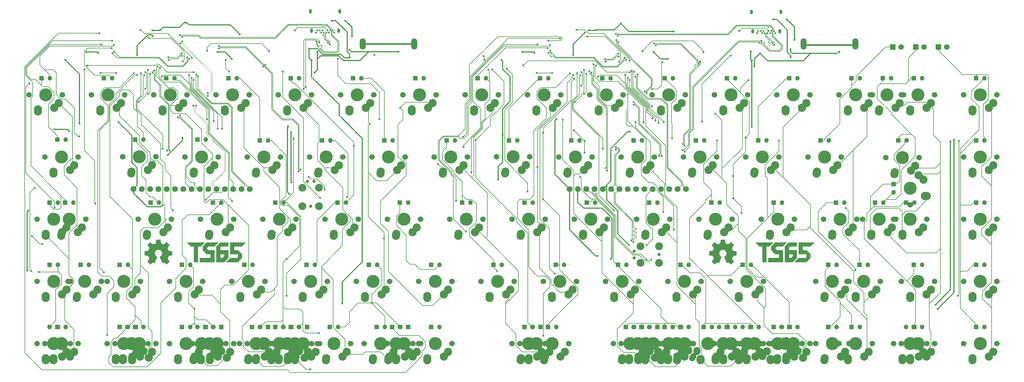
<source format=gbr>
G04 #@! TF.FileFunction,Copper,L1,Top,Signal*
%FSLAX46Y46*%
G04 Gerber Fmt 4.6, Leading zero omitted, Abs format (unit mm)*
G04 Created by KiCad (PCBNEW 4.0.1-stable) date 2/25/2016 3:38:44 PM*
%MOMM*%
G01*
G04 APERTURE LIST*
%ADD10C,0.150000*%
%ADD11C,0.010000*%
%ADD12C,0.002540*%
%ADD13C,3.987810*%
%ADD14C,1.701810*%
%ADD15C,2.500000*%
%ADD16O,0.800000X1.400000*%
%ADD17C,0.600000*%
%ADD18C,1.800000*%
%ADD19C,0.990610*%
%ADD20C,2.374910*%
%ADD21O,2.500000X2.500000*%
%ADD22O,2.200000X2.500000*%
%ADD23C,1.900000*%
%ADD24O,1.400000X1.400000*%
%ADD25R,1.400000X1.400000*%
%ADD26O,1.800000X3.500000*%
%ADD27R,1.700000X1.700000*%
%ADD28C,1.700000*%
%ADD29C,0.609600*%
%ADD30C,0.152400*%
%ADD31C,0.508000*%
%ADD32C,0.304800*%
%ADD33C,0.125000*%
G04 APERTURE END LIST*
D10*
D11*
G36*
X111970160Y-131463220D02*
X111375865Y-132057580D01*
X110476640Y-132057580D01*
X110476640Y-136853100D01*
X109277760Y-136853100D01*
X109277760Y-132057580D01*
X108378534Y-132057580D01*
X107784240Y-131463220D01*
X107189945Y-130868860D01*
X112564454Y-130868860D01*
X111970160Y-131463220D01*
X111970160Y-131463220D01*
G37*
X111970160Y-131463220D02*
X111375865Y-132057580D01*
X110476640Y-132057580D01*
X110476640Y-136853100D01*
X109277760Y-136853100D01*
X109277760Y-132057580D01*
X108378534Y-132057580D01*
X107784240Y-131463220D01*
X107189945Y-130868860D01*
X112564454Y-130868860D01*
X111970160Y-131463220D01*
G36*
X116760534Y-130868860D02*
X116166240Y-131463220D01*
X115571945Y-132057580D01*
X113773432Y-132057580D01*
X113471235Y-132359902D01*
X113169038Y-132662225D01*
X113471361Y-132964422D01*
X113773684Y-133266620D01*
X115576960Y-133266620D01*
X115576960Y-136853100D01*
X111086240Y-136853100D01*
X111086240Y-135664380D01*
X114378080Y-135664380D01*
X114378080Y-134455340D01*
X113184215Y-134455340D01*
X111980319Y-133251316D01*
X111980320Y-132656955D01*
X111980320Y-132062595D01*
X113174184Y-130868859D01*
X114967359Y-130868859D01*
X116760534Y-130868860D01*
X116760534Y-130868860D01*
G37*
X116760534Y-130868860D02*
X116166240Y-131463220D01*
X115571945Y-132057580D01*
X113773432Y-132057580D01*
X113471235Y-132359902D01*
X113169038Y-132662225D01*
X113471361Y-132964422D01*
X113773684Y-133266620D01*
X115576960Y-133266620D01*
X115576960Y-136853100D01*
X111086240Y-136853100D01*
X111086240Y-135664380D01*
X114378080Y-135664380D01*
X114378080Y-134455340D01*
X113184215Y-134455340D01*
X111980319Y-133251316D01*
X111980320Y-132656955D01*
X111980320Y-132062595D01*
X113174184Y-130868859D01*
X114967359Y-130868859D01*
X116760534Y-130868860D01*
G36*
X119773040Y-130868860D02*
X119773040Y-132057580D01*
X117375280Y-132057580D01*
X117375280Y-133266620D01*
X119773040Y-133266620D01*
X119773040Y-135659364D01*
X119176107Y-136256232D01*
X118579175Y-136853100D01*
X116186560Y-136853100D01*
X116186560Y-134455340D01*
X117375280Y-134455340D01*
X117375280Y-135664380D01*
X117979675Y-135664380D01*
X118281997Y-135362183D01*
X118584320Y-135059987D01*
X118584320Y-134455340D01*
X117375280Y-134455340D01*
X116186560Y-134455340D01*
X116186560Y-132062595D01*
X117380424Y-130868859D01*
X118576732Y-130868859D01*
X119773040Y-130868860D01*
X119773040Y-130868860D01*
G37*
X119773040Y-130868860D02*
X119773040Y-132057580D01*
X117375280Y-132057580D01*
X117375280Y-133266620D01*
X119773040Y-133266620D01*
X119773040Y-135659364D01*
X119176107Y-136256232D01*
X118579175Y-136853100D01*
X116186560Y-136853100D01*
X116186560Y-134455340D01*
X117375280Y-134455340D01*
X117375280Y-135664380D01*
X117979675Y-135664380D01*
X118281997Y-135362183D01*
X118584320Y-135059987D01*
X118584320Y-134455340D01*
X117375280Y-134455340D01*
X116186560Y-134455340D01*
X116186560Y-132062595D01*
X117380424Y-130868859D01*
X118576732Y-130868859D01*
X119773040Y-130868860D01*
G36*
X124568560Y-131463220D02*
X123974265Y-132057580D01*
X121571360Y-132057580D01*
X121571360Y-133266620D01*
X122775384Y-133266620D01*
X123969120Y-134460484D01*
X123969120Y-135659364D01*
X123372187Y-136256232D01*
X122775255Y-136853100D01*
X119199065Y-136853100D01*
X119793360Y-136258740D01*
X120387654Y-135664380D01*
X122780400Y-135664380D01*
X122780400Y-134455340D01*
X120382640Y-134455340D01*
X120382640Y-130868860D01*
X125162854Y-130868860D01*
X124568560Y-131463220D01*
X124568560Y-131463220D01*
G37*
X124568560Y-131463220D02*
X123974265Y-132057580D01*
X121571360Y-132057580D01*
X121571360Y-133266620D01*
X122775384Y-133266620D01*
X123969120Y-134460484D01*
X123969120Y-135659364D01*
X123372187Y-136256232D01*
X122775255Y-136853100D01*
X119199065Y-136853100D01*
X119793360Y-136258740D01*
X120387654Y-135664380D01*
X122780400Y-135664380D01*
X122780400Y-134455340D01*
X120382640Y-134455340D01*
X120382640Y-130868860D01*
X125162854Y-130868860D01*
X124568560Y-131463220D01*
D12*
G36*
X102617400Y-134188640D02*
X102614860Y-134330880D01*
X102614860Y-134447720D01*
X102614860Y-134541700D01*
X102612320Y-134615360D01*
X102612320Y-134671240D01*
X102609780Y-134709340D01*
X102604700Y-134737280D01*
X102599620Y-134752520D01*
X102597080Y-134757600D01*
X102579300Y-134762680D01*
X102536120Y-134772840D01*
X102472620Y-134788080D01*
X102388800Y-134805860D01*
X102292280Y-134823640D01*
X102185600Y-134846500D01*
X102071300Y-134866820D01*
X101941760Y-134889680D01*
X101827460Y-134912540D01*
X101728400Y-134932860D01*
X101647120Y-134950640D01*
X101588700Y-134965880D01*
X101550600Y-134976040D01*
X101540440Y-134981120D01*
X101530280Y-134998900D01*
X101509960Y-135037000D01*
X101484560Y-135095420D01*
X101454080Y-135169080D01*
X101418520Y-135252900D01*
X101380420Y-135341800D01*
X101344860Y-135433240D01*
X101306760Y-135527220D01*
X101273740Y-135613580D01*
X101245800Y-135689780D01*
X101220400Y-135755820D01*
X101205160Y-135804080D01*
X101197540Y-135832020D01*
X101197540Y-135837100D01*
X101205160Y-135852340D01*
X101228020Y-135887900D01*
X101266120Y-135943780D01*
X101311840Y-136012360D01*
X101365180Y-136093640D01*
X101428680Y-136182540D01*
X101494720Y-136279060D01*
X101560760Y-136375580D01*
X101621720Y-136467020D01*
X101675060Y-136550840D01*
X101720780Y-136619420D01*
X101753800Y-136675300D01*
X101776660Y-136710860D01*
X101784280Y-136728640D01*
X101774120Y-136743880D01*
X101746180Y-136776900D01*
X101703000Y-136825160D01*
X101649660Y-136883580D01*
X101583620Y-136949620D01*
X101512500Y-137023280D01*
X101436300Y-137102020D01*
X101357560Y-137180760D01*
X101281360Y-137256960D01*
X101205160Y-137330620D01*
X101139120Y-137396660D01*
X101078160Y-137452540D01*
X101029900Y-137495720D01*
X100996880Y-137526200D01*
X100979100Y-137538900D01*
X100976560Y-137538900D01*
X100961320Y-137531280D01*
X100925760Y-137508420D01*
X100869880Y-137472860D01*
X100801300Y-137427140D01*
X100720020Y-137373800D01*
X100628580Y-137312840D01*
X100534600Y-137249340D01*
X100438080Y-137183300D01*
X100346640Y-137119800D01*
X100265360Y-137066460D01*
X100196780Y-137023280D01*
X100140900Y-136987720D01*
X100105340Y-136967400D01*
X100087560Y-136959780D01*
X100067240Y-136964860D01*
X100029140Y-136982640D01*
X99973260Y-137010580D01*
X99909760Y-137043600D01*
X99879280Y-137058840D01*
X99808160Y-137096940D01*
X99747200Y-137124880D01*
X99698940Y-137145200D01*
X99668460Y-137155360D01*
X99663380Y-137155360D01*
X99655760Y-137150280D01*
X99648140Y-137140120D01*
X99635440Y-137119800D01*
X99620200Y-137089320D01*
X99599880Y-137048680D01*
X99574480Y-136990260D01*
X99541460Y-136919140D01*
X99503360Y-136830240D01*
X99457640Y-136723560D01*
X99404300Y-136594020D01*
X99340800Y-136441620D01*
X99267140Y-136266360D01*
X99254440Y-136235880D01*
X99193480Y-136083480D01*
X99132520Y-135938700D01*
X99079180Y-135804080D01*
X99028380Y-135679620D01*
X98985200Y-135570400D01*
X98947100Y-135476420D01*
X98919160Y-135400220D01*
X98898840Y-135344340D01*
X98888680Y-135311320D01*
X98886140Y-135301160D01*
X98901380Y-135285920D01*
X98931860Y-135257980D01*
X98977580Y-135222420D01*
X99023300Y-135189400D01*
X99140140Y-135103040D01*
X99236660Y-135021760D01*
X99315400Y-134940480D01*
X99381440Y-134851580D01*
X99442400Y-134752520D01*
X99472880Y-134696640D01*
X99538920Y-134534080D01*
X99579560Y-134366440D01*
X99592260Y-134196260D01*
X99579560Y-134026080D01*
X99541460Y-133860980D01*
X99480500Y-133703500D01*
X99394140Y-133551100D01*
X99282380Y-133411400D01*
X99274760Y-133403780D01*
X99142680Y-133281860D01*
X98995360Y-133182800D01*
X98830260Y-133106600D01*
X98748980Y-133078660D01*
X98703260Y-133065960D01*
X98660080Y-133055800D01*
X98611820Y-133050720D01*
X98550860Y-133048180D01*
X98474660Y-133045640D01*
X98431480Y-133045640D01*
X98347660Y-133045640D01*
X98279080Y-133048180D01*
X98228280Y-133053260D01*
X98182560Y-133060880D01*
X98136840Y-133073580D01*
X98116520Y-133078660D01*
X97943800Y-133147240D01*
X97788860Y-133236140D01*
X97649160Y-133347900D01*
X97529780Y-133479980D01*
X97430720Y-133627300D01*
X97402780Y-133680640D01*
X97346900Y-133810180D01*
X97308800Y-133932100D01*
X97288480Y-134059100D01*
X97283400Y-134193720D01*
X97296100Y-134374060D01*
X97336740Y-134546780D01*
X97402780Y-134709340D01*
X97491680Y-134859200D01*
X97605980Y-134993820D01*
X97656780Y-135042080D01*
X97720280Y-135095420D01*
X97793940Y-135151300D01*
X97862520Y-135202100D01*
X97923480Y-135242740D01*
X97931100Y-135245280D01*
X97964120Y-135270680D01*
X97981900Y-135296080D01*
X97984440Y-135301160D01*
X97979360Y-135318940D01*
X97966660Y-135362120D01*
X97941260Y-135428160D01*
X97908240Y-135517060D01*
X97865060Y-135626280D01*
X97814260Y-135753280D01*
X97755840Y-135898060D01*
X97689800Y-136058080D01*
X97623760Y-136215560D01*
X97562800Y-136365420D01*
X97501840Y-136507660D01*
X97445960Y-136642280D01*
X97395160Y-136764200D01*
X97349440Y-136873420D01*
X97311340Y-136964860D01*
X97280860Y-137038520D01*
X97258000Y-137091860D01*
X97245300Y-137122340D01*
X97242760Y-137129960D01*
X97219900Y-137150280D01*
X97199580Y-137157900D01*
X97179260Y-137150280D01*
X97138620Y-137132500D01*
X97082740Y-137107100D01*
X97016700Y-137071540D01*
X96988760Y-137056300D01*
X96904940Y-137013120D01*
X96838900Y-136982640D01*
X96793180Y-136964860D01*
X96770320Y-136962320D01*
X96752540Y-136972480D01*
X96711900Y-136995340D01*
X96656020Y-137030900D01*
X96589980Y-137074080D01*
X96513780Y-137124880D01*
X96465520Y-137157900D01*
X96335980Y-137249340D01*
X96226760Y-137323000D01*
X96137860Y-137383960D01*
X96064200Y-137434760D01*
X96008320Y-137472860D01*
X95965140Y-137500800D01*
X95932120Y-137518580D01*
X95909260Y-137531280D01*
X95896560Y-137536360D01*
X95888940Y-137538900D01*
X95876240Y-137528740D01*
X95843220Y-137500800D01*
X95794960Y-137457620D01*
X95734000Y-137401740D01*
X95662880Y-137333160D01*
X95584140Y-137254420D01*
X95500320Y-137170600D01*
X95482540Y-137152820D01*
X95396180Y-137066460D01*
X95317440Y-136987720D01*
X95246320Y-136914060D01*
X95185360Y-136850560D01*
X95137100Y-136799760D01*
X95104080Y-136764200D01*
X95088840Y-136746420D01*
X95088840Y-136743880D01*
X95086300Y-136736260D01*
X95086300Y-136728640D01*
X95088840Y-136718480D01*
X95093920Y-136700700D01*
X95106620Y-136677840D01*
X95126940Y-136647360D01*
X95154880Y-136604180D01*
X95195520Y-136545760D01*
X95243780Y-136472100D01*
X95307280Y-136378120D01*
X95386020Y-136266360D01*
X95393640Y-136256200D01*
X95459680Y-136159680D01*
X95518100Y-136070780D01*
X95571440Y-135989500D01*
X95617160Y-135923460D01*
X95650180Y-135870120D01*
X95670500Y-135837100D01*
X95675580Y-135821860D01*
X95670500Y-135804080D01*
X95655260Y-135763440D01*
X95634940Y-135705020D01*
X95604460Y-135628820D01*
X95568900Y-135539920D01*
X95530800Y-135440860D01*
X95510480Y-135392600D01*
X95462220Y-135270680D01*
X95421580Y-135171620D01*
X95388560Y-135095420D01*
X95363160Y-135039540D01*
X95342840Y-135001440D01*
X95327600Y-134978580D01*
X95317440Y-134968420D01*
X95297120Y-134963340D01*
X95251400Y-134953180D01*
X95185360Y-134940480D01*
X95101540Y-134922700D01*
X95005020Y-134904920D01*
X94895800Y-134884600D01*
X94789120Y-134864280D01*
X94672280Y-134843960D01*
X94565600Y-134821100D01*
X94469080Y-134803320D01*
X94390340Y-134785540D01*
X94326840Y-134772840D01*
X94286200Y-134762680D01*
X94270960Y-134757600D01*
X94265880Y-134747440D01*
X94260800Y-134729660D01*
X94258260Y-134696640D01*
X94255720Y-134650920D01*
X94253180Y-134587420D01*
X94250640Y-134503600D01*
X94250640Y-134396920D01*
X94250640Y-134267380D01*
X94250640Y-134186100D01*
X94250640Y-133632380D01*
X94283660Y-133612060D01*
X94303980Y-133604440D01*
X94349700Y-133594280D01*
X94415740Y-133579040D01*
X94499560Y-133561260D01*
X94598620Y-133540940D01*
X94707840Y-133520620D01*
X94827220Y-133497760D01*
X94829760Y-133497760D01*
X94946600Y-133477440D01*
X95055820Y-133454580D01*
X95152340Y-133436800D01*
X95236160Y-133419020D01*
X95299660Y-133403780D01*
X95342840Y-133393620D01*
X95360620Y-133386000D01*
X95363160Y-133386000D01*
X95373320Y-133368220D01*
X95391100Y-133330120D01*
X95419040Y-133271700D01*
X95449520Y-133200580D01*
X95485080Y-133119300D01*
X95523180Y-133032940D01*
X95561280Y-132941500D01*
X95599380Y-132855140D01*
X95632400Y-132773860D01*
X95662880Y-132702740D01*
X95685740Y-132646860D01*
X95698440Y-132606220D01*
X95703520Y-132590980D01*
X95695900Y-132575740D01*
X95673040Y-132537640D01*
X95640020Y-132484300D01*
X95594300Y-132413180D01*
X95538420Y-132331900D01*
X95477460Y-132240460D01*
X95408880Y-132141400D01*
X95398720Y-132126160D01*
X95330140Y-132024560D01*
X95266640Y-131930580D01*
X95210760Y-131846760D01*
X95162500Y-131773100D01*
X95124400Y-131714680D01*
X95099000Y-131674040D01*
X95086300Y-131653720D01*
X95086300Y-131653720D01*
X95088840Y-131641020D01*
X95101540Y-131623240D01*
X95121860Y-131595300D01*
X95157420Y-131554660D01*
X95205680Y-131501320D01*
X95271720Y-131435280D01*
X95353000Y-131351460D01*
X95452060Y-131252400D01*
X95472380Y-131232080D01*
X95571440Y-131130480D01*
X95662880Y-131044120D01*
X95739080Y-130970460D01*
X95802580Y-130912040D01*
X95850840Y-130868860D01*
X95881320Y-130843460D01*
X95891480Y-130838380D01*
X95909260Y-130846000D01*
X95947360Y-130866320D01*
X96003240Y-130901880D01*
X96074360Y-130947600D01*
X96155640Y-131000940D01*
X96249620Y-131064440D01*
X96348680Y-131130480D01*
X96358840Y-131138100D01*
X96457900Y-131206680D01*
X96551880Y-131270180D01*
X96635700Y-131328600D01*
X96709360Y-131376860D01*
X96767780Y-131414960D01*
X96808420Y-131442900D01*
X96828740Y-131455600D01*
X96828740Y-131455600D01*
X96841440Y-131460680D01*
X96859220Y-131458140D01*
X96887160Y-131453060D01*
X96925260Y-131440360D01*
X96978600Y-131422580D01*
X97049720Y-131394640D01*
X97143700Y-131356540D01*
X97209740Y-131328600D01*
X97326580Y-131282880D01*
X97418020Y-131244780D01*
X97491680Y-131214300D01*
X97545020Y-131188900D01*
X97583120Y-131171120D01*
X97611060Y-131158420D01*
X97626300Y-131145720D01*
X97636460Y-131135560D01*
X97641540Y-131127940D01*
X97644080Y-131120320D01*
X97649160Y-131100000D01*
X97656780Y-131056820D01*
X97669480Y-130990780D01*
X97687260Y-130906960D01*
X97705040Y-130807900D01*
X97725360Y-130698680D01*
X97748220Y-130581840D01*
X97750760Y-130569140D01*
X97773620Y-130449760D01*
X97793940Y-130340540D01*
X97814260Y-130241480D01*
X97832040Y-130157660D01*
X97847280Y-130091620D01*
X97857440Y-130045900D01*
X97862520Y-130025580D01*
X97865060Y-130025580D01*
X97872680Y-130020500D01*
X97890460Y-130015420D01*
X97918400Y-130012880D01*
X97961580Y-130010340D01*
X98022540Y-130007800D01*
X98101280Y-130005260D01*
X98200340Y-130005260D01*
X98324800Y-130005260D01*
X98431480Y-130005260D01*
X98553400Y-130005260D01*
X98667700Y-130005260D01*
X98769300Y-130007800D01*
X98858200Y-130010340D01*
X98926780Y-130010340D01*
X98975040Y-130012880D01*
X99000440Y-130015420D01*
X99000440Y-130015420D01*
X99008060Y-130033200D01*
X99020760Y-130076380D01*
X99036000Y-130142420D01*
X99053780Y-130231320D01*
X99076640Y-130340540D01*
X99099500Y-130465000D01*
X99122360Y-130581840D01*
X99145220Y-130703760D01*
X99168080Y-130815520D01*
X99188400Y-130917120D01*
X99203640Y-131003480D01*
X99218880Y-131072060D01*
X99231580Y-131120320D01*
X99236660Y-131145720D01*
X99239200Y-131148260D01*
X99256980Y-131158420D01*
X99295080Y-131176200D01*
X99353500Y-131201600D01*
X99422080Y-131232080D01*
X99503360Y-131265100D01*
X99589720Y-131300660D01*
X99678620Y-131336220D01*
X99764980Y-131371780D01*
X99846260Y-131402260D01*
X99917380Y-131430200D01*
X99973260Y-131450520D01*
X100011360Y-131463220D01*
X100026600Y-131468300D01*
X100041840Y-131458140D01*
X100077400Y-131435280D01*
X100130740Y-131399720D01*
X100199320Y-131351460D01*
X100280600Y-131295580D01*
X100372040Y-131234620D01*
X100473640Y-131166040D01*
X100496500Y-131148260D01*
X100598100Y-131079680D01*
X100692080Y-131016180D01*
X100778440Y-130960300D01*
X100852100Y-130912040D01*
X100910520Y-130873940D01*
X100951160Y-130848540D01*
X100974020Y-130838380D01*
X100976560Y-130838380D01*
X100991800Y-130846000D01*
X101024820Y-130873940D01*
X101070540Y-130917120D01*
X101128960Y-130973000D01*
X101197540Y-131036500D01*
X101271200Y-131110160D01*
X101349940Y-131186360D01*
X101426140Y-131265100D01*
X101504880Y-131341300D01*
X101576000Y-131417500D01*
X101642040Y-131483540D01*
X101697920Y-131544500D01*
X101743640Y-131592760D01*
X101771580Y-131628320D01*
X101784280Y-131646100D01*
X101784280Y-131646100D01*
X101776660Y-131663880D01*
X101753800Y-131699440D01*
X101718240Y-131755320D01*
X101672520Y-131826440D01*
X101619180Y-131907720D01*
X101558220Y-131999160D01*
X101489640Y-132098220D01*
X101487100Y-132103300D01*
X101418520Y-132202360D01*
X101355020Y-132296340D01*
X101296600Y-132380160D01*
X101248340Y-132451280D01*
X101212780Y-132509700D01*
X101184840Y-132547800D01*
X101174680Y-132568120D01*
X101174680Y-132568120D01*
X101172140Y-132580820D01*
X101174680Y-132601140D01*
X101184840Y-132634160D01*
X101200080Y-132682420D01*
X101225480Y-132745920D01*
X101261040Y-132829740D01*
X101304220Y-132933880D01*
X101327080Y-132987220D01*
X101372800Y-133093900D01*
X101413440Y-133185340D01*
X101451540Y-133266620D01*
X101482020Y-133327580D01*
X101504880Y-133370760D01*
X101517580Y-133391080D01*
X101520120Y-133393620D01*
X101537900Y-133398700D01*
X101581080Y-133408860D01*
X101647120Y-133421560D01*
X101728400Y-133439340D01*
X101827460Y-133457120D01*
X101936680Y-133479980D01*
X102056060Y-133502840D01*
X102068760Y-133502840D01*
X102203380Y-133530780D01*
X102322760Y-133553640D01*
X102424360Y-133573960D01*
X102503100Y-133591740D01*
X102561520Y-133606980D01*
X102597080Y-133617140D01*
X102604700Y-133619680D01*
X102607240Y-133637460D01*
X102609780Y-133680640D01*
X102612320Y-133744140D01*
X102612320Y-133827960D01*
X102614860Y-133927020D01*
X102614860Y-134036240D01*
X102617400Y-134158160D01*
X102617400Y-134188640D01*
X102617400Y-134188640D01*
X102617400Y-134188640D01*
G37*
X102617400Y-134188640D02*
X102614860Y-134330880D01*
X102614860Y-134447720D01*
X102614860Y-134541700D01*
X102612320Y-134615360D01*
X102612320Y-134671240D01*
X102609780Y-134709340D01*
X102604700Y-134737280D01*
X102599620Y-134752520D01*
X102597080Y-134757600D01*
X102579300Y-134762680D01*
X102536120Y-134772840D01*
X102472620Y-134788080D01*
X102388800Y-134805860D01*
X102292280Y-134823640D01*
X102185600Y-134846500D01*
X102071300Y-134866820D01*
X101941760Y-134889680D01*
X101827460Y-134912540D01*
X101728400Y-134932860D01*
X101647120Y-134950640D01*
X101588700Y-134965880D01*
X101550600Y-134976040D01*
X101540440Y-134981120D01*
X101530280Y-134998900D01*
X101509960Y-135037000D01*
X101484560Y-135095420D01*
X101454080Y-135169080D01*
X101418520Y-135252900D01*
X101380420Y-135341800D01*
X101344860Y-135433240D01*
X101306760Y-135527220D01*
X101273740Y-135613580D01*
X101245800Y-135689780D01*
X101220400Y-135755820D01*
X101205160Y-135804080D01*
X101197540Y-135832020D01*
X101197540Y-135837100D01*
X101205160Y-135852340D01*
X101228020Y-135887900D01*
X101266120Y-135943780D01*
X101311840Y-136012360D01*
X101365180Y-136093640D01*
X101428680Y-136182540D01*
X101494720Y-136279060D01*
X101560760Y-136375580D01*
X101621720Y-136467020D01*
X101675060Y-136550840D01*
X101720780Y-136619420D01*
X101753800Y-136675300D01*
X101776660Y-136710860D01*
X101784280Y-136728640D01*
X101774120Y-136743880D01*
X101746180Y-136776900D01*
X101703000Y-136825160D01*
X101649660Y-136883580D01*
X101583620Y-136949620D01*
X101512500Y-137023280D01*
X101436300Y-137102020D01*
X101357560Y-137180760D01*
X101281360Y-137256960D01*
X101205160Y-137330620D01*
X101139120Y-137396660D01*
X101078160Y-137452540D01*
X101029900Y-137495720D01*
X100996880Y-137526200D01*
X100979100Y-137538900D01*
X100976560Y-137538900D01*
X100961320Y-137531280D01*
X100925760Y-137508420D01*
X100869880Y-137472860D01*
X100801300Y-137427140D01*
X100720020Y-137373800D01*
X100628580Y-137312840D01*
X100534600Y-137249340D01*
X100438080Y-137183300D01*
X100346640Y-137119800D01*
X100265360Y-137066460D01*
X100196780Y-137023280D01*
X100140900Y-136987720D01*
X100105340Y-136967400D01*
X100087560Y-136959780D01*
X100067240Y-136964860D01*
X100029140Y-136982640D01*
X99973260Y-137010580D01*
X99909760Y-137043600D01*
X99879280Y-137058840D01*
X99808160Y-137096940D01*
X99747200Y-137124880D01*
X99698940Y-137145200D01*
X99668460Y-137155360D01*
X99663380Y-137155360D01*
X99655760Y-137150280D01*
X99648140Y-137140120D01*
X99635440Y-137119800D01*
X99620200Y-137089320D01*
X99599880Y-137048680D01*
X99574480Y-136990260D01*
X99541460Y-136919140D01*
X99503360Y-136830240D01*
X99457640Y-136723560D01*
X99404300Y-136594020D01*
X99340800Y-136441620D01*
X99267140Y-136266360D01*
X99254440Y-136235880D01*
X99193480Y-136083480D01*
X99132520Y-135938700D01*
X99079180Y-135804080D01*
X99028380Y-135679620D01*
X98985200Y-135570400D01*
X98947100Y-135476420D01*
X98919160Y-135400220D01*
X98898840Y-135344340D01*
X98888680Y-135311320D01*
X98886140Y-135301160D01*
X98901380Y-135285920D01*
X98931860Y-135257980D01*
X98977580Y-135222420D01*
X99023300Y-135189400D01*
X99140140Y-135103040D01*
X99236660Y-135021760D01*
X99315400Y-134940480D01*
X99381440Y-134851580D01*
X99442400Y-134752520D01*
X99472880Y-134696640D01*
X99538920Y-134534080D01*
X99579560Y-134366440D01*
X99592260Y-134196260D01*
X99579560Y-134026080D01*
X99541460Y-133860980D01*
X99480500Y-133703500D01*
X99394140Y-133551100D01*
X99282380Y-133411400D01*
X99274760Y-133403780D01*
X99142680Y-133281860D01*
X98995360Y-133182800D01*
X98830260Y-133106600D01*
X98748980Y-133078660D01*
X98703260Y-133065960D01*
X98660080Y-133055800D01*
X98611820Y-133050720D01*
X98550860Y-133048180D01*
X98474660Y-133045640D01*
X98431480Y-133045640D01*
X98347660Y-133045640D01*
X98279080Y-133048180D01*
X98228280Y-133053260D01*
X98182560Y-133060880D01*
X98136840Y-133073580D01*
X98116520Y-133078660D01*
X97943800Y-133147240D01*
X97788860Y-133236140D01*
X97649160Y-133347900D01*
X97529780Y-133479980D01*
X97430720Y-133627300D01*
X97402780Y-133680640D01*
X97346900Y-133810180D01*
X97308800Y-133932100D01*
X97288480Y-134059100D01*
X97283400Y-134193720D01*
X97296100Y-134374060D01*
X97336740Y-134546780D01*
X97402780Y-134709340D01*
X97491680Y-134859200D01*
X97605980Y-134993820D01*
X97656780Y-135042080D01*
X97720280Y-135095420D01*
X97793940Y-135151300D01*
X97862520Y-135202100D01*
X97923480Y-135242740D01*
X97931100Y-135245280D01*
X97964120Y-135270680D01*
X97981900Y-135296080D01*
X97984440Y-135301160D01*
X97979360Y-135318940D01*
X97966660Y-135362120D01*
X97941260Y-135428160D01*
X97908240Y-135517060D01*
X97865060Y-135626280D01*
X97814260Y-135753280D01*
X97755840Y-135898060D01*
X97689800Y-136058080D01*
X97623760Y-136215560D01*
X97562800Y-136365420D01*
X97501840Y-136507660D01*
X97445960Y-136642280D01*
X97395160Y-136764200D01*
X97349440Y-136873420D01*
X97311340Y-136964860D01*
X97280860Y-137038520D01*
X97258000Y-137091860D01*
X97245300Y-137122340D01*
X97242760Y-137129960D01*
X97219900Y-137150280D01*
X97199580Y-137157900D01*
X97179260Y-137150280D01*
X97138620Y-137132500D01*
X97082740Y-137107100D01*
X97016700Y-137071540D01*
X96988760Y-137056300D01*
X96904940Y-137013120D01*
X96838900Y-136982640D01*
X96793180Y-136964860D01*
X96770320Y-136962320D01*
X96752540Y-136972480D01*
X96711900Y-136995340D01*
X96656020Y-137030900D01*
X96589980Y-137074080D01*
X96513780Y-137124880D01*
X96465520Y-137157900D01*
X96335980Y-137249340D01*
X96226760Y-137323000D01*
X96137860Y-137383960D01*
X96064200Y-137434760D01*
X96008320Y-137472860D01*
X95965140Y-137500800D01*
X95932120Y-137518580D01*
X95909260Y-137531280D01*
X95896560Y-137536360D01*
X95888940Y-137538900D01*
X95876240Y-137528740D01*
X95843220Y-137500800D01*
X95794960Y-137457620D01*
X95734000Y-137401740D01*
X95662880Y-137333160D01*
X95584140Y-137254420D01*
X95500320Y-137170600D01*
X95482540Y-137152820D01*
X95396180Y-137066460D01*
X95317440Y-136987720D01*
X95246320Y-136914060D01*
X95185360Y-136850560D01*
X95137100Y-136799760D01*
X95104080Y-136764200D01*
X95088840Y-136746420D01*
X95088840Y-136743880D01*
X95086300Y-136736260D01*
X95086300Y-136728640D01*
X95088840Y-136718480D01*
X95093920Y-136700700D01*
X95106620Y-136677840D01*
X95126940Y-136647360D01*
X95154880Y-136604180D01*
X95195520Y-136545760D01*
X95243780Y-136472100D01*
X95307280Y-136378120D01*
X95386020Y-136266360D01*
X95393640Y-136256200D01*
X95459680Y-136159680D01*
X95518100Y-136070780D01*
X95571440Y-135989500D01*
X95617160Y-135923460D01*
X95650180Y-135870120D01*
X95670500Y-135837100D01*
X95675580Y-135821860D01*
X95670500Y-135804080D01*
X95655260Y-135763440D01*
X95634940Y-135705020D01*
X95604460Y-135628820D01*
X95568900Y-135539920D01*
X95530800Y-135440860D01*
X95510480Y-135392600D01*
X95462220Y-135270680D01*
X95421580Y-135171620D01*
X95388560Y-135095420D01*
X95363160Y-135039540D01*
X95342840Y-135001440D01*
X95327600Y-134978580D01*
X95317440Y-134968420D01*
X95297120Y-134963340D01*
X95251400Y-134953180D01*
X95185360Y-134940480D01*
X95101540Y-134922700D01*
X95005020Y-134904920D01*
X94895800Y-134884600D01*
X94789120Y-134864280D01*
X94672280Y-134843960D01*
X94565600Y-134821100D01*
X94469080Y-134803320D01*
X94390340Y-134785540D01*
X94326840Y-134772840D01*
X94286200Y-134762680D01*
X94270960Y-134757600D01*
X94265880Y-134747440D01*
X94260800Y-134729660D01*
X94258260Y-134696640D01*
X94255720Y-134650920D01*
X94253180Y-134587420D01*
X94250640Y-134503600D01*
X94250640Y-134396920D01*
X94250640Y-134267380D01*
X94250640Y-134186100D01*
X94250640Y-133632380D01*
X94283660Y-133612060D01*
X94303980Y-133604440D01*
X94349700Y-133594280D01*
X94415740Y-133579040D01*
X94499560Y-133561260D01*
X94598620Y-133540940D01*
X94707840Y-133520620D01*
X94827220Y-133497760D01*
X94829760Y-133497760D01*
X94946600Y-133477440D01*
X95055820Y-133454580D01*
X95152340Y-133436800D01*
X95236160Y-133419020D01*
X95299660Y-133403780D01*
X95342840Y-133393620D01*
X95360620Y-133386000D01*
X95363160Y-133386000D01*
X95373320Y-133368220D01*
X95391100Y-133330120D01*
X95419040Y-133271700D01*
X95449520Y-133200580D01*
X95485080Y-133119300D01*
X95523180Y-133032940D01*
X95561280Y-132941500D01*
X95599380Y-132855140D01*
X95632400Y-132773860D01*
X95662880Y-132702740D01*
X95685740Y-132646860D01*
X95698440Y-132606220D01*
X95703520Y-132590980D01*
X95695900Y-132575740D01*
X95673040Y-132537640D01*
X95640020Y-132484300D01*
X95594300Y-132413180D01*
X95538420Y-132331900D01*
X95477460Y-132240460D01*
X95408880Y-132141400D01*
X95398720Y-132126160D01*
X95330140Y-132024560D01*
X95266640Y-131930580D01*
X95210760Y-131846760D01*
X95162500Y-131773100D01*
X95124400Y-131714680D01*
X95099000Y-131674040D01*
X95086300Y-131653720D01*
X95086300Y-131653720D01*
X95088840Y-131641020D01*
X95101540Y-131623240D01*
X95121860Y-131595300D01*
X95157420Y-131554660D01*
X95205680Y-131501320D01*
X95271720Y-131435280D01*
X95353000Y-131351460D01*
X95452060Y-131252400D01*
X95472380Y-131232080D01*
X95571440Y-131130480D01*
X95662880Y-131044120D01*
X95739080Y-130970460D01*
X95802580Y-130912040D01*
X95850840Y-130868860D01*
X95881320Y-130843460D01*
X95891480Y-130838380D01*
X95909260Y-130846000D01*
X95947360Y-130866320D01*
X96003240Y-130901880D01*
X96074360Y-130947600D01*
X96155640Y-131000940D01*
X96249620Y-131064440D01*
X96348680Y-131130480D01*
X96358840Y-131138100D01*
X96457900Y-131206680D01*
X96551880Y-131270180D01*
X96635700Y-131328600D01*
X96709360Y-131376860D01*
X96767780Y-131414960D01*
X96808420Y-131442900D01*
X96828740Y-131455600D01*
X96828740Y-131455600D01*
X96841440Y-131460680D01*
X96859220Y-131458140D01*
X96887160Y-131453060D01*
X96925260Y-131440360D01*
X96978600Y-131422580D01*
X97049720Y-131394640D01*
X97143700Y-131356540D01*
X97209740Y-131328600D01*
X97326580Y-131282880D01*
X97418020Y-131244780D01*
X97491680Y-131214300D01*
X97545020Y-131188900D01*
X97583120Y-131171120D01*
X97611060Y-131158420D01*
X97626300Y-131145720D01*
X97636460Y-131135560D01*
X97641540Y-131127940D01*
X97644080Y-131120320D01*
X97649160Y-131100000D01*
X97656780Y-131056820D01*
X97669480Y-130990780D01*
X97687260Y-130906960D01*
X97705040Y-130807900D01*
X97725360Y-130698680D01*
X97748220Y-130581840D01*
X97750760Y-130569140D01*
X97773620Y-130449760D01*
X97793940Y-130340540D01*
X97814260Y-130241480D01*
X97832040Y-130157660D01*
X97847280Y-130091620D01*
X97857440Y-130045900D01*
X97862520Y-130025580D01*
X97865060Y-130025580D01*
X97872680Y-130020500D01*
X97890460Y-130015420D01*
X97918400Y-130012880D01*
X97961580Y-130010340D01*
X98022540Y-130007800D01*
X98101280Y-130005260D01*
X98200340Y-130005260D01*
X98324800Y-130005260D01*
X98431480Y-130005260D01*
X98553400Y-130005260D01*
X98667700Y-130005260D01*
X98769300Y-130007800D01*
X98858200Y-130010340D01*
X98926780Y-130010340D01*
X98975040Y-130012880D01*
X99000440Y-130015420D01*
X99000440Y-130015420D01*
X99008060Y-130033200D01*
X99020760Y-130076380D01*
X99036000Y-130142420D01*
X99053780Y-130231320D01*
X99076640Y-130340540D01*
X99099500Y-130465000D01*
X99122360Y-130581840D01*
X99145220Y-130703760D01*
X99168080Y-130815520D01*
X99188400Y-130917120D01*
X99203640Y-131003480D01*
X99218880Y-131072060D01*
X99231580Y-131120320D01*
X99236660Y-131145720D01*
X99239200Y-131148260D01*
X99256980Y-131158420D01*
X99295080Y-131176200D01*
X99353500Y-131201600D01*
X99422080Y-131232080D01*
X99503360Y-131265100D01*
X99589720Y-131300660D01*
X99678620Y-131336220D01*
X99764980Y-131371780D01*
X99846260Y-131402260D01*
X99917380Y-131430200D01*
X99973260Y-131450520D01*
X100011360Y-131463220D01*
X100026600Y-131468300D01*
X100041840Y-131458140D01*
X100077400Y-131435280D01*
X100130740Y-131399720D01*
X100199320Y-131351460D01*
X100280600Y-131295580D01*
X100372040Y-131234620D01*
X100473640Y-131166040D01*
X100496500Y-131148260D01*
X100598100Y-131079680D01*
X100692080Y-131016180D01*
X100778440Y-130960300D01*
X100852100Y-130912040D01*
X100910520Y-130873940D01*
X100951160Y-130848540D01*
X100974020Y-130838380D01*
X100976560Y-130838380D01*
X100991800Y-130846000D01*
X101024820Y-130873940D01*
X101070540Y-130917120D01*
X101128960Y-130973000D01*
X101197540Y-131036500D01*
X101271200Y-131110160D01*
X101349940Y-131186360D01*
X101426140Y-131265100D01*
X101504880Y-131341300D01*
X101576000Y-131417500D01*
X101642040Y-131483540D01*
X101697920Y-131544500D01*
X101743640Y-131592760D01*
X101771580Y-131628320D01*
X101784280Y-131646100D01*
X101784280Y-131646100D01*
X101776660Y-131663880D01*
X101753800Y-131699440D01*
X101718240Y-131755320D01*
X101672520Y-131826440D01*
X101619180Y-131907720D01*
X101558220Y-131999160D01*
X101489640Y-132098220D01*
X101487100Y-132103300D01*
X101418520Y-132202360D01*
X101355020Y-132296340D01*
X101296600Y-132380160D01*
X101248340Y-132451280D01*
X101212780Y-132509700D01*
X101184840Y-132547800D01*
X101174680Y-132568120D01*
X101174680Y-132568120D01*
X101172140Y-132580820D01*
X101174680Y-132601140D01*
X101184840Y-132634160D01*
X101200080Y-132682420D01*
X101225480Y-132745920D01*
X101261040Y-132829740D01*
X101304220Y-132933880D01*
X101327080Y-132987220D01*
X101372800Y-133093900D01*
X101413440Y-133185340D01*
X101451540Y-133266620D01*
X101482020Y-133327580D01*
X101504880Y-133370760D01*
X101517580Y-133391080D01*
X101520120Y-133393620D01*
X101537900Y-133398700D01*
X101581080Y-133408860D01*
X101647120Y-133421560D01*
X101728400Y-133439340D01*
X101827460Y-133457120D01*
X101936680Y-133479980D01*
X102056060Y-133502840D01*
X102068760Y-133502840D01*
X102203380Y-133530780D01*
X102322760Y-133553640D01*
X102424360Y-133573960D01*
X102503100Y-133591740D01*
X102561520Y-133606980D01*
X102597080Y-133617140D01*
X102604700Y-133619680D01*
X102607240Y-133637460D01*
X102609780Y-133680640D01*
X102612320Y-133744140D01*
X102612320Y-133827960D01*
X102614860Y-133927020D01*
X102614860Y-134036240D01*
X102617400Y-134158160D01*
X102617400Y-134188640D01*
X102617400Y-134188640D01*
D11*
G36*
X285793760Y-131463220D02*
X285199465Y-132057580D01*
X284300240Y-132057580D01*
X284300240Y-136853100D01*
X283101360Y-136853100D01*
X283101360Y-132057580D01*
X282202134Y-132057580D01*
X281607840Y-131463220D01*
X281013545Y-130868860D01*
X286388054Y-130868860D01*
X285793760Y-131463220D01*
X285793760Y-131463220D01*
G37*
X285793760Y-131463220D02*
X285199465Y-132057580D01*
X284300240Y-132057580D01*
X284300240Y-136853100D01*
X283101360Y-136853100D01*
X283101360Y-132057580D01*
X282202134Y-132057580D01*
X281607840Y-131463220D01*
X281013545Y-130868860D01*
X286388054Y-130868860D01*
X285793760Y-131463220D01*
G36*
X290584134Y-130868860D02*
X289989840Y-131463220D01*
X289395545Y-132057580D01*
X287597032Y-132057580D01*
X287294835Y-132359902D01*
X286992638Y-132662225D01*
X287294961Y-132964422D01*
X287597284Y-133266620D01*
X289400560Y-133266620D01*
X289400560Y-136853100D01*
X284909840Y-136853100D01*
X284909840Y-135664380D01*
X288201680Y-135664380D01*
X288201680Y-134455340D01*
X287007815Y-134455340D01*
X285803919Y-133251316D01*
X285803920Y-132656955D01*
X285803920Y-132062595D01*
X286997784Y-130868859D01*
X288790959Y-130868859D01*
X290584134Y-130868860D01*
X290584134Y-130868860D01*
G37*
X290584134Y-130868860D02*
X289989840Y-131463220D01*
X289395545Y-132057580D01*
X287597032Y-132057580D01*
X287294835Y-132359902D01*
X286992638Y-132662225D01*
X287294961Y-132964422D01*
X287597284Y-133266620D01*
X289400560Y-133266620D01*
X289400560Y-136853100D01*
X284909840Y-136853100D01*
X284909840Y-135664380D01*
X288201680Y-135664380D01*
X288201680Y-134455340D01*
X287007815Y-134455340D01*
X285803919Y-133251316D01*
X285803920Y-132656955D01*
X285803920Y-132062595D01*
X286997784Y-130868859D01*
X288790959Y-130868859D01*
X290584134Y-130868860D01*
G36*
X293596640Y-130868860D02*
X293596640Y-132057580D01*
X291198880Y-132057580D01*
X291198880Y-133266620D01*
X293596640Y-133266620D01*
X293596640Y-135659364D01*
X292999707Y-136256232D01*
X292402775Y-136853100D01*
X290010160Y-136853100D01*
X290010160Y-134455340D01*
X291198880Y-134455340D01*
X291198880Y-135664380D01*
X291803275Y-135664380D01*
X292105597Y-135362183D01*
X292407920Y-135059987D01*
X292407920Y-134455340D01*
X291198880Y-134455340D01*
X290010160Y-134455340D01*
X290010160Y-132062595D01*
X291204024Y-130868859D01*
X292400332Y-130868859D01*
X293596640Y-130868860D01*
X293596640Y-130868860D01*
G37*
X293596640Y-130868860D02*
X293596640Y-132057580D01*
X291198880Y-132057580D01*
X291198880Y-133266620D01*
X293596640Y-133266620D01*
X293596640Y-135659364D01*
X292999707Y-136256232D01*
X292402775Y-136853100D01*
X290010160Y-136853100D01*
X290010160Y-134455340D01*
X291198880Y-134455340D01*
X291198880Y-135664380D01*
X291803275Y-135664380D01*
X292105597Y-135362183D01*
X292407920Y-135059987D01*
X292407920Y-134455340D01*
X291198880Y-134455340D01*
X290010160Y-134455340D01*
X290010160Y-132062595D01*
X291204024Y-130868859D01*
X292400332Y-130868859D01*
X293596640Y-130868860D01*
G36*
X298392160Y-131463220D02*
X297797865Y-132057580D01*
X295394960Y-132057580D01*
X295394960Y-133266620D01*
X296598984Y-133266620D01*
X297792720Y-134460484D01*
X297792720Y-135659364D01*
X297195787Y-136256232D01*
X296598855Y-136853100D01*
X293022665Y-136853100D01*
X293616960Y-136258740D01*
X294211254Y-135664380D01*
X296604000Y-135664380D01*
X296604000Y-134455340D01*
X294206240Y-134455340D01*
X294206240Y-130868860D01*
X298986454Y-130868860D01*
X298392160Y-131463220D01*
X298392160Y-131463220D01*
G37*
X298392160Y-131463220D02*
X297797865Y-132057580D01*
X295394960Y-132057580D01*
X295394960Y-133266620D01*
X296598984Y-133266620D01*
X297792720Y-134460484D01*
X297792720Y-135659364D01*
X297195787Y-136256232D01*
X296598855Y-136853100D01*
X293022665Y-136853100D01*
X293616960Y-136258740D01*
X294211254Y-135664380D01*
X296604000Y-135664380D01*
X296604000Y-134455340D01*
X294206240Y-134455340D01*
X294206240Y-130868860D01*
X298986454Y-130868860D01*
X298392160Y-131463220D01*
D12*
G36*
X275191000Y-134188640D02*
X275188460Y-134330880D01*
X275188460Y-134447720D01*
X275188460Y-134541700D01*
X275185920Y-134615360D01*
X275185920Y-134671240D01*
X275183380Y-134709340D01*
X275178300Y-134737280D01*
X275173220Y-134752520D01*
X275170680Y-134757600D01*
X275152900Y-134762680D01*
X275109720Y-134772840D01*
X275046220Y-134788080D01*
X274962400Y-134805860D01*
X274865880Y-134823640D01*
X274759200Y-134846500D01*
X274644900Y-134866820D01*
X274515360Y-134889680D01*
X274401060Y-134912540D01*
X274302000Y-134932860D01*
X274220720Y-134950640D01*
X274162300Y-134965880D01*
X274124200Y-134976040D01*
X274114040Y-134981120D01*
X274103880Y-134998900D01*
X274083560Y-135037000D01*
X274058160Y-135095420D01*
X274027680Y-135169080D01*
X273992120Y-135252900D01*
X273954020Y-135341800D01*
X273918460Y-135433240D01*
X273880360Y-135527220D01*
X273847340Y-135613580D01*
X273819400Y-135689780D01*
X273794000Y-135755820D01*
X273778760Y-135804080D01*
X273771140Y-135832020D01*
X273771140Y-135837100D01*
X273778760Y-135852340D01*
X273801620Y-135887900D01*
X273839720Y-135943780D01*
X273885440Y-136012360D01*
X273938780Y-136093640D01*
X274002280Y-136182540D01*
X274068320Y-136279060D01*
X274134360Y-136375580D01*
X274195320Y-136467020D01*
X274248660Y-136550840D01*
X274294380Y-136619420D01*
X274327400Y-136675300D01*
X274350260Y-136710860D01*
X274357880Y-136728640D01*
X274347720Y-136743880D01*
X274319780Y-136776900D01*
X274276600Y-136825160D01*
X274223260Y-136883580D01*
X274157220Y-136949620D01*
X274086100Y-137023280D01*
X274009900Y-137102020D01*
X273931160Y-137180760D01*
X273854960Y-137256960D01*
X273778760Y-137330620D01*
X273712720Y-137396660D01*
X273651760Y-137452540D01*
X273603500Y-137495720D01*
X273570480Y-137526200D01*
X273552700Y-137538900D01*
X273550160Y-137538900D01*
X273534920Y-137531280D01*
X273499360Y-137508420D01*
X273443480Y-137472860D01*
X273374900Y-137427140D01*
X273293620Y-137373800D01*
X273202180Y-137312840D01*
X273108200Y-137249340D01*
X273011680Y-137183300D01*
X272920240Y-137119800D01*
X272838960Y-137066460D01*
X272770380Y-137023280D01*
X272714500Y-136987720D01*
X272678940Y-136967400D01*
X272661160Y-136959780D01*
X272640840Y-136964860D01*
X272602740Y-136982640D01*
X272546860Y-137010580D01*
X272483360Y-137043600D01*
X272452880Y-137058840D01*
X272381760Y-137096940D01*
X272320800Y-137124880D01*
X272272540Y-137145200D01*
X272242060Y-137155360D01*
X272236980Y-137155360D01*
X272229360Y-137150280D01*
X272221740Y-137140120D01*
X272209040Y-137119800D01*
X272193800Y-137089320D01*
X272173480Y-137048680D01*
X272148080Y-136990260D01*
X272115060Y-136919140D01*
X272076960Y-136830240D01*
X272031240Y-136723560D01*
X271977900Y-136594020D01*
X271914400Y-136441620D01*
X271840740Y-136266360D01*
X271828040Y-136235880D01*
X271767080Y-136083480D01*
X271706120Y-135938700D01*
X271652780Y-135804080D01*
X271601980Y-135679620D01*
X271558800Y-135570400D01*
X271520700Y-135476420D01*
X271492760Y-135400220D01*
X271472440Y-135344340D01*
X271462280Y-135311320D01*
X271459740Y-135301160D01*
X271474980Y-135285920D01*
X271505460Y-135257980D01*
X271551180Y-135222420D01*
X271596900Y-135189400D01*
X271713740Y-135103040D01*
X271810260Y-135021760D01*
X271889000Y-134940480D01*
X271955040Y-134851580D01*
X272016000Y-134752520D01*
X272046480Y-134696640D01*
X272112520Y-134534080D01*
X272153160Y-134366440D01*
X272165860Y-134196260D01*
X272153160Y-134026080D01*
X272115060Y-133860980D01*
X272054100Y-133703500D01*
X271967740Y-133551100D01*
X271855980Y-133411400D01*
X271848360Y-133403780D01*
X271716280Y-133281860D01*
X271568960Y-133182800D01*
X271403860Y-133106600D01*
X271322580Y-133078660D01*
X271276860Y-133065960D01*
X271233680Y-133055800D01*
X271185420Y-133050720D01*
X271124460Y-133048180D01*
X271048260Y-133045640D01*
X271005080Y-133045640D01*
X270921260Y-133045640D01*
X270852680Y-133048180D01*
X270801880Y-133053260D01*
X270756160Y-133060880D01*
X270710440Y-133073580D01*
X270690120Y-133078660D01*
X270517400Y-133147240D01*
X270362460Y-133236140D01*
X270222760Y-133347900D01*
X270103380Y-133479980D01*
X270004320Y-133627300D01*
X269976380Y-133680640D01*
X269920500Y-133810180D01*
X269882400Y-133932100D01*
X269862080Y-134059100D01*
X269857000Y-134193720D01*
X269869700Y-134374060D01*
X269910340Y-134546780D01*
X269976380Y-134709340D01*
X270065280Y-134859200D01*
X270179580Y-134993820D01*
X270230380Y-135042080D01*
X270293880Y-135095420D01*
X270367540Y-135151300D01*
X270436120Y-135202100D01*
X270497080Y-135242740D01*
X270504700Y-135245280D01*
X270537720Y-135270680D01*
X270555500Y-135296080D01*
X270558040Y-135301160D01*
X270552960Y-135318940D01*
X270540260Y-135362120D01*
X270514860Y-135428160D01*
X270481840Y-135517060D01*
X270438660Y-135626280D01*
X270387860Y-135753280D01*
X270329440Y-135898060D01*
X270263400Y-136058080D01*
X270197360Y-136215560D01*
X270136400Y-136365420D01*
X270075440Y-136507660D01*
X270019560Y-136642280D01*
X269968760Y-136764200D01*
X269923040Y-136873420D01*
X269884940Y-136964860D01*
X269854460Y-137038520D01*
X269831600Y-137091860D01*
X269818900Y-137122340D01*
X269816360Y-137129960D01*
X269793500Y-137150280D01*
X269773180Y-137157900D01*
X269752860Y-137150280D01*
X269712220Y-137132500D01*
X269656340Y-137107100D01*
X269590300Y-137071540D01*
X269562360Y-137056300D01*
X269478540Y-137013120D01*
X269412500Y-136982640D01*
X269366780Y-136964860D01*
X269343920Y-136962320D01*
X269326140Y-136972480D01*
X269285500Y-136995340D01*
X269229620Y-137030900D01*
X269163580Y-137074080D01*
X269087380Y-137124880D01*
X269039120Y-137157900D01*
X268909580Y-137249340D01*
X268800360Y-137323000D01*
X268711460Y-137383960D01*
X268637800Y-137434760D01*
X268581920Y-137472860D01*
X268538740Y-137500800D01*
X268505720Y-137518580D01*
X268482860Y-137531280D01*
X268470160Y-137536360D01*
X268462540Y-137538900D01*
X268449840Y-137528740D01*
X268416820Y-137500800D01*
X268368560Y-137457620D01*
X268307600Y-137401740D01*
X268236480Y-137333160D01*
X268157740Y-137254420D01*
X268073920Y-137170600D01*
X268056140Y-137152820D01*
X267969780Y-137066460D01*
X267891040Y-136987720D01*
X267819920Y-136914060D01*
X267758960Y-136850560D01*
X267710700Y-136799760D01*
X267677680Y-136764200D01*
X267662440Y-136746420D01*
X267662440Y-136743880D01*
X267659900Y-136736260D01*
X267659900Y-136728640D01*
X267662440Y-136718480D01*
X267667520Y-136700700D01*
X267680220Y-136677840D01*
X267700540Y-136647360D01*
X267728480Y-136604180D01*
X267769120Y-136545760D01*
X267817380Y-136472100D01*
X267880880Y-136378120D01*
X267959620Y-136266360D01*
X267967240Y-136256200D01*
X268033280Y-136159680D01*
X268091700Y-136070780D01*
X268145040Y-135989500D01*
X268190760Y-135923460D01*
X268223780Y-135870120D01*
X268244100Y-135837100D01*
X268249180Y-135821860D01*
X268244100Y-135804080D01*
X268228860Y-135763440D01*
X268208540Y-135705020D01*
X268178060Y-135628820D01*
X268142500Y-135539920D01*
X268104400Y-135440860D01*
X268084080Y-135392600D01*
X268035820Y-135270680D01*
X267995180Y-135171620D01*
X267962160Y-135095420D01*
X267936760Y-135039540D01*
X267916440Y-135001440D01*
X267901200Y-134978580D01*
X267891040Y-134968420D01*
X267870720Y-134963340D01*
X267825000Y-134953180D01*
X267758960Y-134940480D01*
X267675140Y-134922700D01*
X267578620Y-134904920D01*
X267469400Y-134884600D01*
X267362720Y-134864280D01*
X267245880Y-134843960D01*
X267139200Y-134821100D01*
X267042680Y-134803320D01*
X266963940Y-134785540D01*
X266900440Y-134772840D01*
X266859800Y-134762680D01*
X266844560Y-134757600D01*
X266839480Y-134747440D01*
X266834400Y-134729660D01*
X266831860Y-134696640D01*
X266829320Y-134650920D01*
X266826780Y-134587420D01*
X266824240Y-134503600D01*
X266824240Y-134396920D01*
X266824240Y-134267380D01*
X266824240Y-134186100D01*
X266824240Y-133632380D01*
X266857260Y-133612060D01*
X266877580Y-133604440D01*
X266923300Y-133594280D01*
X266989340Y-133579040D01*
X267073160Y-133561260D01*
X267172220Y-133540940D01*
X267281440Y-133520620D01*
X267400820Y-133497760D01*
X267403360Y-133497760D01*
X267520200Y-133477440D01*
X267629420Y-133454580D01*
X267725940Y-133436800D01*
X267809760Y-133419020D01*
X267873260Y-133403780D01*
X267916440Y-133393620D01*
X267934220Y-133386000D01*
X267936760Y-133386000D01*
X267946920Y-133368220D01*
X267964700Y-133330120D01*
X267992640Y-133271700D01*
X268023120Y-133200580D01*
X268058680Y-133119300D01*
X268096780Y-133032940D01*
X268134880Y-132941500D01*
X268172980Y-132855140D01*
X268206000Y-132773860D01*
X268236480Y-132702740D01*
X268259340Y-132646860D01*
X268272040Y-132606220D01*
X268277120Y-132590980D01*
X268269500Y-132575740D01*
X268246640Y-132537640D01*
X268213620Y-132484300D01*
X268167900Y-132413180D01*
X268112020Y-132331900D01*
X268051060Y-132240460D01*
X267982480Y-132141400D01*
X267972320Y-132126160D01*
X267903740Y-132024560D01*
X267840240Y-131930580D01*
X267784360Y-131846760D01*
X267736100Y-131773100D01*
X267698000Y-131714680D01*
X267672600Y-131674040D01*
X267659900Y-131653720D01*
X267659900Y-131653720D01*
X267662440Y-131641020D01*
X267675140Y-131623240D01*
X267695460Y-131595300D01*
X267731020Y-131554660D01*
X267779280Y-131501320D01*
X267845320Y-131435280D01*
X267926600Y-131351460D01*
X268025660Y-131252400D01*
X268045980Y-131232080D01*
X268145040Y-131130480D01*
X268236480Y-131044120D01*
X268312680Y-130970460D01*
X268376180Y-130912040D01*
X268424440Y-130868860D01*
X268454920Y-130843460D01*
X268465080Y-130838380D01*
X268482860Y-130846000D01*
X268520960Y-130866320D01*
X268576840Y-130901880D01*
X268647960Y-130947600D01*
X268729240Y-131000940D01*
X268823220Y-131064440D01*
X268922280Y-131130480D01*
X268932440Y-131138100D01*
X269031500Y-131206680D01*
X269125480Y-131270180D01*
X269209300Y-131328600D01*
X269282960Y-131376860D01*
X269341380Y-131414960D01*
X269382020Y-131442900D01*
X269402340Y-131455600D01*
X269402340Y-131455600D01*
X269415040Y-131460680D01*
X269432820Y-131458140D01*
X269460760Y-131453060D01*
X269498860Y-131440360D01*
X269552200Y-131422580D01*
X269623320Y-131394640D01*
X269717300Y-131356540D01*
X269783340Y-131328600D01*
X269900180Y-131282880D01*
X269991620Y-131244780D01*
X270065280Y-131214300D01*
X270118620Y-131188900D01*
X270156720Y-131171120D01*
X270184660Y-131158420D01*
X270199900Y-131145720D01*
X270210060Y-131135560D01*
X270215140Y-131127940D01*
X270217680Y-131120320D01*
X270222760Y-131100000D01*
X270230380Y-131056820D01*
X270243080Y-130990780D01*
X270260860Y-130906960D01*
X270278640Y-130807900D01*
X270298960Y-130698680D01*
X270321820Y-130581840D01*
X270324360Y-130569140D01*
X270347220Y-130449760D01*
X270367540Y-130340540D01*
X270387860Y-130241480D01*
X270405640Y-130157660D01*
X270420880Y-130091620D01*
X270431040Y-130045900D01*
X270436120Y-130025580D01*
X270438660Y-130025580D01*
X270446280Y-130020500D01*
X270464060Y-130015420D01*
X270492000Y-130012880D01*
X270535180Y-130010340D01*
X270596140Y-130007800D01*
X270674880Y-130005260D01*
X270773940Y-130005260D01*
X270898400Y-130005260D01*
X271005080Y-130005260D01*
X271127000Y-130005260D01*
X271241300Y-130005260D01*
X271342900Y-130007800D01*
X271431800Y-130010340D01*
X271500380Y-130010340D01*
X271548640Y-130012880D01*
X271574040Y-130015420D01*
X271574040Y-130015420D01*
X271581660Y-130033200D01*
X271594360Y-130076380D01*
X271609600Y-130142420D01*
X271627380Y-130231320D01*
X271650240Y-130340540D01*
X271673100Y-130465000D01*
X271695960Y-130581840D01*
X271718820Y-130703760D01*
X271741680Y-130815520D01*
X271762000Y-130917120D01*
X271777240Y-131003480D01*
X271792480Y-131072060D01*
X271805180Y-131120320D01*
X271810260Y-131145720D01*
X271812800Y-131148260D01*
X271830580Y-131158420D01*
X271868680Y-131176200D01*
X271927100Y-131201600D01*
X271995680Y-131232080D01*
X272076960Y-131265100D01*
X272163320Y-131300660D01*
X272252220Y-131336220D01*
X272338580Y-131371780D01*
X272419860Y-131402260D01*
X272490980Y-131430200D01*
X272546860Y-131450520D01*
X272584960Y-131463220D01*
X272600200Y-131468300D01*
X272615440Y-131458140D01*
X272651000Y-131435280D01*
X272704340Y-131399720D01*
X272772920Y-131351460D01*
X272854200Y-131295580D01*
X272945640Y-131234620D01*
X273047240Y-131166040D01*
X273070100Y-131148260D01*
X273171700Y-131079680D01*
X273265680Y-131016180D01*
X273352040Y-130960300D01*
X273425700Y-130912040D01*
X273484120Y-130873940D01*
X273524760Y-130848540D01*
X273547620Y-130838380D01*
X273550160Y-130838380D01*
X273565400Y-130846000D01*
X273598420Y-130873940D01*
X273644140Y-130917120D01*
X273702560Y-130973000D01*
X273771140Y-131036500D01*
X273844800Y-131110160D01*
X273923540Y-131186360D01*
X273999740Y-131265100D01*
X274078480Y-131341300D01*
X274149600Y-131417500D01*
X274215640Y-131483540D01*
X274271520Y-131544500D01*
X274317240Y-131592760D01*
X274345180Y-131628320D01*
X274357880Y-131646100D01*
X274357880Y-131646100D01*
X274350260Y-131663880D01*
X274327400Y-131699440D01*
X274291840Y-131755320D01*
X274246120Y-131826440D01*
X274192780Y-131907720D01*
X274131820Y-131999160D01*
X274063240Y-132098220D01*
X274060700Y-132103300D01*
X273992120Y-132202360D01*
X273928620Y-132296340D01*
X273870200Y-132380160D01*
X273821940Y-132451280D01*
X273786380Y-132509700D01*
X273758440Y-132547800D01*
X273748280Y-132568120D01*
X273748280Y-132568120D01*
X273745740Y-132580820D01*
X273748280Y-132601140D01*
X273758440Y-132634160D01*
X273773680Y-132682420D01*
X273799080Y-132745920D01*
X273834640Y-132829740D01*
X273877820Y-132933880D01*
X273900680Y-132987220D01*
X273946400Y-133093900D01*
X273987040Y-133185340D01*
X274025140Y-133266620D01*
X274055620Y-133327580D01*
X274078480Y-133370760D01*
X274091180Y-133391080D01*
X274093720Y-133393620D01*
X274111500Y-133398700D01*
X274154680Y-133408860D01*
X274220720Y-133421560D01*
X274302000Y-133439340D01*
X274401060Y-133457120D01*
X274510280Y-133479980D01*
X274629660Y-133502840D01*
X274642360Y-133502840D01*
X274776980Y-133530780D01*
X274896360Y-133553640D01*
X274997960Y-133573960D01*
X275076700Y-133591740D01*
X275135120Y-133606980D01*
X275170680Y-133617140D01*
X275178300Y-133619680D01*
X275180840Y-133637460D01*
X275183380Y-133680640D01*
X275185920Y-133744140D01*
X275185920Y-133827960D01*
X275188460Y-133927020D01*
X275188460Y-134036240D01*
X275191000Y-134158160D01*
X275191000Y-134188640D01*
X275191000Y-134188640D01*
X275191000Y-134188640D01*
G37*
X275191000Y-134188640D02*
X275188460Y-134330880D01*
X275188460Y-134447720D01*
X275188460Y-134541700D01*
X275185920Y-134615360D01*
X275185920Y-134671240D01*
X275183380Y-134709340D01*
X275178300Y-134737280D01*
X275173220Y-134752520D01*
X275170680Y-134757600D01*
X275152900Y-134762680D01*
X275109720Y-134772840D01*
X275046220Y-134788080D01*
X274962400Y-134805860D01*
X274865880Y-134823640D01*
X274759200Y-134846500D01*
X274644900Y-134866820D01*
X274515360Y-134889680D01*
X274401060Y-134912540D01*
X274302000Y-134932860D01*
X274220720Y-134950640D01*
X274162300Y-134965880D01*
X274124200Y-134976040D01*
X274114040Y-134981120D01*
X274103880Y-134998900D01*
X274083560Y-135037000D01*
X274058160Y-135095420D01*
X274027680Y-135169080D01*
X273992120Y-135252900D01*
X273954020Y-135341800D01*
X273918460Y-135433240D01*
X273880360Y-135527220D01*
X273847340Y-135613580D01*
X273819400Y-135689780D01*
X273794000Y-135755820D01*
X273778760Y-135804080D01*
X273771140Y-135832020D01*
X273771140Y-135837100D01*
X273778760Y-135852340D01*
X273801620Y-135887900D01*
X273839720Y-135943780D01*
X273885440Y-136012360D01*
X273938780Y-136093640D01*
X274002280Y-136182540D01*
X274068320Y-136279060D01*
X274134360Y-136375580D01*
X274195320Y-136467020D01*
X274248660Y-136550840D01*
X274294380Y-136619420D01*
X274327400Y-136675300D01*
X274350260Y-136710860D01*
X274357880Y-136728640D01*
X274347720Y-136743880D01*
X274319780Y-136776900D01*
X274276600Y-136825160D01*
X274223260Y-136883580D01*
X274157220Y-136949620D01*
X274086100Y-137023280D01*
X274009900Y-137102020D01*
X273931160Y-137180760D01*
X273854960Y-137256960D01*
X273778760Y-137330620D01*
X273712720Y-137396660D01*
X273651760Y-137452540D01*
X273603500Y-137495720D01*
X273570480Y-137526200D01*
X273552700Y-137538900D01*
X273550160Y-137538900D01*
X273534920Y-137531280D01*
X273499360Y-137508420D01*
X273443480Y-137472860D01*
X273374900Y-137427140D01*
X273293620Y-137373800D01*
X273202180Y-137312840D01*
X273108200Y-137249340D01*
X273011680Y-137183300D01*
X272920240Y-137119800D01*
X272838960Y-137066460D01*
X272770380Y-137023280D01*
X272714500Y-136987720D01*
X272678940Y-136967400D01*
X272661160Y-136959780D01*
X272640840Y-136964860D01*
X272602740Y-136982640D01*
X272546860Y-137010580D01*
X272483360Y-137043600D01*
X272452880Y-137058840D01*
X272381760Y-137096940D01*
X272320800Y-137124880D01*
X272272540Y-137145200D01*
X272242060Y-137155360D01*
X272236980Y-137155360D01*
X272229360Y-137150280D01*
X272221740Y-137140120D01*
X272209040Y-137119800D01*
X272193800Y-137089320D01*
X272173480Y-137048680D01*
X272148080Y-136990260D01*
X272115060Y-136919140D01*
X272076960Y-136830240D01*
X272031240Y-136723560D01*
X271977900Y-136594020D01*
X271914400Y-136441620D01*
X271840740Y-136266360D01*
X271828040Y-136235880D01*
X271767080Y-136083480D01*
X271706120Y-135938700D01*
X271652780Y-135804080D01*
X271601980Y-135679620D01*
X271558800Y-135570400D01*
X271520700Y-135476420D01*
X271492760Y-135400220D01*
X271472440Y-135344340D01*
X271462280Y-135311320D01*
X271459740Y-135301160D01*
X271474980Y-135285920D01*
X271505460Y-135257980D01*
X271551180Y-135222420D01*
X271596900Y-135189400D01*
X271713740Y-135103040D01*
X271810260Y-135021760D01*
X271889000Y-134940480D01*
X271955040Y-134851580D01*
X272016000Y-134752520D01*
X272046480Y-134696640D01*
X272112520Y-134534080D01*
X272153160Y-134366440D01*
X272165860Y-134196260D01*
X272153160Y-134026080D01*
X272115060Y-133860980D01*
X272054100Y-133703500D01*
X271967740Y-133551100D01*
X271855980Y-133411400D01*
X271848360Y-133403780D01*
X271716280Y-133281860D01*
X271568960Y-133182800D01*
X271403860Y-133106600D01*
X271322580Y-133078660D01*
X271276860Y-133065960D01*
X271233680Y-133055800D01*
X271185420Y-133050720D01*
X271124460Y-133048180D01*
X271048260Y-133045640D01*
X271005080Y-133045640D01*
X270921260Y-133045640D01*
X270852680Y-133048180D01*
X270801880Y-133053260D01*
X270756160Y-133060880D01*
X270710440Y-133073580D01*
X270690120Y-133078660D01*
X270517400Y-133147240D01*
X270362460Y-133236140D01*
X270222760Y-133347900D01*
X270103380Y-133479980D01*
X270004320Y-133627300D01*
X269976380Y-133680640D01*
X269920500Y-133810180D01*
X269882400Y-133932100D01*
X269862080Y-134059100D01*
X269857000Y-134193720D01*
X269869700Y-134374060D01*
X269910340Y-134546780D01*
X269976380Y-134709340D01*
X270065280Y-134859200D01*
X270179580Y-134993820D01*
X270230380Y-135042080D01*
X270293880Y-135095420D01*
X270367540Y-135151300D01*
X270436120Y-135202100D01*
X270497080Y-135242740D01*
X270504700Y-135245280D01*
X270537720Y-135270680D01*
X270555500Y-135296080D01*
X270558040Y-135301160D01*
X270552960Y-135318940D01*
X270540260Y-135362120D01*
X270514860Y-135428160D01*
X270481840Y-135517060D01*
X270438660Y-135626280D01*
X270387860Y-135753280D01*
X270329440Y-135898060D01*
X270263400Y-136058080D01*
X270197360Y-136215560D01*
X270136400Y-136365420D01*
X270075440Y-136507660D01*
X270019560Y-136642280D01*
X269968760Y-136764200D01*
X269923040Y-136873420D01*
X269884940Y-136964860D01*
X269854460Y-137038520D01*
X269831600Y-137091860D01*
X269818900Y-137122340D01*
X269816360Y-137129960D01*
X269793500Y-137150280D01*
X269773180Y-137157900D01*
X269752860Y-137150280D01*
X269712220Y-137132500D01*
X269656340Y-137107100D01*
X269590300Y-137071540D01*
X269562360Y-137056300D01*
X269478540Y-137013120D01*
X269412500Y-136982640D01*
X269366780Y-136964860D01*
X269343920Y-136962320D01*
X269326140Y-136972480D01*
X269285500Y-136995340D01*
X269229620Y-137030900D01*
X269163580Y-137074080D01*
X269087380Y-137124880D01*
X269039120Y-137157900D01*
X268909580Y-137249340D01*
X268800360Y-137323000D01*
X268711460Y-137383960D01*
X268637800Y-137434760D01*
X268581920Y-137472860D01*
X268538740Y-137500800D01*
X268505720Y-137518580D01*
X268482860Y-137531280D01*
X268470160Y-137536360D01*
X268462540Y-137538900D01*
X268449840Y-137528740D01*
X268416820Y-137500800D01*
X268368560Y-137457620D01*
X268307600Y-137401740D01*
X268236480Y-137333160D01*
X268157740Y-137254420D01*
X268073920Y-137170600D01*
X268056140Y-137152820D01*
X267969780Y-137066460D01*
X267891040Y-136987720D01*
X267819920Y-136914060D01*
X267758960Y-136850560D01*
X267710700Y-136799760D01*
X267677680Y-136764200D01*
X267662440Y-136746420D01*
X267662440Y-136743880D01*
X267659900Y-136736260D01*
X267659900Y-136728640D01*
X267662440Y-136718480D01*
X267667520Y-136700700D01*
X267680220Y-136677840D01*
X267700540Y-136647360D01*
X267728480Y-136604180D01*
X267769120Y-136545760D01*
X267817380Y-136472100D01*
X267880880Y-136378120D01*
X267959620Y-136266360D01*
X267967240Y-136256200D01*
X268033280Y-136159680D01*
X268091700Y-136070780D01*
X268145040Y-135989500D01*
X268190760Y-135923460D01*
X268223780Y-135870120D01*
X268244100Y-135837100D01*
X268249180Y-135821860D01*
X268244100Y-135804080D01*
X268228860Y-135763440D01*
X268208540Y-135705020D01*
X268178060Y-135628820D01*
X268142500Y-135539920D01*
X268104400Y-135440860D01*
X268084080Y-135392600D01*
X268035820Y-135270680D01*
X267995180Y-135171620D01*
X267962160Y-135095420D01*
X267936760Y-135039540D01*
X267916440Y-135001440D01*
X267901200Y-134978580D01*
X267891040Y-134968420D01*
X267870720Y-134963340D01*
X267825000Y-134953180D01*
X267758960Y-134940480D01*
X267675140Y-134922700D01*
X267578620Y-134904920D01*
X267469400Y-134884600D01*
X267362720Y-134864280D01*
X267245880Y-134843960D01*
X267139200Y-134821100D01*
X267042680Y-134803320D01*
X266963940Y-134785540D01*
X266900440Y-134772840D01*
X266859800Y-134762680D01*
X266844560Y-134757600D01*
X266839480Y-134747440D01*
X266834400Y-134729660D01*
X266831860Y-134696640D01*
X266829320Y-134650920D01*
X266826780Y-134587420D01*
X266824240Y-134503600D01*
X266824240Y-134396920D01*
X266824240Y-134267380D01*
X266824240Y-134186100D01*
X266824240Y-133632380D01*
X266857260Y-133612060D01*
X266877580Y-133604440D01*
X266923300Y-133594280D01*
X266989340Y-133579040D01*
X267073160Y-133561260D01*
X267172220Y-133540940D01*
X267281440Y-133520620D01*
X267400820Y-133497760D01*
X267403360Y-133497760D01*
X267520200Y-133477440D01*
X267629420Y-133454580D01*
X267725940Y-133436800D01*
X267809760Y-133419020D01*
X267873260Y-133403780D01*
X267916440Y-133393620D01*
X267934220Y-133386000D01*
X267936760Y-133386000D01*
X267946920Y-133368220D01*
X267964700Y-133330120D01*
X267992640Y-133271700D01*
X268023120Y-133200580D01*
X268058680Y-133119300D01*
X268096780Y-133032940D01*
X268134880Y-132941500D01*
X268172980Y-132855140D01*
X268206000Y-132773860D01*
X268236480Y-132702740D01*
X268259340Y-132646860D01*
X268272040Y-132606220D01*
X268277120Y-132590980D01*
X268269500Y-132575740D01*
X268246640Y-132537640D01*
X268213620Y-132484300D01*
X268167900Y-132413180D01*
X268112020Y-132331900D01*
X268051060Y-132240460D01*
X267982480Y-132141400D01*
X267972320Y-132126160D01*
X267903740Y-132024560D01*
X267840240Y-131930580D01*
X267784360Y-131846760D01*
X267736100Y-131773100D01*
X267698000Y-131714680D01*
X267672600Y-131674040D01*
X267659900Y-131653720D01*
X267659900Y-131653720D01*
X267662440Y-131641020D01*
X267675140Y-131623240D01*
X267695460Y-131595300D01*
X267731020Y-131554660D01*
X267779280Y-131501320D01*
X267845320Y-131435280D01*
X267926600Y-131351460D01*
X268025660Y-131252400D01*
X268045980Y-131232080D01*
X268145040Y-131130480D01*
X268236480Y-131044120D01*
X268312680Y-130970460D01*
X268376180Y-130912040D01*
X268424440Y-130868860D01*
X268454920Y-130843460D01*
X268465080Y-130838380D01*
X268482860Y-130846000D01*
X268520960Y-130866320D01*
X268576840Y-130901880D01*
X268647960Y-130947600D01*
X268729240Y-131000940D01*
X268823220Y-131064440D01*
X268922280Y-131130480D01*
X268932440Y-131138100D01*
X269031500Y-131206680D01*
X269125480Y-131270180D01*
X269209300Y-131328600D01*
X269282960Y-131376860D01*
X269341380Y-131414960D01*
X269382020Y-131442900D01*
X269402340Y-131455600D01*
X269402340Y-131455600D01*
X269415040Y-131460680D01*
X269432820Y-131458140D01*
X269460760Y-131453060D01*
X269498860Y-131440360D01*
X269552200Y-131422580D01*
X269623320Y-131394640D01*
X269717300Y-131356540D01*
X269783340Y-131328600D01*
X269900180Y-131282880D01*
X269991620Y-131244780D01*
X270065280Y-131214300D01*
X270118620Y-131188900D01*
X270156720Y-131171120D01*
X270184660Y-131158420D01*
X270199900Y-131145720D01*
X270210060Y-131135560D01*
X270215140Y-131127940D01*
X270217680Y-131120320D01*
X270222760Y-131100000D01*
X270230380Y-131056820D01*
X270243080Y-130990780D01*
X270260860Y-130906960D01*
X270278640Y-130807900D01*
X270298960Y-130698680D01*
X270321820Y-130581840D01*
X270324360Y-130569140D01*
X270347220Y-130449760D01*
X270367540Y-130340540D01*
X270387860Y-130241480D01*
X270405640Y-130157660D01*
X270420880Y-130091620D01*
X270431040Y-130045900D01*
X270436120Y-130025580D01*
X270438660Y-130025580D01*
X270446280Y-130020500D01*
X270464060Y-130015420D01*
X270492000Y-130012880D01*
X270535180Y-130010340D01*
X270596140Y-130007800D01*
X270674880Y-130005260D01*
X270773940Y-130005260D01*
X270898400Y-130005260D01*
X271005080Y-130005260D01*
X271127000Y-130005260D01*
X271241300Y-130005260D01*
X271342900Y-130007800D01*
X271431800Y-130010340D01*
X271500380Y-130010340D01*
X271548640Y-130012880D01*
X271574040Y-130015420D01*
X271574040Y-130015420D01*
X271581660Y-130033200D01*
X271594360Y-130076380D01*
X271609600Y-130142420D01*
X271627380Y-130231320D01*
X271650240Y-130340540D01*
X271673100Y-130465000D01*
X271695960Y-130581840D01*
X271718820Y-130703760D01*
X271741680Y-130815520D01*
X271762000Y-130917120D01*
X271777240Y-131003480D01*
X271792480Y-131072060D01*
X271805180Y-131120320D01*
X271810260Y-131145720D01*
X271812800Y-131148260D01*
X271830580Y-131158420D01*
X271868680Y-131176200D01*
X271927100Y-131201600D01*
X271995680Y-131232080D01*
X272076960Y-131265100D01*
X272163320Y-131300660D01*
X272252220Y-131336220D01*
X272338580Y-131371780D01*
X272419860Y-131402260D01*
X272490980Y-131430200D01*
X272546860Y-131450520D01*
X272584960Y-131463220D01*
X272600200Y-131468300D01*
X272615440Y-131458140D01*
X272651000Y-131435280D01*
X272704340Y-131399720D01*
X272772920Y-131351460D01*
X272854200Y-131295580D01*
X272945640Y-131234620D01*
X273047240Y-131166040D01*
X273070100Y-131148260D01*
X273171700Y-131079680D01*
X273265680Y-131016180D01*
X273352040Y-130960300D01*
X273425700Y-130912040D01*
X273484120Y-130873940D01*
X273524760Y-130848540D01*
X273547620Y-130838380D01*
X273550160Y-130838380D01*
X273565400Y-130846000D01*
X273598420Y-130873940D01*
X273644140Y-130917120D01*
X273702560Y-130973000D01*
X273771140Y-131036500D01*
X273844800Y-131110160D01*
X273923540Y-131186360D01*
X273999740Y-131265100D01*
X274078480Y-131341300D01*
X274149600Y-131417500D01*
X274215640Y-131483540D01*
X274271520Y-131544500D01*
X274317240Y-131592760D01*
X274345180Y-131628320D01*
X274357880Y-131646100D01*
X274357880Y-131646100D01*
X274350260Y-131663880D01*
X274327400Y-131699440D01*
X274291840Y-131755320D01*
X274246120Y-131826440D01*
X274192780Y-131907720D01*
X274131820Y-131999160D01*
X274063240Y-132098220D01*
X274060700Y-132103300D01*
X273992120Y-132202360D01*
X273928620Y-132296340D01*
X273870200Y-132380160D01*
X273821940Y-132451280D01*
X273786380Y-132509700D01*
X273758440Y-132547800D01*
X273748280Y-132568120D01*
X273748280Y-132568120D01*
X273745740Y-132580820D01*
X273748280Y-132601140D01*
X273758440Y-132634160D01*
X273773680Y-132682420D01*
X273799080Y-132745920D01*
X273834640Y-132829740D01*
X273877820Y-132933880D01*
X273900680Y-132987220D01*
X273946400Y-133093900D01*
X273987040Y-133185340D01*
X274025140Y-133266620D01*
X274055620Y-133327580D01*
X274078480Y-133370760D01*
X274091180Y-133391080D01*
X274093720Y-133393620D01*
X274111500Y-133398700D01*
X274154680Y-133408860D01*
X274220720Y-133421560D01*
X274302000Y-133439340D01*
X274401060Y-133457120D01*
X274510280Y-133479980D01*
X274629660Y-133502840D01*
X274642360Y-133502840D01*
X274776980Y-133530780D01*
X274896360Y-133553640D01*
X274997960Y-133573960D01*
X275076700Y-133591740D01*
X275135120Y-133606980D01*
X275170680Y-133617140D01*
X275178300Y-133619680D01*
X275180840Y-133637460D01*
X275183380Y-133680640D01*
X275185920Y-133744140D01*
X275185920Y-133827960D01*
X275188460Y-133927020D01*
X275188460Y-134036240D01*
X275191000Y-134158160D01*
X275191000Y-134188640D01*
X275191000Y-134188640D01*
D13*
X264058400Y-104736900D03*
D14*
X269138400Y-104736900D03*
X258978400Y-104736900D03*
D15*
X267976400Y-107276900D03*
X266666400Y-108736900D03*
X261625400Y-109816900D03*
X261665400Y-109236900D03*
D13*
X235483400Y-85686900D03*
D14*
X240563400Y-85686900D03*
X230403400Y-85686900D03*
D15*
X239401400Y-88226900D03*
X238091400Y-89686900D03*
X233050400Y-90766900D03*
X233090400Y-90186900D03*
D16*
X279786400Y-60274200D03*
X288766400Y-60274200D03*
X280146400Y-66224200D03*
X288406400Y-66224200D03*
D17*
X281876400Y-66124200D03*
X283476400Y-66124200D03*
X286676400Y-66124200D03*
X285876400Y-66124200D03*
X285076400Y-66124200D03*
X282676400Y-66124200D03*
X281476400Y-66824200D03*
X283076400Y-66824200D03*
X283876400Y-66824200D03*
X284676400Y-66824200D03*
X285476400Y-66824200D03*
X287076400Y-66824200D03*
D18*
X90830400Y-114515900D03*
X93370400Y-114515900D03*
X95910400Y-114515900D03*
X98450400Y-114515900D03*
X100990400Y-114515900D03*
X103530400Y-114515900D03*
X106070400Y-114515900D03*
X108610400Y-114515900D03*
X111150400Y-114515900D03*
X113690400Y-114515900D03*
X116230400Y-114515900D03*
X118770400Y-114515900D03*
X121310400Y-114515900D03*
X123850400Y-114515900D03*
X126390400Y-114515900D03*
D19*
X144983200Y-119810000D03*
X145999200Y-112190000D03*
X143967200Y-112190000D03*
D20*
X147523200Y-119810000D03*
X147523200Y-114095000D03*
X142443200Y-119810000D03*
X142443200Y-114095000D03*
D13*
X256914400Y-161886900D03*
D14*
X261994400Y-161886900D03*
X251834400Y-161886900D03*
D21*
X260432400Y-164026900D03*
X259322400Y-165886900D03*
X254281400Y-166966900D03*
X254321400Y-166386900D03*
D13*
X254533400Y-161886900D03*
D14*
X259613400Y-161886900D03*
X249453400Y-161886900D03*
D15*
X258451400Y-164426900D03*
X257141400Y-165886900D03*
X252100400Y-166966900D03*
X252140400Y-166386900D03*
D13*
X292633400Y-161886900D03*
D14*
X297713400Y-161886900D03*
X287553400Y-161886900D03*
D15*
X296551400Y-164426900D03*
D21*
X295541400Y-166186900D03*
X290400400Y-166966900D03*
X290440400Y-166386900D03*
D13*
X173570400Y-161886900D03*
D14*
X178650400Y-161886900D03*
X168490400Y-161886900D03*
D15*
X177488400Y-164426900D03*
X176178400Y-165886900D03*
X171137400Y-166966900D03*
X171177400Y-166386900D03*
D13*
X140233400Y-161886900D03*
D14*
X145313400Y-161886900D03*
D15*
X144151400Y-164426900D03*
D21*
X143141400Y-166186900D03*
X138000400Y-166966900D03*
X138040400Y-166386900D03*
D13*
X137852400Y-161886900D03*
D14*
X132772400Y-161886900D03*
D21*
X141470400Y-164126900D03*
D15*
X140460400Y-165886900D03*
D21*
X135219400Y-166966900D03*
X135259400Y-166386900D03*
D13*
X135471400Y-161886900D03*
D14*
X130391400Y-161886900D03*
D15*
X139389400Y-164426900D03*
X138079400Y-165886900D03*
X133038400Y-166966900D03*
X133078400Y-166386900D03*
D13*
X130708400Y-161886900D03*
D14*
X125628400Y-161886900D03*
D15*
X134626400Y-164426900D03*
X133316400Y-165886900D03*
X128275400Y-166966900D03*
X128315400Y-166386900D03*
D13*
X142614400Y-161886900D03*
D14*
X147694400Y-161886900D03*
D15*
X146532400Y-164426900D03*
X145222400Y-165886900D03*
X140181400Y-166966900D03*
X140221400Y-166386900D03*
D13*
X116421400Y-161886900D03*
D14*
X121501400Y-161886900D03*
D15*
X120339400Y-164426900D03*
D21*
X119329400Y-166186900D03*
X114188400Y-166966900D03*
X114228400Y-166386900D03*
D13*
X166427400Y-161886900D03*
D14*
X171507400Y-161886900D03*
X161347400Y-161886900D03*
D15*
X170345400Y-164426900D03*
X169035400Y-165886900D03*
X163994400Y-166966900D03*
X164034400Y-166386900D03*
D13*
X171189400Y-161886900D03*
D14*
X176269400Y-161886900D03*
D15*
X175107400Y-164426900D03*
X173797400Y-165886900D03*
X168756400Y-166966900D03*
X168796400Y-166386900D03*
D13*
X140233400Y-85686900D03*
D14*
X145313400Y-85686900D03*
X135153400Y-85686900D03*
D15*
X144151400Y-88226900D03*
X142841400Y-89686900D03*
X137800400Y-90766900D03*
X137840400Y-90186900D03*
D13*
X130708400Y-104736900D03*
D14*
X135788400Y-104736900D03*
X125628400Y-104736900D03*
D15*
X134626400Y-107276900D03*
X133316400Y-108736900D03*
X128275400Y-109816900D03*
X128315400Y-109236900D03*
D13*
X106895400Y-161886900D03*
D14*
X101815400Y-161886900D03*
D15*
X110813400Y-164426900D03*
X109503400Y-165886900D03*
X104462400Y-166966900D03*
X104502400Y-166386900D03*
D13*
X66414400Y-161886900D03*
D14*
X71494400Y-161886900D03*
X61334400Y-161886900D03*
D15*
X70332400Y-164426900D03*
X69022400Y-165886900D03*
X63981400Y-166966900D03*
X64021400Y-166386900D03*
D13*
X68796400Y-161886900D03*
D14*
X73876400Y-161886900D03*
X63716400Y-161886900D03*
D15*
X72714400Y-164426900D03*
X71404400Y-165886900D03*
X66363400Y-166966900D03*
X66403400Y-166386900D03*
D13*
X68796400Y-104736900D03*
D14*
X73876400Y-104736900D03*
X63716400Y-104736900D03*
D15*
X72714400Y-107276900D03*
X71404400Y-108736900D03*
X66363400Y-109816900D03*
X66403400Y-109236900D03*
D13*
X159283400Y-85686900D03*
D14*
X164363400Y-85686900D03*
X154203400Y-85686900D03*
D15*
X163201400Y-88226900D03*
X161891400Y-89686900D03*
X156850400Y-90766900D03*
X156890400Y-90186900D03*
D13*
X183095400Y-142836900D03*
D14*
X188175400Y-142836900D03*
X178015400Y-142836900D03*
D15*
X187013400Y-145376900D03*
X185703400Y-146836900D03*
X180662400Y-147916900D03*
X180702400Y-147336900D03*
D13*
X128327400Y-161886900D03*
D14*
X133407400Y-161886900D03*
X123247400Y-161886900D03*
D15*
X132245400Y-164426900D03*
X130935400Y-165886900D03*
X125894400Y-166966900D03*
X125934400Y-166386900D03*
D13*
X164045400Y-142836900D03*
D14*
X169125400Y-142836900D03*
X158965400Y-142836900D03*
D15*
X167963400Y-145376900D03*
X166653400Y-146836900D03*
X161612400Y-147916900D03*
X161652400Y-147336900D03*
D13*
X144996400Y-142836900D03*
D14*
X150076400Y-142836900D03*
X139916400Y-142836900D03*
D15*
X148914400Y-145376900D03*
X147604400Y-146836900D03*
X142563400Y-147916900D03*
X142603400Y-147336900D03*
D13*
X87846400Y-142836900D03*
D14*
X92926400Y-142836900D03*
X82766400Y-142836900D03*
D15*
X91764400Y-145376900D03*
X90454400Y-146836900D03*
X85413400Y-147916900D03*
X85453400Y-147336900D03*
D13*
X75939400Y-142836900D03*
D14*
X81019400Y-142836900D03*
X70859400Y-142836900D03*
D15*
X79857400Y-145376900D03*
X78547400Y-146836900D03*
X73506400Y-147916900D03*
X73546400Y-147336900D03*
D13*
X66414400Y-142836900D03*
D14*
X71494400Y-142836900D03*
X61334400Y-142836900D03*
D15*
X70332400Y-145376900D03*
X69022400Y-146836900D03*
X63981400Y-147916900D03*
X64021400Y-147336900D03*
D13*
X106895400Y-142836900D03*
D14*
X111975400Y-142836900D03*
X101815400Y-142836900D03*
D15*
X110813400Y-145376900D03*
X109503400Y-146836900D03*
X104462400Y-147916900D03*
X104502400Y-147336900D03*
D13*
X125945400Y-142836900D03*
D14*
X131025400Y-142836900D03*
X120865400Y-142836900D03*
D15*
X129863400Y-145376900D03*
X128553400Y-146836900D03*
X123512400Y-147916900D03*
X123552400Y-147336900D03*
D13*
X97371400Y-123786900D03*
D14*
X102451400Y-123786900D03*
X92291400Y-123786900D03*
D15*
X101289400Y-126326900D03*
X99979400Y-127786900D03*
X94938400Y-128866900D03*
X94978400Y-128286900D03*
D13*
X71177400Y-123786900D03*
D14*
X76257400Y-123786900D03*
D15*
X75095400Y-126326900D03*
X73785400Y-127786900D03*
X68744400Y-128866900D03*
X68784400Y-128286900D03*
D13*
X116421400Y-123786900D03*
D14*
X121501400Y-123786900D03*
X111341400Y-123786900D03*
D15*
X120339400Y-126326900D03*
X119029400Y-127786900D03*
X113988400Y-128866900D03*
X114028400Y-128286900D03*
D13*
X135471400Y-123786900D03*
D14*
X140551400Y-123786900D03*
X130391400Y-123786900D03*
D15*
X139389400Y-126326900D03*
X138079400Y-127786900D03*
X133038400Y-128866900D03*
X133078400Y-128286900D03*
D13*
X173570400Y-123786900D03*
D14*
X178650400Y-123786900D03*
X168490400Y-123786900D03*
D15*
X177488400Y-126326900D03*
X176178400Y-127786900D03*
X171137400Y-128866900D03*
X171177400Y-128286900D03*
D13*
X111658400Y-104736900D03*
D14*
X116738400Y-104736900D03*
X106578400Y-104736900D03*
D15*
X115576400Y-107276900D03*
X114266400Y-108736900D03*
X109225400Y-109816900D03*
X109265400Y-109236900D03*
D13*
X149758400Y-104736900D03*
D14*
X154838400Y-104736900D03*
X144678400Y-104736900D03*
D15*
X153676400Y-107276900D03*
X152366400Y-108736900D03*
X147325400Y-109816900D03*
X147365400Y-109236900D03*
D13*
X178333400Y-85686900D03*
D14*
X183413400Y-85686900D03*
X173253400Y-85686900D03*
D15*
X182251400Y-88226900D03*
X180941400Y-89686900D03*
X175900400Y-90766900D03*
X175940400Y-90186900D03*
D13*
X168808400Y-104736900D03*
D14*
X173888400Y-104736900D03*
X163728400Y-104736900D03*
D15*
X172726400Y-107276900D03*
X171416400Y-108736900D03*
X166375400Y-109816900D03*
X166415400Y-109236900D03*
D13*
X154520400Y-123786900D03*
D14*
X159600400Y-123786900D03*
X149440400Y-123786900D03*
D15*
X158438400Y-126326900D03*
X157128400Y-127786900D03*
X152087400Y-128866900D03*
X152127400Y-128286900D03*
D13*
X92608400Y-104666900D03*
D14*
X97688400Y-104666900D03*
X87528400Y-104666900D03*
D15*
X96526400Y-107206900D03*
X95216400Y-108666900D03*
X90175400Y-109746900D03*
X90215400Y-109166900D03*
D13*
X152139400Y-161886900D03*
D14*
X157219400Y-161886900D03*
X147059400Y-161886900D03*
D15*
X156057400Y-164426900D03*
X154747400Y-165886900D03*
X149706400Y-166966900D03*
X149746400Y-166386900D03*
D13*
X183095400Y-161886900D03*
D14*
X188175400Y-161886900D03*
X178015400Y-161886900D03*
D15*
X187013400Y-164426900D03*
X185703400Y-165886900D03*
X180662400Y-166966900D03*
X180702400Y-166386900D03*
D13*
X114039400Y-161886900D03*
D14*
X119119400Y-161886900D03*
X108959400Y-161886900D03*
D21*
X117657400Y-164126900D03*
D15*
X116647400Y-165886900D03*
D21*
X111406400Y-166966900D03*
X111446400Y-166386900D03*
D13*
X111658400Y-161886900D03*
D15*
X115576400Y-164426900D03*
X114266400Y-165886900D03*
X109225400Y-166966900D03*
X109265400Y-166386900D03*
D13*
X87846400Y-161886900D03*
D14*
X82766400Y-161886900D03*
D15*
X91764400Y-164426900D03*
X90454400Y-165886900D03*
X85413400Y-166966900D03*
X85453400Y-166386900D03*
D13*
X92608400Y-161886900D03*
D14*
X97688400Y-161886900D03*
D15*
X96526400Y-164426900D03*
D21*
X95516400Y-166186900D03*
X90375400Y-166966900D03*
X90415400Y-166386900D03*
D13*
X90227400Y-161886900D03*
D14*
X95307400Y-161886900D03*
X85147400Y-161886900D03*
D21*
X93845400Y-164126900D03*
D15*
X92835400Y-165886900D03*
D21*
X87594400Y-166966900D03*
X87634400Y-166386900D03*
D13*
X271202400Y-161886900D03*
D14*
X276282400Y-161886900D03*
X266122400Y-161886900D03*
D15*
X275120400Y-164426900D03*
X273810400Y-165886900D03*
X268769400Y-166966900D03*
X268809400Y-166386900D03*
D13*
X266439400Y-161886900D03*
D14*
X261359400Y-161886900D03*
D15*
X270357400Y-164426900D03*
X269047400Y-165886900D03*
D21*
X264206400Y-166966900D03*
X264246400Y-166586900D03*
D13*
X278346400Y-161886900D03*
D14*
X283426400Y-161886900D03*
X273266400Y-161886900D03*
D15*
X282264400Y-164426900D03*
X280954400Y-165886900D03*
X275913400Y-166966900D03*
X275953400Y-166386900D03*
D13*
X211671400Y-161886900D03*
D14*
X216751400Y-161886900D03*
X206591400Y-161886900D03*
D15*
X215589400Y-164426900D03*
X214279400Y-165886900D03*
X209238400Y-166966900D03*
X209278400Y-166386900D03*
D13*
X245008400Y-161886900D03*
D14*
X250088400Y-161886900D03*
X239928400Y-161886900D03*
D21*
X248626400Y-164126900D03*
D15*
X247616400Y-165886900D03*
D21*
X242375400Y-166966900D03*
X242415400Y-166386900D03*
D13*
X259295400Y-161886900D03*
D22*
X263113400Y-164126900D03*
D23*
X261703400Y-166319913D02*
X262003400Y-165800297D01*
D21*
X257062400Y-166966900D03*
X257102400Y-166386900D03*
D13*
X287870400Y-161886900D03*
D14*
X282790400Y-161886900D03*
D15*
X291788400Y-164426900D03*
X290478400Y-165886900D03*
D21*
X285637400Y-166966900D03*
X285677400Y-166586900D03*
D13*
X304539400Y-161886900D03*
D14*
X309619400Y-161886900D03*
X299459400Y-161886900D03*
D15*
X308457400Y-164426900D03*
X307147400Y-165886900D03*
X302106400Y-166966900D03*
X302146400Y-166386900D03*
D13*
X328352400Y-161886900D03*
D14*
X333432400Y-161886900D03*
X323272400Y-161886900D03*
D15*
X332270400Y-164426900D03*
X330960400Y-165886900D03*
X325919400Y-166966900D03*
X325959400Y-166386900D03*
D13*
X218814400Y-161886900D03*
D14*
X223894400Y-161886900D03*
X213734400Y-161886900D03*
D15*
X222732400Y-164426900D03*
X221422400Y-165886900D03*
X216381400Y-166966900D03*
X216421400Y-166386900D03*
D13*
X273583400Y-161886900D03*
D14*
X268503400Y-161886900D03*
D15*
X277501400Y-164426900D03*
X276191400Y-165886900D03*
X271150400Y-166966900D03*
X271190400Y-166386900D03*
D13*
X273583400Y-85686900D03*
D14*
X278663400Y-85686900D03*
X268503400Y-85686900D03*
D15*
X277501400Y-88226900D03*
X276191400Y-89686900D03*
X271150400Y-90766900D03*
X271190400Y-90186900D03*
D13*
X245008400Y-104736900D03*
D14*
X250088400Y-104736900D03*
X239928400Y-104736900D03*
D15*
X248926400Y-107276900D03*
X247616400Y-108736900D03*
X242575400Y-109816900D03*
X242615400Y-109236900D03*
D13*
X187858400Y-104736900D03*
D14*
X192938400Y-104736900D03*
X182778400Y-104736900D03*
D15*
X191776400Y-107276900D03*
X190466400Y-108736900D03*
X185425400Y-109816900D03*
X185465400Y-109236900D03*
D13*
X254533400Y-85686900D03*
D14*
X259613400Y-85686900D03*
X249453400Y-85686900D03*
D15*
X258451400Y-88226900D03*
X257141400Y-89686900D03*
X252100400Y-90766900D03*
X252140400Y-90186900D03*
D13*
X292633400Y-85686900D03*
D14*
X297713400Y-85686900D03*
X287553400Y-85686900D03*
D15*
X296551400Y-88226900D03*
X295241400Y-89686900D03*
X290200400Y-90766900D03*
X290240400Y-90186900D03*
D13*
X330733400Y-142836900D03*
D14*
X335813400Y-142836900D03*
X325653400Y-142836900D03*
D15*
X334651400Y-145376900D03*
X333341400Y-146836900D03*
X328300400Y-147916900D03*
X328340400Y-147336900D03*
D13*
X304539400Y-142836900D03*
D14*
X309619400Y-142836900D03*
X299459400Y-142836900D03*
D15*
X308457400Y-145376900D03*
X307147400Y-146836900D03*
X302106400Y-147916900D03*
X302146400Y-147336900D03*
D13*
X278346400Y-142836900D03*
D14*
X283426400Y-142836900D03*
X273266400Y-142836900D03*
D15*
X282264400Y-145376900D03*
X280954400Y-146836900D03*
X275913400Y-147916900D03*
X275953400Y-147336900D03*
D13*
X221196400Y-142836900D03*
D14*
X226276400Y-142836900D03*
X216116400Y-142836900D03*
D15*
X225114400Y-145376900D03*
X223804400Y-146836900D03*
X218763400Y-147916900D03*
X218803400Y-147336900D03*
D13*
X202146400Y-142836900D03*
D14*
X207226400Y-142836900D03*
X197066400Y-142836900D03*
D15*
X206064400Y-145376900D03*
X204754400Y-146836900D03*
X199713400Y-147916900D03*
X199753400Y-147336900D03*
D13*
X240245400Y-142836900D03*
D14*
X245325400Y-142836900D03*
X235165400Y-142836900D03*
D15*
X244163400Y-145376900D03*
X242853400Y-146836900D03*
X237812400Y-147916900D03*
X237852400Y-147336900D03*
D13*
X259295400Y-142836900D03*
D14*
X264375400Y-142836900D03*
X254215400Y-142836900D03*
D15*
X263213400Y-145376900D03*
X261903400Y-146836900D03*
X256862400Y-147916900D03*
X256902400Y-147336900D03*
D13*
X211671400Y-123786900D03*
D14*
X216751400Y-123786900D03*
X206591400Y-123786900D03*
D15*
X215589400Y-126326900D03*
X214279400Y-127786900D03*
X209238400Y-128866900D03*
X209278400Y-128286900D03*
D13*
X230721400Y-123786900D03*
D14*
X235801400Y-123786900D03*
X225641400Y-123786900D03*
D15*
X234639400Y-126326900D03*
X233329400Y-127786900D03*
X228288400Y-128866900D03*
X228328400Y-128286900D03*
D13*
X249771400Y-123786900D03*
D14*
X254851400Y-123786900D03*
X244691400Y-123786900D03*
D15*
X253689400Y-126326900D03*
X252379400Y-127786900D03*
X247338400Y-128866900D03*
X247378400Y-128286900D03*
D13*
X287870400Y-123786900D03*
D14*
X292950400Y-123786900D03*
X282790400Y-123786900D03*
D15*
X291788400Y-126326900D03*
X290478400Y-127786900D03*
X285437400Y-128866900D03*
X285477400Y-128286900D03*
D13*
X225958400Y-104736900D03*
D14*
X231038400Y-104736900D03*
X220878400Y-104736900D03*
D15*
X229876400Y-107276900D03*
X228566400Y-108736900D03*
X223525400Y-109816900D03*
X223565400Y-109236900D03*
D13*
X311683400Y-85686900D03*
D14*
X316763400Y-85686900D03*
X306603400Y-85686900D03*
D15*
X315601400Y-88226900D03*
X314291400Y-89686900D03*
X309250400Y-90766900D03*
X309290400Y-90186900D03*
D13*
X283108400Y-104736900D03*
D14*
X288188400Y-104736900D03*
X278028400Y-104736900D03*
D15*
X287026400Y-107276900D03*
X285716400Y-108736900D03*
X280675400Y-109816900D03*
X280715400Y-109236900D03*
D13*
X197383400Y-85686900D03*
D14*
X202463400Y-85686900D03*
X192303400Y-85686900D03*
D15*
X201301400Y-88226900D03*
X199991400Y-89686900D03*
X194950400Y-90766900D03*
X194990400Y-90186900D03*
D13*
X216433400Y-85686900D03*
D14*
X221513400Y-85686900D03*
X211353400Y-85686900D03*
D15*
X220351400Y-88226900D03*
X219041400Y-89686900D03*
X214000400Y-90766900D03*
X214040400Y-90186900D03*
D13*
X268821400Y-123786900D03*
D14*
X273901400Y-123786900D03*
X263741400Y-123786900D03*
D15*
X272739400Y-126326900D03*
X271429400Y-127786900D03*
X266388400Y-128866900D03*
X266428400Y-128286900D03*
D13*
X206908400Y-104666900D03*
D14*
X211988400Y-104666900D03*
X201828400Y-104666900D03*
D15*
X210826400Y-107206900D03*
X209516400Y-108666900D03*
X204475400Y-109746900D03*
X204515400Y-109166900D03*
D13*
X302158400Y-104736900D03*
D14*
X307238400Y-104736900D03*
X297078400Y-104736900D03*
D15*
X306076400Y-107276900D03*
X304766400Y-108736900D03*
X299725400Y-109816900D03*
X299765400Y-109236900D03*
D13*
X349783400Y-142836900D03*
D14*
X354863400Y-142836900D03*
X344703400Y-142836900D03*
D15*
X353701400Y-145376900D03*
X352391400Y-146836900D03*
X347350400Y-147916900D03*
X347390400Y-147336900D03*
D13*
X349783400Y-85686900D03*
D14*
X354863400Y-85686900D03*
X344703400Y-85686900D03*
D15*
X353701400Y-88226900D03*
X352391400Y-89686900D03*
X347350400Y-90766900D03*
X347390400Y-90186900D03*
D13*
X330733400Y-85686900D03*
D14*
X335813400Y-85686900D03*
X325653400Y-85686900D03*
D15*
X334651400Y-88226900D03*
X333341400Y-89686900D03*
X328300400Y-90766900D03*
X328340400Y-90186900D03*
D13*
X349783400Y-104736900D03*
D14*
X354863400Y-104736900D03*
X344703400Y-104736900D03*
D15*
X353701400Y-107276900D03*
X352391400Y-108736900D03*
X347350400Y-109816900D03*
X347390400Y-109236900D03*
D13*
X325970400Y-104863900D03*
D14*
X331050400Y-104863900D03*
X320890400Y-104863900D03*
D15*
X329888400Y-107403900D03*
X328578400Y-108863900D03*
X323537400Y-109943900D03*
X323577400Y-109363900D03*
D13*
X349783400Y-123786900D03*
D14*
X354863400Y-123786900D03*
X344703400Y-123786900D03*
D15*
X353701400Y-126326900D03*
X352391400Y-127786900D03*
X347350400Y-128866900D03*
X347390400Y-128286900D03*
D13*
X318827400Y-123786900D03*
D14*
X323907400Y-123786900D03*
X313747400Y-123786900D03*
D15*
X322745400Y-126326900D03*
X321435400Y-127786900D03*
X316394400Y-128866900D03*
X316434400Y-128286900D03*
D13*
X192620400Y-123786900D03*
D14*
X197700400Y-123786900D03*
X187540400Y-123786900D03*
D15*
X196538400Y-126326900D03*
X195228400Y-127786900D03*
X190187400Y-128866900D03*
X190227400Y-128286900D03*
D13*
X349783400Y-161886900D03*
D14*
X354863400Y-161886900D03*
X344703400Y-161886900D03*
D15*
X353701400Y-164426900D03*
X352391400Y-165886900D03*
X347350400Y-166966900D03*
X347390400Y-166386900D03*
D13*
X330733400Y-161886900D03*
D14*
X335813400Y-161886900D03*
X325653400Y-161886900D03*
D15*
X334651400Y-164426900D03*
X333341400Y-165886900D03*
X328300400Y-166966900D03*
X328340400Y-166386900D03*
D13*
X311683400Y-161886900D03*
D14*
X316763400Y-161886900D03*
X306603400Y-161886900D03*
D15*
X315601400Y-164426900D03*
X314291400Y-165886900D03*
X309250400Y-166966900D03*
X309290400Y-166386900D03*
D13*
X249771400Y-161886900D03*
D15*
X253689400Y-164426900D03*
X252379400Y-165886900D03*
X247338400Y-166966900D03*
X247378400Y-166386900D03*
D13*
X214052400Y-161886900D03*
D14*
X208972400Y-161886900D03*
D15*
X217970400Y-164426900D03*
X216660400Y-165886900D03*
X211619400Y-166966900D03*
X211659400Y-166386900D03*
D13*
X321208400Y-85686900D03*
D14*
X326288400Y-85686900D03*
X316128400Y-85686900D03*
D15*
X325126400Y-88226900D03*
X323816400Y-89686900D03*
X318775400Y-90766900D03*
X318815400Y-90186900D03*
D13*
X306920400Y-123786900D03*
D14*
X312000400Y-123786900D03*
X301840400Y-123786900D03*
D15*
X310838400Y-126326900D03*
X309528400Y-127786900D03*
X304487400Y-128866900D03*
X304527400Y-128286900D03*
D13*
X328352400Y-114261900D03*
D14*
X328352400Y-119341900D03*
D15*
X330892400Y-110343900D03*
X332352400Y-111653900D03*
X333432400Y-116694900D03*
X332852400Y-116654900D03*
D13*
X314064400Y-142836900D03*
D14*
X319144400Y-142836900D03*
X308984400Y-142836900D03*
D15*
X317982400Y-145376900D03*
X316672400Y-146836900D03*
X311631400Y-147916900D03*
X311671400Y-147336900D03*
D13*
X328352400Y-123786900D03*
D14*
X333432400Y-123786900D03*
X323272400Y-123786900D03*
D15*
X332270400Y-126326900D03*
X330960400Y-127786900D03*
X325919400Y-128866900D03*
X325959400Y-128286900D03*
D13*
X242627400Y-161886900D03*
D14*
X247707400Y-161886900D03*
X237547400Y-161886900D03*
D15*
X246545400Y-164426900D03*
X245235400Y-165886900D03*
X240194400Y-166966900D03*
X240234400Y-166386900D03*
D13*
X247389400Y-161886900D03*
D14*
X252469400Y-161886900D03*
D15*
X251307400Y-164426900D03*
D21*
X250297400Y-166186900D03*
X245156400Y-166966900D03*
X245196400Y-166386900D03*
D13*
X121183400Y-85686900D03*
D14*
X126263400Y-85686900D03*
X116103400Y-85686900D03*
D15*
X125101400Y-88226900D03*
X123791400Y-89686900D03*
X118750400Y-90766900D03*
X118790400Y-90186900D03*
D13*
X102133400Y-85686900D03*
D14*
X107213400Y-85686900D03*
X97053400Y-85686900D03*
D15*
X106051400Y-88226900D03*
X104741400Y-89686900D03*
X99700400Y-90766900D03*
X99740400Y-90186900D03*
D13*
X83083400Y-85686900D03*
D14*
X88163400Y-85686900D03*
X78003400Y-85686900D03*
D15*
X87001400Y-88226900D03*
X85691400Y-89686900D03*
X80650400Y-90766900D03*
X80690400Y-90186900D03*
D13*
X64033400Y-85686900D03*
D14*
X69113400Y-85686900D03*
X58953400Y-85686900D03*
D15*
X67951400Y-88226900D03*
X66641400Y-89686900D03*
X61600400Y-90766900D03*
X61640400Y-90186900D03*
D13*
X66414400Y-123786900D03*
D14*
X61334400Y-123786900D03*
D15*
X70332400Y-126326900D03*
X69022400Y-127786900D03*
X63981400Y-128866900D03*
X64021400Y-128286900D03*
D16*
X144936400Y-60105900D03*
X153916400Y-60105900D03*
X145296400Y-66055900D03*
X153556400Y-66055900D03*
D17*
X147026400Y-65955900D03*
X148626400Y-65955900D03*
X151826400Y-65955900D03*
X151026400Y-65955900D03*
X150226400Y-65955900D03*
X147826400Y-65955900D03*
X146626400Y-66655900D03*
X148226400Y-66655900D03*
X149026400Y-66655900D03*
X149826400Y-66655900D03*
X150626400Y-66655900D03*
X152226400Y-66655900D03*
D24*
X172300400Y-156806900D03*
D25*
X174840400Y-156806900D03*
D24*
X141344400Y-156806900D03*
D25*
X143884400Y-156806900D03*
D24*
X141503400Y-156806900D03*
D25*
X138963400Y-156806900D03*
D24*
X136582400Y-156806900D03*
D25*
X139122400Y-156806900D03*
D24*
X136741400Y-156806900D03*
D25*
X134201400Y-156806900D03*
D24*
X129438400Y-156806900D03*
D25*
X131978400Y-156806900D03*
D24*
X115151400Y-156806900D03*
D25*
X117691400Y-156806900D03*
D24*
X160553400Y-80606900D03*
D25*
X158013400Y-80606900D03*
D24*
X93878400Y-99356900D03*
D25*
X91338400Y-99356900D03*
D24*
X89116400Y-137756900D03*
D25*
X86576400Y-137756900D03*
D24*
X112928400Y-99356900D03*
D25*
X110388400Y-99356900D03*
D24*
X108165400Y-137756900D03*
D25*
X105625400Y-137756900D03*
D24*
X131978400Y-99656900D03*
D25*
X129438400Y-99656900D03*
D24*
X127215400Y-137756900D03*
D25*
X124675400Y-137756900D03*
D24*
X151028400Y-99656900D03*
D25*
X148488400Y-99656900D03*
D24*
X77209400Y-137756900D03*
D25*
X74669400Y-137756900D03*
D24*
X70066400Y-99356900D03*
D25*
X67526400Y-99356900D03*
D24*
X174840400Y-118706900D03*
D25*
X172300400Y-118706900D03*
D24*
X146266400Y-137756900D03*
D25*
X143726400Y-137756900D03*
D24*
X155790400Y-118706900D03*
D25*
X153250400Y-118706900D03*
D24*
X103403400Y-80606900D03*
D25*
X100863400Y-80606900D03*
D24*
X136741400Y-118706900D03*
D25*
X134201400Y-118706900D03*
D24*
X117691400Y-118706900D03*
D25*
X115151400Y-118706900D03*
D24*
X172459400Y-156806900D03*
D25*
X169919400Y-156806900D03*
D24*
X141503400Y-80606900D03*
D25*
X138963400Y-80606900D03*
D24*
X98641400Y-118706900D03*
D25*
X96101400Y-118706900D03*
D24*
X129597400Y-156806900D03*
D25*
X127057400Y-156806900D03*
D24*
X122453400Y-80606900D03*
D25*
X119913400Y-80606900D03*
D24*
X72447400Y-118706900D03*
D25*
X69907400Y-118706900D03*
D24*
X108165400Y-156806900D03*
D25*
X105625400Y-156806900D03*
D24*
X179603400Y-80606900D03*
D25*
X177063400Y-80606900D03*
D24*
X88957400Y-156806900D03*
D25*
X91497400Y-156806900D03*
D24*
X84353900Y-80606900D03*
D25*
X81813900Y-80606900D03*
D24*
X65144400Y-156806900D03*
D25*
X67684400Y-156806900D03*
D24*
X65303400Y-80606900D03*
D25*
X62763400Y-80606900D03*
D24*
X165315400Y-137756900D03*
D25*
X162775400Y-137756900D03*
D24*
X170078400Y-99656900D03*
D25*
X167538400Y-99656900D03*
D24*
X67684400Y-118706900D03*
D25*
X65144400Y-118706900D03*
D24*
X67684400Y-137756900D03*
D25*
X65144400Y-137756900D03*
D24*
X184365400Y-137756900D03*
D25*
X181825400Y-137756900D03*
D24*
X167697400Y-156806900D03*
D25*
X165157400Y-156806900D03*
D24*
X153409400Y-156806900D03*
D25*
X150869400Y-156806900D03*
D24*
X184365400Y-156806900D03*
D25*
X181825400Y-156806900D03*
D24*
X115309400Y-156806900D03*
D25*
X112769400Y-156806900D03*
D24*
X110388400Y-156806900D03*
D25*
X112928400Y-156806900D03*
D24*
X89116400Y-156806900D03*
D25*
X86576400Y-156806900D03*
D24*
X70066400Y-156806900D03*
D25*
X67526400Y-156806900D03*
D24*
X93878400Y-156806900D03*
D25*
X91338400Y-156806900D03*
D26*
X176708400Y-70055900D03*
X160908400Y-70055900D03*
D24*
X243897400Y-156806900D03*
D25*
X241357400Y-156806900D03*
D24*
X243738400Y-156806900D03*
D25*
X246278400Y-156806900D03*
D24*
X248501400Y-156806900D03*
D25*
X251041400Y-156806900D03*
D24*
X212941400Y-156806900D03*
D25*
X210401400Y-156806900D03*
D24*
X267709400Y-156806900D03*
D25*
X265169400Y-156806900D03*
D24*
X289140400Y-156806900D03*
D25*
X286600400Y-156806900D03*
D24*
X288982400Y-156806900D03*
D25*
X291522400Y-156806900D03*
D24*
X305809400Y-156806900D03*
D25*
X303269400Y-156806900D03*
D24*
X327082400Y-156806900D03*
D25*
X329622400Y-156806900D03*
D24*
X351053400Y-99656900D03*
D25*
X348513400Y-99656900D03*
D24*
X289140400Y-118706900D03*
D25*
X286600400Y-118706900D03*
D24*
X231991400Y-118706900D03*
D25*
X229451400Y-118706900D03*
D24*
X303428400Y-99656900D03*
D25*
X300888400Y-99656900D03*
D24*
X246278400Y-99656900D03*
D25*
X243738400Y-99656900D03*
D24*
X312953400Y-80606900D03*
D25*
X310413400Y-80606900D03*
D24*
X255803400Y-80606900D03*
D25*
X253263400Y-80606900D03*
D24*
X332003400Y-156806900D03*
D25*
X329463400Y-156806900D03*
D24*
X241515400Y-137756900D03*
D25*
X238975400Y-137756900D03*
D24*
X305809400Y-137756900D03*
D25*
X303269400Y-137756900D03*
D24*
X312953400Y-156806900D03*
D25*
X310413400Y-156806900D03*
D24*
X281997400Y-156806900D03*
D25*
X279457400Y-156806900D03*
D24*
X293903400Y-80606900D03*
D25*
X291363400Y-80606900D03*
D24*
X351053400Y-156806900D03*
D25*
X348513400Y-156806900D03*
D24*
X284378400Y-99656900D03*
D25*
X281838400Y-99656900D03*
D24*
X270091400Y-118706900D03*
D25*
X267551400Y-118706900D03*
D24*
X222466400Y-137756900D03*
D25*
X219926400Y-137756900D03*
D24*
X351053400Y-118706900D03*
D25*
X348513400Y-118706900D03*
D24*
X279616400Y-137756900D03*
D25*
X277076400Y-137756900D03*
D24*
X217703400Y-80606900D03*
D25*
X215163400Y-80606900D03*
D24*
X351053400Y-137756900D03*
D25*
X348513400Y-137756900D03*
D24*
X293903400Y-156806900D03*
D25*
X291363400Y-156806900D03*
D24*
X208178400Y-99656900D03*
D25*
X205638400Y-99656900D03*
D24*
X351053400Y-80606900D03*
D25*
X348513400Y-80606900D03*
D24*
X193890400Y-118706900D03*
D25*
X191350400Y-118706900D03*
D24*
X332003400Y-80606900D03*
D25*
X329463400Y-80606900D03*
D24*
X203416400Y-137756900D03*
D25*
X200876400Y-137756900D03*
D24*
X327240400Y-99656900D03*
D25*
X324700400Y-99656900D03*
D24*
X260565400Y-137756900D03*
D25*
X258025400Y-137756900D03*
D24*
X332003400Y-137756900D03*
D25*
X329463400Y-137756900D03*
D24*
X251041400Y-118706900D03*
D25*
X248501400Y-118706900D03*
D24*
X320097400Y-118706900D03*
D25*
X317557400Y-118706900D03*
D24*
X274853400Y-80606900D03*
D25*
X272313400Y-80606900D03*
D24*
X265328400Y-99656900D03*
D25*
X262788400Y-99656900D03*
D24*
X260565400Y-156806900D03*
D25*
X258025400Y-156806900D03*
D24*
X236753400Y-80606900D03*
D25*
X234213400Y-80606900D03*
D24*
X227228400Y-99656900D03*
D25*
X224688400Y-99656900D03*
D24*
X212941400Y-118706900D03*
D25*
X210401400Y-118706900D03*
D24*
X220084400Y-156806900D03*
D25*
X217544400Y-156806900D03*
D24*
X189128400Y-99656900D03*
D25*
X186588400Y-99656900D03*
D24*
X198653400Y-80606900D03*
D25*
X196113400Y-80606900D03*
D24*
X322478400Y-80606900D03*
D25*
X319938400Y-80606900D03*
D24*
X308190400Y-118706900D03*
D25*
X305650400Y-118706900D03*
D24*
X323272400Y-115531900D03*
D25*
X323272400Y-112991900D03*
D24*
X277076400Y-156806900D03*
D25*
X279616400Y-156806900D03*
D24*
X274853400Y-156806900D03*
D25*
X272313400Y-156806900D03*
D24*
X255803400Y-156806900D03*
D25*
X253263400Y-156806900D03*
D24*
X255644400Y-156806900D03*
D25*
X258184400Y-156806900D03*
D24*
X212782400Y-156806900D03*
D25*
X215322400Y-156806900D03*
D24*
X315334400Y-137756900D03*
D25*
X312794400Y-137756900D03*
D26*
X311558400Y-70055900D03*
X295758400Y-70055900D03*
D24*
X329622400Y-118706900D03*
D25*
X327082400Y-118706900D03*
D24*
X269932400Y-156806900D03*
D25*
X272472400Y-156806900D03*
D24*
X248659400Y-156806900D03*
D25*
X246119400Y-156806900D03*
D13*
X280727400Y-161886900D03*
D14*
X285807400Y-161886900D03*
X275647400Y-161886900D03*
D21*
X284445400Y-164226900D03*
X283135400Y-165686900D03*
D15*
X278294400Y-166966900D03*
X278334400Y-166386900D03*
D13*
X290252400Y-161886900D03*
D14*
X295332400Y-161886900D03*
X285172400Y-161886900D03*
D21*
X293870400Y-164126900D03*
D15*
X292860400Y-165886900D03*
D21*
X287619400Y-166966900D03*
X287659400Y-166386900D03*
D19*
X251548900Y-134594600D03*
X243928900Y-133578600D03*
X243928900Y-135610600D03*
D20*
X251548900Y-132054600D03*
X245833900Y-132054600D03*
X251548900Y-137134600D03*
X245833900Y-137134600D03*
D18*
X224180400Y-114515900D03*
X226720400Y-114515900D03*
X229260400Y-114515900D03*
X231800400Y-114515900D03*
X234340400Y-114515900D03*
X236880400Y-114515900D03*
X239420400Y-114515900D03*
X241960400Y-114515900D03*
X244500400Y-114515900D03*
X247040400Y-114515900D03*
X249580400Y-114515900D03*
X252120400Y-114515900D03*
X254660400Y-114515900D03*
X257200400Y-114515900D03*
X259740400Y-114515900D03*
D27*
X337000000Y-71000000D03*
D28*
X339540000Y-71000000D03*
D27*
X330000000Y-71000000D03*
D28*
X332540000Y-71000000D03*
D27*
X323000000Y-71000000D03*
D28*
X325540000Y-71000000D03*
D29*
X158216084Y-101295200D03*
X147574000Y-158686520D03*
X137667999Y-135978900D03*
X84124800Y-71386700D03*
X139763500Y-99034602D03*
X109448602Y-151193500D03*
X137667999Y-147218400D03*
X74269600Y-98374200D03*
X84861400Y-70446900D03*
X81035800Y-70233900D03*
X163690300Y-149466300D03*
X61861700Y-139915900D03*
X84353400Y-69049900D03*
X120992900Y-118275100D03*
X156083000Y-117017800D03*
X134201400Y-118706900D03*
X66675000Y-120230900D03*
X58978800Y-82207100D03*
X105943400Y-75450700D03*
X95364300Y-68122800D03*
X117957600Y-96088180D03*
X172402502Y-89611200D03*
X109245400Y-81114900D03*
X116586000Y-95999300D03*
X163093400Y-94665800D03*
X108610404Y-80479900D03*
X167450400Y-129628900D03*
X115392200Y-93751400D03*
X107848400Y-79590900D03*
X98196400Y-76923902D03*
X95910396Y-79209900D03*
X95275400Y-85432900D03*
X113283980Y-93192631D03*
X98958400Y-77431900D03*
X95275400Y-78066900D03*
X92481400Y-87845900D03*
X94513400Y-78701900D03*
X94513400Y-83781900D03*
X99707700Y-102209584D03*
X94118457Y-79638091D03*
X102895400Y-121081820D03*
X93093874Y-79082213D03*
X81813400Y-140042900D03*
X81813400Y-140042900D03*
X91973400Y-79590900D03*
X90957400Y-79082900D03*
X82829400Y-159219900D03*
X110561539Y-80034240D03*
X107251500Y-74218800D03*
X85001100Y-72440800D03*
X110070880Y-79451200D03*
X107851635Y-74688375D03*
X84374422Y-72874299D03*
X108735469Y-74329517D03*
X92989396Y-65747900D03*
X97104200Y-78181200D03*
X101868198Y-102742994D03*
X96646990Y-78803500D03*
X101106195Y-102742994D03*
X99720400Y-119481600D03*
X232613200Y-135013700D03*
X220141800Y-93129100D03*
X116446300Y-72567800D03*
X120929400Y-74637900D03*
X86258400Y-94068900D03*
X249885200Y-72580500D03*
X254279400Y-74637900D03*
X239852200Y-63830200D03*
X106743498Y-63588900D03*
X291708800Y-71716900D03*
X156870400Y-71952000D03*
X280670002Y-76987400D03*
X146189700Y-78905100D03*
X282435300Y-72936100D03*
X306654200Y-72428100D03*
X256032000Y-66319400D03*
X171818300Y-72466200D03*
X138480800Y-116052569D03*
X96748600Y-67627500D03*
X236829598Y-135902700D03*
X138074400Y-95211900D03*
X202323700Y-111658398D03*
X340626700Y-99898200D03*
X336105500Y-149923000D03*
X203657199Y-97942400D03*
X58654673Y-121183400D03*
X58305700Y-139433300D03*
X74345800Y-94449900D03*
X96596200Y-65925700D03*
X123317000Y-67132169D03*
X99023180Y-65812680D03*
X147053300Y-72466200D03*
X91973400Y-73494900D03*
X70002400Y-75018900D03*
X80086200Y-72809100D03*
X76352400Y-72580923D03*
X225323400Y-73494900D03*
X228879400Y-66636900D03*
X203352400Y-75018900D03*
X232373180Y-65812680D03*
X229946200Y-65925700D03*
X213436200Y-72809100D03*
X209702400Y-72580923D03*
X112953820Y-117828278D03*
X76733400Y-76669900D03*
X109186113Y-78768849D03*
X79146400Y-118960900D03*
X75844400Y-77939900D03*
X85496400Y-78955900D03*
X80789369Y-78997841D03*
X99466400Y-80073490D03*
X144970500Y-169773600D03*
X136448800Y-78574920D03*
X147929600Y-117270000D03*
X120078500Y-78574900D03*
X118986300Y-74917300D03*
X105557801Y-72960238D03*
X101498400Y-74155300D03*
X105689400Y-73710800D03*
X101549220Y-74968100D03*
X132346700Y-72263000D03*
X113322100Y-72237600D03*
X140208000Y-65938400D03*
X217474800Y-71386700D03*
X191757300Y-101650800D03*
X218211400Y-70446900D03*
X189509400Y-118198900D03*
X308635400Y-120421406D03*
X214385800Y-70233900D03*
X192557400Y-127596900D03*
X288188400Y-99656900D03*
X217703400Y-69049900D03*
X200507600Y-77851000D03*
X195478400Y-99529900D03*
X269265400Y-99656900D03*
X278853900Y-81216500D03*
X194119500Y-109461300D03*
X276758400Y-121907300D03*
X198145400Y-74891900D03*
X199288400Y-77939900D03*
X197842602Y-73790664D03*
X278028400Y-98767900D03*
X274218400Y-117436900D03*
X274218400Y-110566200D03*
X227418900Y-110820200D03*
X225427730Y-96481900D03*
X255536700Y-98933000D03*
X228752400Y-103339900D03*
X228755131Y-99809301D03*
X216179400Y-97307400D03*
X225577400Y-80784711D03*
X216052400Y-117690900D03*
X191617600Y-98552000D03*
X311531000Y-139420600D03*
X202006200Y-139611100D03*
X221259400Y-68414900D03*
X239318800Y-75526900D03*
X229514400Y-67779900D03*
X251358400Y-94259358D03*
X242595400Y-81114900D03*
X250469400Y-93560900D03*
X241960404Y-80479900D03*
X268757400Y-91401900D03*
X249622683Y-92756619D03*
X241198400Y-79590900D03*
X231559100Y-76390502D03*
X222097600Y-93268800D03*
X214401400Y-107784900D03*
X229260396Y-79209900D03*
X228625400Y-85432900D03*
X232295700Y-76733400D03*
X246799100Y-94145100D03*
X244360700Y-94056200D03*
X228625400Y-78066900D03*
X225831400Y-87845900D03*
X227736400Y-82892900D03*
X227863400Y-78701900D03*
X227468457Y-79638091D03*
X234340400Y-102209584D03*
X237718600Y-121056400D03*
X226443874Y-79082213D03*
X219608400Y-140423900D03*
X225323400Y-79590900D03*
X216179400Y-159481520D03*
X224307400Y-79082900D03*
X244906800Y-79463900D03*
X241046104Y-74302078D03*
X218274900Y-72123300D03*
X244373390Y-80083516D03*
X241477800Y-74930000D03*
X217767395Y-72783720D03*
X242570000Y-75209400D03*
X226339396Y-65747900D03*
X247700791Y-136131300D03*
X235623100Y-108851700D03*
X230888186Y-78939582D03*
X249123200Y-136156700D03*
X235254780Y-108095126D03*
X230218313Y-78412337D03*
X256032000Y-126974600D03*
X211353400Y-115277900D03*
X205003400Y-77685900D03*
X242536113Y-78768849D03*
X210083400Y-76669900D03*
X218846400Y-78955900D03*
X214139369Y-78997841D03*
X232816400Y-80073490D03*
X252564900Y-75666596D03*
X249428000Y-83870800D03*
X241935000Y-85534500D03*
X252806200Y-121539000D03*
X265074400Y-72656700D03*
X246418100Y-72275700D03*
X249389900Y-89255600D03*
X243865400Y-78574900D03*
X243134149Y-78296620D03*
X253009400Y-93941900D03*
X183921400Y-106845100D03*
X275996400Y-66141600D03*
X235054268Y-74727259D03*
X238963200Y-73088500D03*
X235181479Y-75526144D03*
X239141000Y-73926700D03*
X59721484Y-128917700D03*
X62992000Y-131406900D03*
X80416400Y-66789300D03*
X153314400Y-74587100D03*
X166027100Y-93129100D03*
X60591700Y-114236500D03*
X59563000Y-139623800D03*
X273431000Y-73634600D03*
X264655300Y-93903800D03*
X342900000Y-147193000D03*
X343255600Y-99847400D03*
X146860765Y-69346381D03*
X105092735Y-67386435D03*
X143458965Y-83337635D03*
X105066865Y-91999035D03*
X147624800Y-69557900D03*
X104432101Y-92557600D03*
X105651065Y-67944765D03*
X142900635Y-83895965D03*
X141884165Y-108585235D03*
X117017800Y-70699800D03*
X131127265Y-76505035D03*
X141325835Y-109143565D03*
X117017800Y-71489400D03*
X130568935Y-77063365D03*
X105182285Y-69904045D03*
X113534970Y-85178910D03*
X109142700Y-88988900D03*
X144449800Y-110832900D03*
X105740615Y-69345715D03*
X113534970Y-85968510D03*
X109932300Y-88988900D03*
X149275800Y-114693700D03*
X238328435Y-67005435D03*
X259324809Y-103125489D03*
X282295833Y-69716967D03*
X238886765Y-67563765D03*
X258766479Y-102567159D03*
X282854163Y-69158637D03*
X243065535Y-130276835D03*
X238318635Y-102463599D03*
X259346465Y-101268455D03*
X264172465Y-75539835D03*
X249977787Y-69952936D03*
X243623865Y-130835165D03*
X238318635Y-101673999D03*
X258788135Y-100710125D03*
X263614135Y-76098165D03*
X250536117Y-70511266D03*
X243751100Y-88685200D03*
X247684838Y-85179766D03*
X251547800Y-104419610D03*
X239064565Y-69506865D03*
X243751100Y-87895600D03*
X247126508Y-84621436D03*
X252337400Y-104419610D03*
X238506235Y-68948535D03*
X247700800Y-131762500D03*
X155613100Y-62966600D03*
X157607000Y-67792600D03*
X164503100Y-73466000D03*
X290591240Y-62534800D03*
X292938200Y-68795900D03*
X150313753Y-69680326D03*
X150872083Y-70238656D03*
X286232835Y-69901035D03*
X286791165Y-70459365D03*
X101371400Y-104101900D03*
X105841800Y-98818700D03*
X242265200Y-131686300D03*
X242557300Y-97040700D03*
X139204680Y-112483920D03*
X159004000Y-97243900D03*
X138988800Y-97091500D03*
X286420560Y-62534800D03*
X291708800Y-74116900D03*
X279920700Y-75209400D03*
X279577800Y-72412100D03*
X71120000Y-96799400D03*
X154711400Y-149555200D03*
X66636900Y-96278700D03*
X336664300Y-151320500D03*
X341718900Y-99415600D03*
X279933400Y-95478600D03*
X151442420Y-62966600D03*
X145300700Y-75120501D03*
X144551400Y-71561200D03*
X156870400Y-74352000D03*
D30*
X128381499Y-72217605D02*
X128381499Y-72217609D01*
X261731499Y-72217605D02*
X261731499Y-72217609D01*
X298348400Y-149345900D02*
X298348400Y-149345900D01*
X147574000Y-158686520D02*
X143383020Y-158686520D01*
X143383020Y-158686520D02*
X142633700Y-157937200D01*
X142633700Y-157937200D02*
X142633700Y-155676600D01*
X158216084Y-100189784D02*
X158216084Y-101295200D01*
X158216084Y-101295200D02*
X158216084Y-116281216D01*
X156128646Y-98099816D02*
X156128646Y-98102346D01*
X156128646Y-98102346D02*
X158216084Y-100189784D01*
X156490399Y-118006901D02*
X155790400Y-118706900D01*
X158216084Y-116281216D02*
X156490399Y-118006901D01*
X140123130Y-82094300D02*
X156128646Y-98099816D01*
X139598400Y-82094300D02*
X140123130Y-82094300D01*
X138963400Y-81459300D02*
X139598400Y-82094300D01*
X138963400Y-80606900D02*
X138963400Y-81459300D01*
X136563100Y-146202400D02*
X136563100Y-150456900D01*
X136563100Y-150456900D02*
X137375900Y-151269700D01*
X137375900Y-151269700D02*
X141808199Y-151269700D01*
X141808199Y-151269700D02*
X142633700Y-152095201D01*
X142633700Y-152095201D02*
X142633700Y-153212800D01*
X136563100Y-146202400D02*
X136563100Y-154584400D01*
X136563100Y-154584400D02*
X136563100Y-156628600D01*
X131197600Y-155206700D02*
X135940800Y-155206700D01*
X135940800Y-155206700D02*
X136563100Y-154584400D01*
X129597400Y-156806900D02*
X131197600Y-155206700D01*
X136563100Y-137083799D02*
X136563100Y-146202400D01*
X137667999Y-135978900D02*
X136563100Y-137083799D01*
X136563100Y-156628600D02*
X136741400Y-156806900D01*
X142633700Y-153212800D02*
X142633700Y-153746220D01*
X142633700Y-153212800D02*
X142633700Y-155676600D01*
X142633700Y-155676600D02*
X141503400Y-156806900D01*
X129597400Y-156806900D02*
X130297399Y-156106901D01*
X78852799Y-79678299D02*
X83425299Y-79678299D01*
X75818999Y-76644499D02*
X78852799Y-79678299D01*
X83653901Y-79906901D02*
X84353900Y-80606900D01*
X76757189Y-71386700D02*
X75818999Y-72324890D01*
X84124800Y-71386700D02*
X76757189Y-71386700D01*
X75818999Y-72324890D02*
X75818999Y-76644499D01*
X83425299Y-79678299D02*
X83653901Y-79906901D01*
X137515590Y-104204141D02*
X137515590Y-116558380D01*
X132968349Y-99656900D02*
X137515590Y-104204141D01*
X131978400Y-99656900D02*
X132968349Y-99656900D01*
X137515590Y-116558380D02*
X135812799Y-118261171D01*
X141630906Y-132015993D02*
X137972798Y-135674101D01*
X141630906Y-123113534D02*
X141630906Y-132015993D01*
X138152873Y-119635501D02*
X141630906Y-123113534D01*
X135812799Y-118261171D02*
X135812799Y-119152629D01*
X137972798Y-135674101D02*
X137667999Y-135978900D01*
X136295671Y-119635501D02*
X138152873Y-119635501D01*
X135812799Y-119152629D02*
X136295671Y-119635501D01*
X138963400Y-80934570D02*
X138963400Y-80606900D01*
X136741400Y-118706900D02*
X139763500Y-115684800D01*
X139763500Y-115684800D02*
X139763500Y-99465654D01*
X139763500Y-99465654D02*
X139763500Y-99034602D01*
X108165400Y-137756900D02*
X109245400Y-138836900D01*
X109245400Y-138836900D02*
X109245400Y-144487900D01*
X109245400Y-144487900D02*
X107708700Y-146024600D01*
X107708700Y-146024600D02*
X107708700Y-149453598D01*
X107708700Y-149453598D02*
X109143803Y-150888701D01*
X109143803Y-150888701D02*
X109448602Y-151193500D01*
X167538400Y-99656900D02*
X167538400Y-84556600D01*
X167538400Y-84556600D02*
X163588700Y-80606900D01*
X163588700Y-80606900D02*
X160553400Y-80606900D01*
X109448602Y-153548447D02*
X109448602Y-151624552D01*
X109441349Y-153555700D02*
X109448602Y-153548447D01*
X109448602Y-151624552D02*
X109448602Y-151193500D01*
X137667999Y-140347701D02*
X137667999Y-147218400D01*
X72796894Y-97282000D02*
X72796894Y-89751394D01*
X74269600Y-98374200D02*
X73838548Y-98374200D01*
X73838548Y-98374200D02*
X72796894Y-97332546D01*
X72796894Y-97332546D02*
X72796894Y-97282000D01*
X141935716Y-136079984D02*
X137667999Y-140347701D01*
X136741400Y-118706900D02*
X137731349Y-118706900D01*
X137731349Y-118706900D02*
X141935716Y-122911267D01*
X141935716Y-122911267D02*
X141935716Y-136079984D01*
X109441349Y-153555700D02*
X109441349Y-154571700D01*
X113074200Y-154571700D02*
X110439200Y-154571700D01*
X109441349Y-153555700D02*
X109441349Y-153573849D01*
X109441349Y-153573849D02*
X110439200Y-154571700D01*
X70002400Y-86956900D02*
X68732400Y-86956900D01*
X67235634Y-78828900D02*
X66379670Y-77972936D01*
X66379670Y-77972936D02*
X63659385Y-77972936D01*
X72796894Y-89751394D02*
X70002400Y-86956900D01*
X68732400Y-86956900D02*
X67235634Y-85460134D01*
X67235634Y-85460134D02*
X67235634Y-78828900D01*
X109441349Y-154571700D02*
X109441349Y-154813000D01*
X115309400Y-156806900D02*
X113074200Y-154571700D01*
X109441349Y-154813000D02*
X109441349Y-155859849D01*
X109441349Y-154813000D02*
X109441349Y-155530951D01*
X109441349Y-155530951D02*
X108165400Y-156806900D01*
X109441349Y-155859849D02*
X110388400Y-156806900D01*
X62253198Y-73698100D02*
X62253198Y-76566749D01*
X65183997Y-70767301D02*
X62253198Y-73698100D01*
X62253198Y-76566749D02*
X63659385Y-77972936D01*
X84540999Y-70767301D02*
X65183997Y-70767301D01*
X84861400Y-70446900D02*
X84540999Y-70767301D01*
X65303400Y-80606900D02*
X65303400Y-79616951D01*
X65303400Y-79616951D02*
X63659385Y-77972936D01*
X107442000Y-122415300D02*
X105714800Y-124142500D01*
X117691400Y-118706900D02*
X113983000Y-122415300D01*
X113983000Y-122415300D02*
X107442000Y-122415300D01*
X91338400Y-153136600D02*
X91338400Y-150583900D01*
X91338400Y-150583900D02*
X88722200Y-147967700D01*
X88722200Y-147967700D02*
X88722200Y-145834100D01*
X88722200Y-145834100D02*
X90576400Y-143979900D01*
X90576400Y-143979900D02*
X90576400Y-139216900D01*
X87401400Y-84162900D02*
X89433400Y-84162900D01*
X89433400Y-84162900D02*
X90830377Y-85559877D01*
X90830377Y-85559877D02*
X90830377Y-89751445D01*
X83654900Y-89052400D02*
X86512400Y-86194900D01*
X93878400Y-97167852D02*
X93878400Y-98366951D01*
X90576400Y-139216900D02*
X90576400Y-123723400D01*
X90830377Y-89751445D02*
X92027844Y-90948912D01*
X90576400Y-123723400D02*
X83654900Y-116801900D01*
X83654900Y-116801900D02*
X83654900Y-89052400D01*
X86512400Y-85051900D02*
X87401400Y-84162900D01*
X86512400Y-86194900D02*
X86512400Y-85051900D01*
X92027844Y-90948912D02*
X92027844Y-95317296D01*
X92027844Y-95317296D02*
X93878400Y-97167852D01*
X93878400Y-98366951D02*
X93878400Y-99356900D01*
X62763400Y-82765900D02*
X63157090Y-83159590D01*
X64820800Y-95491300D02*
X67526400Y-98196900D01*
X63157090Y-83159590D02*
X64795400Y-83159590D01*
X64795400Y-83159590D02*
X66255906Y-84620096D01*
X66573400Y-84924900D02*
X66573400Y-86829900D01*
X64820800Y-88582500D02*
X64820800Y-95491300D01*
X66255906Y-84620096D02*
X66268596Y-84620096D01*
X66268596Y-84620096D02*
X66573400Y-84924900D01*
X66573400Y-86829900D02*
X64820800Y-88582500D01*
X67526400Y-98196900D02*
X67526400Y-99356900D01*
X184365400Y-137756900D02*
X182943000Y-139179300D01*
X182943000Y-139179300D02*
X178435000Y-139179300D01*
X178435000Y-139179300D02*
X176822100Y-137566400D01*
X176822100Y-137566400D02*
X175336200Y-137566400D01*
X175336200Y-137566400D02*
X174269400Y-136499600D01*
X174269400Y-136499600D02*
X174269400Y-128739900D01*
X174269400Y-128739900D02*
X171348400Y-125818900D01*
X171348400Y-125818900D02*
X171347894Y-125818900D01*
X171347894Y-125818900D02*
X171347894Y-122720096D01*
X171347894Y-122720096D02*
X172300400Y-121767590D01*
X172300400Y-121767590D02*
X172300400Y-118706900D01*
X105714800Y-134759700D02*
X106959400Y-136004300D01*
X105714800Y-124142500D02*
X105714800Y-134759700D01*
X106959400Y-136004300D02*
X106959400Y-138772900D01*
X103784400Y-144741900D02*
X99225100Y-149301200D01*
X106959400Y-138772900D02*
X103784400Y-141947900D01*
X103784400Y-141947900D02*
X103784400Y-144741900D01*
X99225100Y-149301200D02*
X99225100Y-164820600D01*
X95046800Y-168998900D02*
X86461600Y-168998900D01*
X99225100Y-164820600D02*
X95046800Y-168998900D01*
X89116400Y-156806900D02*
X85636600Y-160286700D01*
X85636600Y-160286700D02*
X84950300Y-160286700D01*
X84950300Y-160286700D02*
X83947000Y-161290000D01*
X83947000Y-161290000D02*
X83947000Y-165227000D01*
X83947000Y-165227000D02*
X83324700Y-165849300D01*
X83324700Y-165849300D02*
X83324700Y-167690800D01*
X83324700Y-167690800D02*
X84632800Y-168998900D01*
X84632800Y-168998900D02*
X86461600Y-168998900D01*
X86461600Y-168998900D02*
X85750400Y-168998900D01*
X91338400Y-154584900D02*
X91338400Y-153136600D01*
X93878400Y-156806900D02*
X93178401Y-156106901D01*
X93178401Y-156106901D02*
X93178401Y-154976601D01*
X93178401Y-154976601D02*
X91338400Y-153136600D01*
X89116400Y-156806900D02*
X91338400Y-154584900D01*
X59563000Y-80987900D02*
X60985400Y-80987900D01*
X60985400Y-80987900D02*
X62763400Y-82765900D01*
X81035800Y-70233900D02*
X65286332Y-70233900D01*
X58166000Y-79590900D02*
X59563000Y-80987900D01*
X65286332Y-70233900D02*
X58166000Y-77354232D01*
X58166000Y-77354232D02*
X58166000Y-79590900D01*
X62763400Y-80606900D02*
X62763400Y-81459300D01*
X62763400Y-81459300D02*
X62763400Y-82765900D01*
X90576400Y-139216900D02*
X89116400Y-137756900D01*
X89179400Y-137756900D02*
X89116400Y-137756900D01*
X98641400Y-118706900D02*
X98577400Y-118706900D01*
X98577400Y-118706900D02*
X96672400Y-116801900D01*
X94640400Y-115658900D02*
X94640400Y-111721900D01*
X96672400Y-116801900D02*
X95783400Y-116801900D01*
X95783400Y-116801900D02*
X94640400Y-115658900D01*
X94640400Y-111721900D02*
X93408500Y-110490000D01*
X93408500Y-110490000D02*
X93408500Y-107619800D01*
X93408500Y-107619800D02*
X95148400Y-105879900D01*
X95148400Y-105879900D02*
X95148400Y-103593900D01*
X95148400Y-103593900D02*
X91338400Y-99783900D01*
X91338400Y-99783900D02*
X91338400Y-99356900D01*
X166776400Y-143725900D02*
X163690300Y-146812000D01*
X163690300Y-149035248D02*
X163690300Y-149466300D01*
X166776400Y-139217900D02*
X166776400Y-143725900D01*
X165315400Y-137756900D02*
X166776400Y-139217900D01*
X156870400Y-155409900D02*
X156870400Y-152107900D01*
X164121352Y-149466300D02*
X163690300Y-149466300D01*
X172459400Y-156806900D02*
X165118800Y-149466300D01*
X163259248Y-149466300D02*
X163690300Y-149466300D01*
X163690300Y-146812000D02*
X163690300Y-149035248D01*
X156870400Y-152107900D02*
X159512000Y-149466300D01*
X155473400Y-156806900D02*
X156870400Y-155409900D01*
X167697400Y-153473400D02*
X163995099Y-149771099D01*
X167697400Y-156806900D02*
X167697400Y-153473400D01*
X165118800Y-149466300D02*
X164121352Y-149466300D01*
X163995099Y-149771099D02*
X163690300Y-149466300D01*
X159512000Y-149466300D02*
X163259248Y-149466300D01*
X153409400Y-156806900D02*
X155473400Y-156806900D01*
X67684400Y-139502900D02*
X68097400Y-139915900D01*
X68097400Y-139915900D02*
X68859400Y-140677900D01*
X61861700Y-139915900D02*
X62292752Y-139915900D01*
X62292752Y-139915900D02*
X68097400Y-139915900D01*
X60032906Y-86205064D02*
X59471564Y-86766406D01*
X57861189Y-77227976D02*
X57861189Y-79717156D01*
X57861189Y-79717156D02*
X60032906Y-81888873D01*
X59471564Y-86766406D02*
X59471564Y-107418664D01*
X66039266Y-69049900D02*
X57861189Y-77227976D01*
X84353400Y-69049900D02*
X66039266Y-69049900D01*
X60032906Y-81888873D02*
X60032906Y-86205064D01*
X59471564Y-107418664D02*
X68351400Y-116298500D01*
X67684400Y-137756900D02*
X67684400Y-139502900D01*
X122453400Y-80606900D02*
X123443349Y-80606900D01*
X123443349Y-80606900D02*
X129438400Y-86601951D01*
X129438400Y-86601951D02*
X129438400Y-98804500D01*
X129438400Y-98804500D02*
X129438400Y-99656900D01*
X68351400Y-116298500D02*
X69907400Y-117854500D01*
X68071999Y-120764301D02*
X68613001Y-120223299D01*
X68613001Y-120223299D02*
X68613001Y-116560101D01*
X68613001Y-116560101D02*
X68351400Y-116298500D01*
X65144400Y-118706900D02*
X65144400Y-119489734D01*
X65144400Y-119489734D02*
X66418967Y-120764301D01*
X66418967Y-120764301D02*
X68071999Y-120764301D01*
X69907400Y-117854500D02*
X69907400Y-118706900D01*
X67081400Y-154869900D02*
X65144400Y-156806900D01*
X67081400Y-145376900D02*
X67081400Y-154869900D01*
X68859400Y-143598900D02*
X67081400Y-145376900D01*
X68859400Y-143471900D02*
X68859400Y-143598900D01*
X68859400Y-140677900D02*
X68859400Y-143471900D01*
X120688101Y-117970301D02*
X120992900Y-118275100D01*
X113817400Y-97547967D02*
X119913401Y-103643968D01*
X119913401Y-117195601D02*
X120688101Y-117970301D01*
X104103399Y-81306899D02*
X105046132Y-81306899D01*
X103403400Y-80606900D02*
X104103399Y-81306899D01*
X105046132Y-81306899D02*
X113817400Y-90078167D01*
X113817400Y-90078167D02*
X113817400Y-97547967D01*
X119913401Y-103643968D02*
X119913401Y-117195601D01*
X151028400Y-99656900D02*
X152463500Y-99656900D01*
X152463500Y-99656900D02*
X156438600Y-103632000D01*
X156438600Y-103632000D02*
X156438600Y-116662200D01*
X156438600Y-116662200D02*
X156197300Y-116903500D01*
X156197300Y-116903500D02*
X156083000Y-117017800D01*
X146966399Y-137056901D02*
X146966399Y-124138501D01*
X58674001Y-82511899D02*
X58978800Y-82207100D01*
X66675000Y-120230900D02*
X66675000Y-118426018D01*
X57861211Y-109612229D02*
X57861211Y-83324689D01*
X152398000Y-118706900D02*
X153250400Y-118706900D01*
X146966399Y-124138501D02*
X152398000Y-118706900D01*
X57861211Y-83324689D02*
X58674001Y-82511899D01*
X146266400Y-137756900D02*
X146966399Y-137056901D01*
X66675000Y-118426018D02*
X57861211Y-109612229D01*
D31*
X176708400Y-70055900D02*
X160908400Y-70055900D01*
D30*
X106248199Y-75145901D02*
X105943400Y-75450700D01*
X106337099Y-75057001D02*
X106248199Y-75145901D01*
X106337099Y-72387965D02*
X106337099Y-75057001D01*
X102376733Y-68427599D02*
X106337099Y-72387965D01*
X95364300Y-68122800D02*
X95669099Y-68427599D01*
X95669099Y-68427599D02*
X102376733Y-68427599D01*
X172402502Y-89611200D02*
X173202599Y-90411297D01*
X171729400Y-94830900D02*
X171729400Y-104609900D01*
X173202599Y-90411297D02*
X173202599Y-93357701D01*
X173202599Y-93357701D02*
X171729400Y-94830900D01*
X171729400Y-104609900D02*
X172872400Y-105752900D01*
X172872400Y-105752900D02*
X173507400Y-105752900D01*
X173507400Y-105752900D02*
X174256700Y-106502200D01*
X168783000Y-139750800D02*
X179184300Y-150152100D01*
X182388200Y-150152100D02*
X185703400Y-146836900D01*
X174256700Y-106502200D02*
X174256700Y-110401100D01*
X179184300Y-150152100D02*
X182388200Y-150152100D01*
X174256700Y-110401100D02*
X166357300Y-118300500D01*
X166357300Y-118300500D02*
X166357300Y-125069600D01*
X166357300Y-125069600D02*
X168783000Y-127495300D01*
X168783000Y-127495300D02*
X168783000Y-139750800D01*
X117957600Y-92494100D02*
X117957600Y-95657128D01*
X117957600Y-95657128D02*
X117957600Y-96088180D01*
X109245400Y-83781900D02*
X117957600Y-92494100D01*
X109245400Y-81114900D02*
X109245400Y-83781900D01*
X181738400Y-88956900D02*
X180748416Y-87966916D01*
X180748416Y-87966916D02*
X174046786Y-87966916D01*
X174046786Y-87966916D02*
X172707301Y-89306401D01*
X172707301Y-89306401D02*
X172402502Y-89611200D01*
X116586000Y-91553567D02*
X116586000Y-95568248D01*
X108762789Y-82333355D02*
X108762789Y-83730356D01*
X108762789Y-83730356D02*
X116586000Y-91553567D01*
X108610404Y-82180970D02*
X108762789Y-82333355D01*
X108610404Y-80479900D02*
X108610404Y-82180970D01*
X116586000Y-95568248D02*
X116586000Y-95999300D01*
X162688400Y-94260800D02*
X162788601Y-94361001D01*
X162648894Y-109054900D02*
X162648894Y-95110306D01*
X162788601Y-94970599D02*
X163093400Y-94665800D01*
X162648894Y-95110306D02*
X162788601Y-94970599D01*
X162788601Y-94361001D02*
X163093400Y-94665800D01*
X162688400Y-88956900D02*
X162688400Y-94260800D01*
X162648894Y-109054900D02*
X162648894Y-109499394D01*
X168244400Y-111975900D02*
X172213400Y-108006900D01*
X165125400Y-111975900D02*
X168244400Y-111975900D01*
X162648894Y-109499394D02*
X165125400Y-111975900D01*
X167450400Y-127807764D02*
X167450400Y-129628900D01*
X167450400Y-129628900D02*
X167450400Y-144097722D01*
X162648894Y-109054900D02*
X162648894Y-123006258D01*
X162648894Y-123006258D02*
X167450400Y-127807764D01*
X167450400Y-144097722D02*
X167450400Y-146106900D01*
X115392200Y-90790834D02*
X115392200Y-93320348D01*
X108457978Y-83856612D02*
X115392200Y-90790834D01*
X108457978Y-82459612D02*
X108457978Y-83856612D01*
X107848400Y-81850034D02*
X108457978Y-82459612D01*
X107848400Y-79590900D02*
X107848400Y-81850034D01*
X115392200Y-93320348D02*
X115392200Y-93751400D01*
X153163400Y-108006900D02*
X149415500Y-108006900D01*
X149415500Y-108006900D02*
X149415500Y-108712000D01*
X149415500Y-108712000D02*
X154861799Y-114158299D01*
X154861799Y-114158299D02*
X154861799Y-120838989D01*
X154861799Y-120838989D02*
X157124400Y-123101590D01*
X143638400Y-88956900D02*
X143638400Y-90966078D01*
X143638400Y-90966078D02*
X147559799Y-94887477D01*
X147559799Y-94887477D02*
X147559799Y-100087989D01*
X147112487Y-105735887D02*
X149383500Y-108006900D01*
X147559799Y-100087989D02*
X147112487Y-100535301D01*
X147112487Y-100535301D02*
X147112487Y-105735887D01*
X155544400Y-165156900D02*
X160966400Y-165156900D01*
X160966400Y-165156900D02*
X161696400Y-164426900D01*
X151873900Y-156044900D02*
X151873900Y-156890400D01*
X155544400Y-160560900D02*
X155544400Y-165156900D01*
X151873900Y-156890400D02*
X155544400Y-160560900D01*
X151873900Y-142245400D02*
X151873900Y-156044900D01*
X151873900Y-142245400D02*
X148401400Y-138772900D01*
X148401400Y-140169900D02*
X148401400Y-138772900D01*
X148401400Y-138772900D02*
X148401400Y-138224900D01*
X148401400Y-146106900D02*
X148401400Y-140169900D01*
X148401400Y-140169900D02*
X148401400Y-140336900D01*
X157124400Y-123101590D02*
X157925400Y-123902590D01*
X154711400Y-131914900D02*
X154711400Y-126885210D01*
X154711400Y-126885210D02*
X157124400Y-124472210D01*
X157124400Y-124472210D02*
X157124400Y-123101590D01*
X148401400Y-138224900D02*
X154711400Y-131914900D01*
X157925400Y-123902590D02*
X157925400Y-125047722D01*
X157925400Y-125047722D02*
X157925400Y-127056900D01*
X161696400Y-164426900D02*
X166419400Y-164426900D01*
X166419400Y-164426900D02*
X168669400Y-166676900D01*
X102114090Y-88956900D02*
X102114090Y-90366590D01*
X102114090Y-90366590D02*
X103212900Y-91465400D01*
X111645700Y-100417500D02*
X115063400Y-103835200D01*
X103212900Y-91465400D02*
X106768900Y-91465400D01*
X106768900Y-91465400D02*
X111645700Y-96342200D01*
X111645700Y-96342200D02*
X111645700Y-100417500D01*
X115063400Y-103835200D02*
X115063400Y-104940100D01*
X115063400Y-104940100D02*
X112420400Y-107583100D01*
X112420400Y-107583100D02*
X112420400Y-118389400D01*
X112420400Y-118389400D02*
X112776000Y-118745000D01*
X112776000Y-118745000D02*
X113080800Y-118745000D01*
X114084100Y-117741700D02*
X118186200Y-117741700D01*
X113080800Y-118745000D02*
X114084100Y-117741700D01*
X118186200Y-117741700D02*
X119786400Y-119341900D01*
X115063400Y-104940100D02*
X115063400Y-105997722D01*
X119926400Y-165156900D02*
X119926400Y-164718700D01*
X117444400Y-151726900D02*
X117444400Y-149644100D01*
X119926400Y-164718700D02*
X120307100Y-164338000D01*
X117444400Y-152051900D02*
X117444400Y-151726900D01*
X120307100Y-164338000D02*
X120307100Y-154914600D01*
X120307100Y-154914600D02*
X117444400Y-152051900D01*
X116478100Y-168605200D02*
X118438965Y-166644335D01*
X118438965Y-166644335D02*
X119926400Y-165156900D01*
X117444400Y-145351500D02*
X117444400Y-149644100D01*
X110300400Y-146106900D02*
X111290384Y-147096884D01*
X111290384Y-147096884D02*
X114897184Y-147096884D01*
X114897184Y-147096884D02*
X117444400Y-149644100D01*
X126072900Y-139227070D02*
X126072900Y-125628400D01*
X126072900Y-125628400D02*
X119786400Y-119341900D01*
X117444400Y-145351500D02*
X118879494Y-143916406D01*
X118879494Y-143916406D02*
X121383564Y-143916406D01*
X121383564Y-143916406D02*
X126072900Y-139227070D01*
X119786400Y-119341900D02*
X119786400Y-119369334D01*
X119826400Y-119409334D02*
X119826400Y-123532900D01*
X119786400Y-119369334D02*
X119826400Y-119409334D01*
X97891601Y-79971155D02*
X97891601Y-77228701D01*
X101384840Y-83464394D02*
X97891601Y-79971155D01*
X104355906Y-84620096D02*
X103200204Y-83464394D01*
X97891601Y-77228701D02*
X98196400Y-76923902D01*
X104355906Y-86715084D02*
X104355906Y-84620096D01*
X102114090Y-88956900D02*
X104355906Y-86715084D01*
X103200204Y-83464394D02*
X101384840Y-83464394D01*
X119826400Y-123532900D02*
X119826400Y-125047722D01*
X119826400Y-123532900D02*
X119826400Y-124127900D01*
X119826400Y-125047722D02*
X119826400Y-127056900D01*
X115063400Y-105997722D02*
X115063400Y-108006900D01*
X102114090Y-88956900D02*
X104008515Y-88956900D01*
X104008515Y-88956900D02*
X105538400Y-88956900D01*
X113447700Y-168605200D02*
X116478100Y-168605200D01*
X111519400Y-166676900D02*
X113447700Y-168605200D01*
X109926400Y-165555900D02*
X111047400Y-166676900D01*
X111047400Y-166676900D02*
X111519400Y-166676900D01*
X99847400Y-118819164D02*
X100406710Y-119378474D01*
X99847400Y-107530900D02*
X99847400Y-118819164D01*
X96926400Y-105625900D02*
X97180400Y-105879900D01*
X98196400Y-105879900D02*
X99847400Y-107530900D01*
X97180400Y-105879900D02*
X98196400Y-105879900D01*
X95910400Y-104863900D02*
X96672400Y-105625900D01*
X96672400Y-105625900D02*
X96926400Y-105625900D01*
X100406710Y-119378474D02*
X100406710Y-123532900D01*
X94045400Y-164326900D02*
X94045400Y-164221800D01*
X94045400Y-164221800D02*
X94451800Y-164221800D01*
X94451800Y-164221800D02*
X95745300Y-162928300D01*
X95745300Y-162928300D02*
X96126300Y-162928300D01*
X96126300Y-162928300D02*
X96520000Y-162534600D01*
X96520000Y-162534600D02*
X96520000Y-158203900D01*
X96520000Y-158203900D02*
X95415100Y-157099000D01*
X95415100Y-157099000D02*
X95415100Y-140268470D01*
X95415100Y-140268470D02*
X92967030Y-137820400D01*
X92835400Y-165886900D02*
X90454400Y-165886900D01*
X94045400Y-164326900D02*
X91864400Y-164326900D01*
X91864400Y-164326900D02*
X91764400Y-164426900D01*
X93632400Y-165156900D02*
X93808800Y-165156900D01*
X92967030Y-127390670D02*
X92967030Y-137820400D01*
X92967030Y-137820400D02*
X92967030Y-138963400D01*
X100406710Y-123532900D02*
X100406710Y-124357890D01*
X100406710Y-124357890D02*
X98361500Y-126403100D01*
X98361500Y-126403100D02*
X93954600Y-126403100D01*
X93954600Y-126403100D02*
X92967030Y-127390670D01*
X92967030Y-138963400D02*
X92967030Y-140281170D01*
X91251400Y-141996800D02*
X91251400Y-144097722D01*
X92967030Y-140281170D02*
X91251400Y-141996800D01*
X91251400Y-144097722D02*
X91251400Y-146106900D01*
X95910396Y-79640952D02*
X95910396Y-79209900D01*
X95910396Y-84797904D02*
X95910396Y-79640952D01*
X95275400Y-85432900D02*
X95910396Y-84797904D01*
X95910400Y-107833900D02*
X95910400Y-104863900D01*
X95910400Y-104863900D02*
X95910400Y-103466900D01*
X95910400Y-103466900D02*
X92608400Y-100164900D01*
X92608400Y-100164900D02*
X92608400Y-98132900D01*
X92608400Y-98132900D02*
X86488400Y-92012900D01*
X86488400Y-92012900D02*
X86488400Y-88956900D01*
X95910400Y-107833900D02*
X96013400Y-107936900D01*
X86488400Y-91655900D02*
X86488400Y-88956900D01*
X100406710Y-123532900D02*
X100776400Y-123902590D01*
X100776400Y-123902590D02*
X100776400Y-125047722D01*
X100776400Y-125047722D02*
X100776400Y-127056900D01*
X113283980Y-92761579D02*
X113283980Y-93192631D01*
X113283980Y-90042974D02*
X113283980Y-92761579D01*
X98653601Y-77736699D02*
X98653601Y-80225153D01*
X104990906Y-81749900D02*
X113283980Y-90042974D01*
X98653601Y-80225153D02*
X100178348Y-81749900D01*
X100178348Y-81749900D02*
X104990906Y-81749900D01*
X98958400Y-77431900D02*
X98653601Y-77736699D01*
X126123700Y-164426900D02*
X124472700Y-162775900D01*
X132245400Y-164426900D02*
X126123700Y-164426900D01*
X131732400Y-165156900D02*
X131116700Y-164541200D01*
X133972300Y-146773900D02*
X133972300Y-144907000D01*
X124472700Y-162775900D02*
X124472700Y-160909000D01*
X124472700Y-160909000D02*
X124104400Y-160540700D01*
X124104400Y-160540700D02*
X124104400Y-156641800D01*
X124104400Y-156641800D02*
X133972300Y-146773900D01*
X146019400Y-165156900D02*
X146793200Y-165156900D01*
X132772400Y-146106900D02*
X133972300Y-144907000D01*
X133972300Y-144907000D02*
X134772400Y-144106900D01*
X143926400Y-165156900D02*
X146019400Y-165156900D01*
X131732400Y-165156900D02*
X133427400Y-165156900D01*
X124588400Y-88956900D02*
X124588400Y-101906210D01*
X128485894Y-105803704D02*
X130689090Y-108006900D01*
X124588400Y-101906210D02*
X128485894Y-105803704D01*
X136423400Y-127465250D02*
X134772400Y-129116250D01*
X138074400Y-123100590D02*
X138074400Y-124675900D01*
X136423400Y-127465250D02*
X136423400Y-126326900D01*
X136423400Y-126326900D02*
X138074400Y-124675900D01*
X129350400Y-146106900D02*
X132772400Y-146106900D01*
X134772400Y-129116250D02*
X134772400Y-144106900D01*
X138074400Y-123100590D02*
X138876400Y-123902590D01*
X135507990Y-120534180D02*
X138074400Y-123100590D01*
X135507990Y-114007900D02*
X135507990Y-120534180D01*
X130689090Y-108006900D02*
X130689090Y-109189000D01*
X130689090Y-109189000D02*
X135507990Y-114007900D01*
X138876400Y-123902590D02*
X138876400Y-125047722D01*
X138876400Y-125047722D02*
X138876400Y-127056900D01*
X130689090Y-108006900D02*
X132583515Y-108006900D01*
X132583515Y-108006900D02*
X134113400Y-108006900D01*
X133826400Y-165555900D02*
X134947400Y-166676900D01*
X134947400Y-166676900D02*
X135226400Y-166676900D01*
X133427400Y-165156900D02*
X133826400Y-165555900D01*
X72201400Y-104990900D02*
X69684900Y-107507400D01*
X69684900Y-107507400D02*
X69684900Y-110261400D01*
X69684900Y-110261400D02*
X73592416Y-114168916D01*
X73592416Y-114168916D02*
X73592416Y-124929900D01*
X67951400Y-88226900D02*
X66641400Y-89536900D01*
X66641400Y-89536900D02*
X66641400Y-89686900D01*
X72201400Y-104990900D02*
X72201400Y-92476900D01*
X72201400Y-92476900D02*
X67951400Y-88226900D01*
X95275400Y-78497952D02*
X95275400Y-78066900D01*
X92481400Y-87845900D02*
X94437199Y-85890101D01*
X95275400Y-84643466D02*
X95275400Y-79364334D01*
X95275400Y-79364334D02*
X95249999Y-79338933D01*
X95249999Y-78523353D02*
X95275400Y-78497952D01*
X95249999Y-79338933D02*
X95249999Y-78523353D01*
X94437199Y-85890101D02*
X94437199Y-85481667D01*
X94437199Y-85481667D02*
X95275400Y-84643466D01*
X69819400Y-165156900D02*
X72201400Y-165156900D01*
X69819400Y-146106900D02*
X69819400Y-154718900D01*
X72669400Y-157568900D02*
X72669400Y-164688900D01*
X69819400Y-154718900D02*
X72669400Y-157568900D01*
X72573906Y-142318736D02*
X72573906Y-143217900D01*
X72573906Y-143217900D02*
X72573906Y-143352394D01*
X69819400Y-146109570D02*
X72573906Y-143355064D01*
X72573906Y-143355064D02*
X72573906Y-143217900D01*
X73592416Y-124929900D02*
X73592416Y-125530884D01*
X71323590Y-144602710D02*
X69819400Y-146106900D01*
X73592416Y-125530884D02*
X71145400Y-127977900D01*
X72573906Y-143352394D02*
X71323590Y-144602710D01*
X73592416Y-124929900D02*
X73592416Y-126066916D01*
X73592416Y-126066916D02*
X74582400Y-127056900D01*
X72201400Y-104990900D02*
X72201400Y-108006900D01*
X72669400Y-164688900D02*
X72201400Y-165156900D01*
X71145400Y-127977900D02*
X71145400Y-135851900D01*
X71145400Y-135851900D02*
X71145400Y-140890230D01*
X64968932Y-129675432D02*
X71145400Y-135851900D01*
X71145400Y-140890230D02*
X72573906Y-142318736D01*
X64968932Y-129651432D02*
X64968932Y-129675432D01*
X63894400Y-128576900D02*
X64968932Y-129651432D01*
X94818199Y-83477101D02*
X94818199Y-79006699D01*
X94513400Y-83781900D02*
X94818199Y-83477101D01*
X94818199Y-79006699D02*
X94513400Y-78701900D01*
X99794566Y-97853500D02*
X91947999Y-90006933D01*
X99794566Y-97853500D02*
X99794566Y-102122718D01*
X99794566Y-102122718D02*
X99707700Y-102209584D01*
X93813658Y-85724208D02*
X93813658Y-79942890D01*
X93813658Y-79942890D02*
X94118457Y-79638091D01*
X91947999Y-87589867D02*
X93813658Y-85724208D01*
X91947999Y-90006933D02*
X91947999Y-87589867D01*
X102895400Y-121081820D02*
X102260400Y-120446820D01*
X102260400Y-120446820D02*
X102260400Y-110451900D01*
X102260400Y-110451900D02*
X100456999Y-108648499D01*
X100456999Y-108648499D02*
X100456999Y-106679999D01*
X100456999Y-106679999D02*
X99161600Y-105384600D01*
X99161600Y-105384600D02*
X99161600Y-100658152D01*
X99161600Y-100658152D02*
X93243400Y-94739952D01*
X93243400Y-94739952D02*
X93243400Y-91733401D01*
X93243400Y-91733401D02*
X91643188Y-90133189D01*
X91643188Y-90133189D02*
X91643188Y-87463611D01*
X91643188Y-87463611D02*
X93093874Y-86012925D01*
X93093874Y-86012925D02*
X93093874Y-79082213D01*
X80543400Y-138772900D02*
X80543400Y-96518955D01*
X91211400Y-79590900D02*
X91542348Y-79590900D01*
X85496400Y-85305900D02*
X91211400Y-79590900D01*
X83350089Y-93712266D02*
X83350089Y-88709521D01*
X80543400Y-96518955D02*
X83350089Y-93712266D01*
X81813400Y-140042900D02*
X80543400Y-138772900D01*
X91542348Y-79590900D02*
X91973400Y-79590900D01*
X83350089Y-88709521D02*
X85496400Y-86563210D01*
X85496400Y-86563210D02*
X85496400Y-85305900D01*
X79939894Y-96691395D02*
X79939894Y-140169900D01*
X82829400Y-146519900D02*
X82829400Y-159219900D01*
X84861400Y-144487900D02*
X82829400Y-146519900D01*
X80035400Y-140169900D02*
X81051400Y-141185900D01*
X83464400Y-141185900D02*
X84861400Y-142582900D01*
X83045278Y-93586011D02*
X79939894Y-96691395D01*
X83045278Y-88938088D02*
X83045278Y-93586011D01*
X80860894Y-86753704D02*
X83045278Y-88938088D01*
X80860894Y-84620096D02*
X80860894Y-86753704D01*
X82016596Y-83464394D02*
X80860894Y-84620096D01*
X86575906Y-83464394D02*
X82016596Y-83464394D01*
X90957400Y-79082900D02*
X86575906Y-83464394D01*
X81051400Y-141185900D02*
X83464400Y-141185900D01*
X84861400Y-142582900D02*
X84861400Y-144487900D01*
X79939894Y-140169900D02*
X80035400Y-140169900D01*
X126390400Y-114515900D02*
X126390400Y-114363500D01*
X126390400Y-114363500D02*
X121081811Y-109054911D01*
X121081811Y-89522310D02*
X119748301Y-88188800D01*
X121081811Y-109054911D02*
X121081811Y-89522310D01*
X119748301Y-88188800D02*
X114832666Y-88188800D01*
X114832666Y-88188800D02*
X110561539Y-83917673D01*
X110561539Y-83917673D02*
X110561539Y-80465292D01*
X110561539Y-80465292D02*
X110561539Y-80034240D01*
X107251500Y-75387200D02*
X107251500Y-74649852D01*
X101370656Y-76758790D02*
X105879910Y-76758790D01*
X105879910Y-76758790D02*
X107251500Y-75387200D01*
X98741767Y-74129901D02*
X101370656Y-76758790D01*
X86690201Y-74129901D02*
X98741767Y-74129901D01*
X85001100Y-72440800D02*
X86690201Y-74129901D01*
X107251500Y-74649852D02*
X107251500Y-74218800D01*
X110070880Y-79451200D02*
X110007400Y-79514680D01*
X110007400Y-79514680D02*
X110007400Y-83794601D01*
X110007400Y-83794601D02*
X114706410Y-88493611D01*
X124764800Y-113601500D02*
X123850400Y-114515900D01*
X114706410Y-88493611D02*
X119622045Y-88493611D01*
X119622045Y-88493611D02*
X120777000Y-89648566D01*
X120777000Y-89648566D02*
X120777000Y-109220000D01*
X120777000Y-109220000D02*
X124764800Y-113207800D01*
X124764800Y-113207800D02*
X124764800Y-113601500D01*
X123850400Y-114515900D02*
X124750399Y-113615901D01*
X124750399Y-113615901D02*
X124750399Y-113320399D01*
X84374422Y-72874299D02*
X85934833Y-74434710D01*
X85934833Y-74434710D02*
X98615511Y-74434711D01*
X98615511Y-74434711D02*
X101244400Y-77063601D01*
X101244400Y-77063601D02*
X106006166Y-77063601D01*
X106006166Y-77063601D02*
X107607100Y-75462667D01*
X107607100Y-75462667D02*
X107607100Y-74955400D01*
X107607100Y-74955400D02*
X107851635Y-74710865D01*
X107851635Y-74710865D02*
X107851635Y-74688375D01*
X108430670Y-74024718D02*
X108735469Y-74329517D01*
X101298885Y-66892933D02*
X108430670Y-74024718D01*
X94134429Y-66892933D02*
X101298885Y-66892933D01*
X92989396Y-65747900D02*
X94134429Y-66892933D01*
X97408999Y-78485999D02*
X97104200Y-78181200D01*
X97472511Y-78549511D02*
X97408999Y-78485999D01*
X97472511Y-80987910D02*
X97472511Y-78549511D01*
X99199701Y-82715100D02*
X97472511Y-80987910D01*
X99199701Y-86042510D02*
X99199701Y-82715100D01*
X101777811Y-88620620D02*
X99199701Y-86042510D01*
X101868198Y-102311942D02*
X101777811Y-102221555D01*
X101777811Y-102221555D02*
X101777811Y-88620620D01*
X101868198Y-102742994D02*
X101868198Y-102311942D01*
X99098824Y-86372700D02*
X98894890Y-86168766D01*
X98894890Y-86168766D02*
X98894890Y-82841356D01*
X98894890Y-82841356D02*
X97167700Y-81114166D01*
X97167700Y-81114166D02*
X97167700Y-79324210D01*
X97167700Y-79324210D02*
X96646990Y-78803500D01*
X101473000Y-88746876D02*
X99098824Y-86372700D01*
X101473000Y-102376189D02*
X101473000Y-88746876D01*
X101106195Y-102742994D02*
X101473000Y-102376189D01*
D32*
X90830400Y-115788692D02*
X95044007Y-120002299D01*
X99199701Y-120002299D02*
X99415601Y-119786399D01*
X90830400Y-114515900D02*
X90830400Y-115788692D01*
X99415601Y-119786399D02*
X99720400Y-119481600D01*
X95044007Y-120002299D02*
X99199701Y-120002299D01*
X224180400Y-114515900D02*
X224180400Y-127011952D01*
X224180400Y-127011952D02*
X232182148Y-135013700D01*
X232182148Y-135013700D02*
X232613200Y-135013700D01*
X91948000Y-113398300D02*
X91948000Y-108026200D01*
X90830400Y-114515900D02*
X91948000Y-113398300D01*
X91948000Y-108026200D02*
X90309694Y-106387894D01*
X90309694Y-106387894D02*
X90309694Y-98120194D01*
X90309694Y-98120194D02*
X86258400Y-94068900D01*
X219837001Y-93433899D02*
X220141800Y-93129100D01*
X219710001Y-93560899D02*
X219837001Y-93433899D01*
X219710001Y-110045501D02*
X219710001Y-93560899D01*
X224180400Y-114515900D02*
X219710001Y-110045501D01*
X116877352Y-72567800D02*
X116446300Y-72567800D01*
X118859300Y-72567800D02*
X116877352Y-72567800D01*
X120929400Y-74637900D02*
X118859300Y-72567800D01*
X250189999Y-72885299D02*
X249885200Y-72580500D01*
X251942600Y-74637900D02*
X250189999Y-72885299D01*
X254279400Y-74637900D02*
X251942600Y-74637900D01*
X237869720Y-65812680D02*
X239547401Y-64134999D01*
X240156999Y-64134999D02*
X239852200Y-63830200D01*
X256032000Y-66319400D02*
X242341400Y-66319400D01*
X239547401Y-64134999D02*
X239852200Y-63830200D01*
X232373180Y-65812680D02*
X237869720Y-65812680D01*
X242341400Y-66319400D02*
X240156999Y-64134999D01*
X99023180Y-65812680D02*
X99837260Y-64998600D01*
X99837260Y-64998600D02*
X104902746Y-64998600D01*
X104902746Y-64998600D02*
X106312446Y-63588900D01*
X106312446Y-63588900D02*
X106743498Y-63588900D01*
X123317000Y-67132169D02*
X120446831Y-64262000D01*
X120446831Y-64262000D02*
X107847650Y-64262000D01*
X107847650Y-64262000D02*
X107174550Y-63588900D01*
X107174550Y-63588900D02*
X106743498Y-63588900D01*
X205994000Y-80098901D02*
X203657199Y-77762100D01*
X203657199Y-89992201D02*
X205994000Y-87655400D01*
X203657199Y-97942400D02*
X203657199Y-89992201D01*
X205994000Y-87655400D02*
X205994000Y-80098901D01*
X203657199Y-77762100D02*
X203657199Y-75323699D01*
X203657199Y-75323699D02*
X203352400Y-75018900D01*
X297853100Y-72999600D02*
X298183300Y-72999600D01*
X298183300Y-72999600D02*
X306082700Y-72999600D01*
X291708800Y-71716900D02*
X291708800Y-72421700D01*
X291708800Y-72421700D02*
X292286700Y-72999600D01*
X292286700Y-72999600D02*
X298183300Y-72999600D01*
X282435300Y-72936100D02*
X284746700Y-75247500D01*
X284746700Y-75247500D02*
X295605200Y-75247500D01*
X295605200Y-75247500D02*
X297853100Y-72999600D01*
X306082700Y-72999600D02*
X306349401Y-72732899D01*
X306349401Y-72732899D02*
X306654200Y-72428100D01*
X162763200Y-72466200D02*
X157384600Y-72466200D01*
X157384600Y-72466200D02*
X156870400Y-71952000D01*
X147053300Y-74726800D02*
X148031200Y-73748900D01*
X148031200Y-73748900D02*
X153581100Y-73748900D01*
X153581100Y-73748900D02*
X155041600Y-75209400D01*
X155041600Y-75209400D02*
X160020000Y-75209400D01*
X160020000Y-75209400D02*
X162763200Y-72466200D01*
X162763200Y-72466200D02*
X171818300Y-72466200D01*
X280670002Y-76556348D02*
X280670002Y-76987400D01*
X280670002Y-74701398D02*
X280670002Y-76556348D01*
X282435300Y-72936100D02*
X280670002Y-74701398D01*
X226606100Y-114630200D02*
X226606100Y-118503700D01*
X237134397Y-135597901D02*
X236829598Y-135902700D01*
X226720400Y-114515900D02*
X226606100Y-114630200D01*
X226606100Y-118503700D02*
X228511100Y-120408700D01*
X234133646Y-120408700D02*
X237134397Y-123409451D01*
X237134397Y-123409451D02*
X237134397Y-135597901D01*
X228511100Y-120408700D02*
X234133646Y-120408700D01*
X147053300Y-74726800D02*
X147053300Y-78041500D01*
X146494499Y-78600301D02*
X146189700Y-78905100D01*
X147053300Y-78041500D02*
X146494499Y-78600301D01*
X147053300Y-72466200D02*
X147053300Y-74726800D01*
X138074400Y-95211900D02*
X138074400Y-95642952D01*
X138176001Y-115747770D02*
X138480800Y-116052569D01*
X137935362Y-115507131D02*
X138176001Y-115747770D01*
X138074400Y-95642952D02*
X137935362Y-95781990D01*
X137935362Y-95781990D02*
X137935362Y-115507131D01*
X96443801Y-67322701D02*
X96748600Y-67627500D01*
X95288847Y-67322701D02*
X96443801Y-67322701D01*
X91973400Y-70638148D02*
X95288847Y-67322701D01*
X91973400Y-73494900D02*
X91973400Y-70638148D01*
X202323700Y-111227346D02*
X202323700Y-111658398D01*
X202323700Y-107581700D02*
X202323700Y-111227346D01*
X203657199Y-106248201D02*
X202323700Y-107581700D01*
X203657199Y-97942400D02*
X203657199Y-106248201D01*
X336105500Y-149923000D02*
X340626700Y-145401800D01*
X340626700Y-145401800D02*
X340626700Y-99898200D01*
X58305700Y-139433300D02*
X58305700Y-121532373D01*
X58305700Y-121532373D02*
X58654673Y-121183400D01*
X74345800Y-94018848D02*
X74345800Y-94449900D01*
X74345800Y-79362300D02*
X74345800Y-94018848D01*
X70002400Y-75018900D02*
X74345800Y-79362300D01*
X97027252Y-65925700D02*
X96596200Y-65925700D01*
X98910160Y-65925700D02*
X97027252Y-65925700D01*
X99023180Y-65812680D02*
X98910160Y-65925700D01*
X76352400Y-72580923D02*
X79858023Y-72580923D01*
X79858023Y-72580923D02*
X80086200Y-72809100D01*
X228879400Y-66636900D02*
X225323400Y-70192900D01*
X225323400Y-70192900D02*
X225323400Y-73063848D01*
X225323400Y-73063848D02*
X225323400Y-73494900D01*
X230377252Y-65925700D02*
X229946200Y-65925700D01*
X232260160Y-65925700D02*
X230377252Y-65925700D01*
X232373180Y-65812680D02*
X232260160Y-65925700D01*
X209702400Y-72580923D02*
X213208023Y-72580923D01*
X213208023Y-72580923D02*
X213436200Y-72809100D01*
D30*
X117641799Y-115644501D02*
X115137597Y-115644501D01*
X118770400Y-114515900D02*
X117641799Y-115644501D01*
X113258619Y-117523479D02*
X112953820Y-117828278D01*
X115137597Y-115644501D02*
X113258619Y-117523479D01*
X97533966Y-76669900D02*
X77164452Y-76669900D01*
X77164452Y-76669900D02*
X76733400Y-76669900D01*
X97940367Y-76263499D02*
X97533966Y-76669900D01*
X98579435Y-76263499D02*
X97940367Y-76263499D01*
X101084785Y-78768849D02*
X98579435Y-76263499D01*
X109186113Y-78768849D02*
X101084785Y-78768849D01*
X79019400Y-105879900D02*
X79019400Y-118833900D01*
X79019400Y-118833900D02*
X79146400Y-118960900D01*
X75844400Y-77939900D02*
X75844400Y-102704900D01*
X75844400Y-102704900D02*
X79019400Y-105879900D01*
X120014996Y-103314496D02*
X119862600Y-103162100D01*
X119862600Y-103162100D02*
X114122211Y-97421711D01*
X121310400Y-114515900D02*
X121310400Y-112406966D01*
X121310400Y-112406966D02*
X120218210Y-111314776D01*
X120218210Y-111314776D02*
X120218210Y-103517710D01*
X120218210Y-103517710D02*
X119862600Y-103162100D01*
X85454459Y-78997841D02*
X85496400Y-78955900D01*
X80789369Y-78997841D02*
X85454459Y-78997841D01*
X105201113Y-79678299D02*
X99861591Y-79678299D01*
X99861591Y-79678299D02*
X99771199Y-79768691D01*
X108153167Y-82630353D02*
X105201113Y-79678299D01*
X114122211Y-97421711D02*
X114122211Y-89951911D01*
X99771199Y-79768691D02*
X99466400Y-80073490D01*
X114122211Y-89951911D02*
X108153167Y-83982868D01*
X108153167Y-83982868D02*
X108153167Y-82630353D01*
X144970500Y-169773600D02*
X143608100Y-169773600D01*
X143608100Y-169773600D02*
X140460400Y-166625900D01*
X140460400Y-166625900D02*
X140460400Y-165886900D01*
X140852800Y-165655900D02*
X140726400Y-165655900D01*
X128188400Y-166676900D02*
X130446900Y-168935400D01*
X130446900Y-168935400D02*
X136486900Y-168935400D01*
X136486900Y-168935400D02*
X138626400Y-166795900D01*
X138626400Y-166795900D02*
X138626400Y-165555900D01*
X142824200Y-92786200D02*
X136448800Y-86410800D01*
X136448800Y-79005972D02*
X136448800Y-78574920D01*
X136448800Y-86410800D02*
X136448800Y-79005972D01*
X142824200Y-112164600D02*
X142824200Y-92786200D01*
X147929600Y-117270000D02*
X142824200Y-112164600D01*
X118986300Y-74917300D02*
X118986300Y-77482700D01*
X118986300Y-77482700D02*
X120078500Y-78574900D01*
X101498400Y-74155300D02*
X101563100Y-74220000D01*
X101563100Y-74220000D02*
X104298039Y-74220000D01*
X104298039Y-74220000D02*
X105253002Y-73265037D01*
X105253002Y-73265037D02*
X105557801Y-72960238D01*
X101549220Y-74968100D02*
X101892120Y-74625200D01*
X101892120Y-74625200D02*
X104394000Y-74625200D01*
X104394000Y-74625200D02*
X105346500Y-73672700D01*
X105346500Y-73672700D02*
X105651300Y-73672700D01*
X105651300Y-73672700D02*
X105689400Y-73710800D01*
X113322100Y-72237600D02*
X113322100Y-71094600D01*
X113322100Y-71094600D02*
X114528600Y-69888100D01*
X114528600Y-69888100D02*
X129946400Y-69888100D01*
X129946400Y-69888100D02*
X132321300Y-72263000D01*
X132321300Y-72263000D02*
X132346700Y-72263000D01*
X140512799Y-65633601D02*
X140208000Y-65938400D01*
X141019110Y-65127290D02*
X140512799Y-65633601D01*
X149397790Y-65127290D02*
X141019110Y-65127290D01*
X150226400Y-65955900D02*
X149397790Y-65127290D01*
X217474800Y-71386700D02*
X217347800Y-71259700D01*
X217347800Y-71259700D02*
X204608200Y-71259700D01*
X204608200Y-71259700D02*
X196113400Y-79754500D01*
X196113400Y-79754500D02*
X196113400Y-80606900D01*
X351053400Y-80606900D02*
X347078300Y-84582000D01*
X347078300Y-84582000D02*
X347078300Y-86982300D01*
X347078300Y-86982300D02*
X349389700Y-89293700D01*
X343623894Y-102146100D02*
X343623894Y-104609900D01*
X349389700Y-89293700D02*
X349389700Y-96380294D01*
X349389700Y-96380294D02*
X343623894Y-102146100D01*
X343623894Y-151064994D02*
X343623894Y-140042900D01*
X343623894Y-140042900D02*
X343623894Y-119468900D01*
X345756000Y-139661900D02*
X344004894Y-139661900D01*
X344004894Y-139661900D02*
X343623894Y-140042900D01*
X348513400Y-137756900D02*
X347661000Y-137756900D01*
X347661000Y-137756900D02*
X345756000Y-139661900D01*
X348513400Y-118706900D02*
X347661000Y-118706900D01*
X343623894Y-119468900D02*
X343623894Y-104609900D01*
X347661000Y-118706900D02*
X346899000Y-119468900D01*
X346899000Y-119468900D02*
X343623894Y-119468900D01*
X348513400Y-99656900D02*
X347661000Y-99656900D01*
X347661000Y-99656900D02*
X343623894Y-103694006D01*
X343623894Y-103694006D02*
X343623894Y-104609900D01*
X348513400Y-156806900D02*
X348513400Y-155954500D01*
X348513400Y-155954500D02*
X343623894Y-151064994D01*
X348804000Y-79463900D02*
X349389700Y-79463900D01*
X349389700Y-79463900D02*
X351688400Y-79463900D01*
X337000000Y-71000000D02*
X337000000Y-72152400D01*
X337000000Y-72152400D02*
X344311500Y-79463900D01*
X344311500Y-79463900D02*
X349389700Y-79463900D01*
X193440340Y-99472460D02*
X191757300Y-101155500D01*
X191757300Y-101155500D02*
X191757300Y-101650800D01*
X193440340Y-99294660D02*
X193440340Y-99472460D01*
X348513400Y-80606900D02*
X348513400Y-79754500D01*
X351053400Y-98666951D02*
X351053400Y-99656900D01*
X348513400Y-79754500D02*
X348804000Y-79463900D01*
X350710500Y-88569800D02*
X350710500Y-98324051D01*
X351688400Y-79463900D02*
X352323400Y-80098900D01*
X352323400Y-80098900D02*
X352323400Y-86956900D01*
X352323400Y-86956900D02*
X350710500Y-88569800D01*
X350710500Y-98324051D02*
X351053400Y-98666951D01*
X218211400Y-70446900D02*
X217890999Y-70767301D01*
X217890999Y-70767301D02*
X203920999Y-70767301D01*
X203920999Y-70767301D02*
X194589400Y-80098900D01*
X194589400Y-80098900D02*
X194589400Y-87591900D01*
X194589400Y-87591900D02*
X196977000Y-89979500D01*
X196977000Y-89979500D02*
X196977000Y-95758000D01*
X196977000Y-95758000D02*
X193440340Y-99294660D01*
X329463400Y-156806900D02*
X329463400Y-155954500D01*
X329463400Y-155954500D02*
X329933300Y-155484600D01*
X329933300Y-155484600D02*
X329933300Y-145326110D01*
X329933300Y-145326110D02*
X327571090Y-142963900D01*
X316238100Y-120878600D02*
X317169800Y-119946900D01*
X317169800Y-119946900D02*
X317557400Y-119559300D01*
X327082400Y-118706900D02*
X326230000Y-118706900D01*
X326230000Y-118706900D02*
X324990000Y-119946900D01*
X324990000Y-119946900D02*
X317169800Y-119946900D01*
X315137800Y-121978900D02*
X316238100Y-120878600D01*
X323272400Y-112991900D02*
X320065400Y-112991900D01*
X320065400Y-112991900D02*
X316250800Y-116806500D01*
X316250800Y-116806500D02*
X316250800Y-120865900D01*
X316250800Y-120865900D02*
X316238100Y-120878600D01*
X327571090Y-142963900D02*
X314265564Y-129658374D01*
X314265564Y-129658374D02*
X314265564Y-124866406D01*
X314265564Y-124866406D02*
X315137800Y-123994170D01*
X315137800Y-123994170D02*
X315137800Y-121978900D01*
X317557400Y-119559300D02*
X317557400Y-118706900D01*
X323377070Y-103974900D02*
X326540401Y-100811569D01*
X323272400Y-112991900D02*
X324124800Y-112991900D01*
X324124800Y-112991900D02*
X325072840Y-112043860D01*
X325072840Y-112043860D02*
X325072840Y-107255650D01*
X325072840Y-107255650D02*
X323377070Y-105559880D01*
X323377070Y-105559880D02*
X323377070Y-103974900D01*
X329463400Y-137756900D02*
X329463400Y-140624570D01*
X329463400Y-140624570D02*
X327571090Y-142516880D01*
X327571090Y-142516880D02*
X327571090Y-142963900D01*
X326540401Y-100811569D02*
X326540401Y-100356899D01*
X326540401Y-100356899D02*
X327240400Y-99656900D01*
X326960000Y-82257900D02*
X327810900Y-81407000D01*
X327810900Y-81407000D02*
X328611000Y-80606900D01*
X330000000Y-71000000D02*
X330000000Y-72152400D01*
X330000000Y-72152400D02*
X327810900Y-74341500D01*
X327810900Y-74341500D02*
X327810900Y-81407000D01*
X189509400Y-117767848D02*
X189509400Y-118198900D01*
X189509400Y-111263233D02*
X189509400Y-117767848D01*
X188188578Y-109942412D02*
X189509400Y-111263233D01*
X194208400Y-87947522D02*
X193192400Y-88963522D01*
X185673266Y-98577400D02*
X184353211Y-99897455D01*
X184353211Y-105560945D02*
X188188578Y-109396312D01*
X184353211Y-99897455D02*
X184353211Y-105560945D01*
X191873634Y-99085402D02*
X190742724Y-99085402D01*
X193192400Y-88963522D02*
X193192400Y-97766636D01*
X204023333Y-70233900D02*
X194208400Y-80048833D01*
X190742724Y-99085402D02*
X190234722Y-98577400D01*
X193192400Y-97766636D02*
X191873634Y-99085402D01*
X194208400Y-80048833D02*
X194208400Y-87947522D01*
X188188578Y-109396312D02*
X188188578Y-109942412D01*
X190234722Y-98577400D02*
X185673266Y-98577400D01*
X214385800Y-70233900D02*
X204023333Y-70233900D01*
X306870100Y-149263100D02*
X306870100Y-148869400D01*
X306870100Y-153758900D02*
X306870100Y-149263100D01*
X310413400Y-156806900D02*
X310413400Y-152958800D01*
X306870100Y-149263100D02*
X306870100Y-149415500D01*
X306870100Y-149415500D02*
X310413400Y-152958800D01*
X306457610Y-148456910D02*
X306870100Y-148869400D01*
X303822100Y-156806900D02*
X306870100Y-153758900D01*
X303269400Y-156806900D02*
X303822100Y-156806900D01*
X303269400Y-138609300D02*
X303269400Y-137756900D01*
X302316894Y-139561806D02*
X303269400Y-138609300D01*
X302316894Y-144316194D02*
X302316894Y-139561806D01*
X306457610Y-148456910D02*
X302316894Y-144316194D01*
X312794400Y-137756900D02*
X312794400Y-133368800D01*
X312794400Y-133368800D02*
X307759100Y-128333500D01*
X307759100Y-128333500D02*
X307759100Y-126504700D01*
X307759100Y-126504700D02*
X309486300Y-124777500D01*
X309486300Y-124777500D02*
X309486300Y-121272306D01*
X309486300Y-121272306D02*
X308635400Y-120421406D01*
X329844400Y-98894900D02*
X328701400Y-97751900D01*
X324700400Y-99656900D02*
X324700400Y-98804500D01*
X328701400Y-97751900D02*
X322729508Y-91780008D01*
X324700400Y-98804500D02*
X325753000Y-97751900D01*
X325753000Y-97751900D02*
X328701400Y-97751900D01*
X319139800Y-82257900D02*
X319938400Y-81459300D01*
X318287400Y-83110300D02*
X319139800Y-82257900D01*
X319139800Y-82257900D02*
X326960000Y-82257900D01*
X328611000Y-80606900D02*
X329463400Y-80606900D01*
X321081400Y-117722900D02*
X323843400Y-117722900D01*
X325526400Y-116039900D02*
X325526400Y-108790230D01*
X323843400Y-117722900D02*
X325526400Y-116039900D01*
X325526400Y-108790230D02*
X329844400Y-104472230D01*
X329844400Y-104472230D02*
X329844400Y-98894900D01*
X319938400Y-81459300D02*
X319938400Y-80606900D01*
X322729508Y-91780008D02*
X322729508Y-91272008D01*
X322729508Y-91272008D02*
X318287400Y-86829900D01*
X318287400Y-86829900D02*
X318287400Y-83110300D01*
X321081400Y-117722900D02*
X323272400Y-115531900D01*
X320797399Y-118006901D02*
X321081400Y-117722900D01*
X320097400Y-118706900D02*
X320797399Y-118006901D01*
X212369400Y-118833900D02*
X212496400Y-118960900D01*
X310413400Y-82740500D02*
X310464200Y-82740500D01*
X310464200Y-82740500D02*
X311797700Y-81407000D01*
X311797700Y-81407000D02*
X311797700Y-79984600D01*
X311797700Y-79984600D02*
X320782300Y-71000000D01*
X320782300Y-71000000D02*
X321847600Y-71000000D01*
X321847600Y-71000000D02*
X323000000Y-71000000D01*
X310413400Y-82740500D02*
X310413400Y-81459300D01*
X310413400Y-83474570D02*
X310413400Y-82740500D01*
X192303400Y-88480900D02*
X192303400Y-96088200D01*
X187883767Y-109522568D02*
X187883767Y-110068668D01*
X217703400Y-69049900D02*
X221413834Y-69049900D01*
X192303400Y-96088200D02*
X190131700Y-98259900D01*
X187883767Y-110068668D02*
X188619906Y-110804807D01*
X221413834Y-69049900D02*
X221792801Y-68670933D01*
X190131700Y-98259900D02*
X185559700Y-98259900D01*
X193573400Y-87210900D02*
X192303400Y-88480900D01*
X221792801Y-68670933D02*
X221792801Y-68158867D01*
X221792801Y-68158867D02*
X221515433Y-67881499D01*
X221515433Y-67881499D02*
X202135265Y-67881499D01*
X202135265Y-67881499D02*
X193573400Y-76443364D01*
X193573400Y-76443364D02*
X193573400Y-87210900D01*
X184048400Y-99771200D02*
X184048400Y-105687201D01*
X185559700Y-98259900D02*
X184048400Y-99771200D01*
X184048400Y-105687201D02*
X187883767Y-109522568D01*
X188619906Y-110804807D02*
X188619906Y-123659406D01*
X188619906Y-123659406D02*
X192252601Y-127292101D01*
X192252601Y-127292101D02*
X192557400Y-127596900D01*
X291363400Y-149176230D02*
X283715970Y-141528800D01*
X283715970Y-141528800D02*
X280644069Y-138456899D01*
X285013400Y-123161570D02*
X278460200Y-129714770D01*
X278460200Y-129714770D02*
X278460200Y-138671300D01*
X278460200Y-138671300D02*
X281317700Y-141528800D01*
X281317700Y-141528800D02*
X283715970Y-141528800D01*
X284629508Y-106514900D02*
X284629508Y-106517792D01*
X283997400Y-110578900D02*
X284629508Y-111211008D01*
X283997400Y-107149900D02*
X283997400Y-110578900D01*
X284629508Y-106517792D02*
X283997400Y-107149900D01*
X288188400Y-102946210D02*
X288188400Y-99656900D01*
X300888400Y-99656900D02*
X301740800Y-99656900D01*
X301740800Y-99656900D02*
X306857400Y-94540300D01*
X306857400Y-94540300D02*
X306857400Y-87030570D01*
X306857400Y-87030570D02*
X310413400Y-83474570D01*
X310413400Y-81459300D02*
X310413400Y-80606900D01*
X285013400Y-123161570D02*
X286600400Y-121574570D01*
X285013400Y-123161570D02*
X284629508Y-122777678D01*
X284629508Y-122777678D02*
X284629508Y-111211008D01*
X284629508Y-106514900D02*
X284629508Y-106505102D01*
X284629508Y-106505102D02*
X288188400Y-102946210D01*
X286600400Y-121574570D02*
X286600400Y-119559300D01*
X286600400Y-119559300D02*
X286600400Y-118706900D01*
X291363400Y-156806900D02*
X291363400Y-149176230D01*
X280644069Y-138456899D02*
X280316399Y-138456899D01*
X280316399Y-138456899D02*
X279616400Y-137756900D01*
X204139800Y-88582500D02*
X204139800Y-81483200D01*
X204139800Y-81483200D02*
X200507600Y-77851000D01*
X200444099Y-92278201D02*
X204139800Y-88582500D01*
X199986900Y-92583000D02*
X200291699Y-92278201D01*
X200291699Y-92278201D02*
X200444099Y-92278201D01*
X267551400Y-116116100D02*
X267551400Y-114872000D01*
X265201400Y-106883210D02*
X269265400Y-102819210D01*
X267551400Y-114872000D02*
X265201400Y-112522000D01*
X265201400Y-112522000D02*
X265201400Y-109460230D01*
X265201400Y-109460230D02*
X265187799Y-109446629D01*
X265187799Y-108027171D02*
X265201400Y-108013570D01*
X265187799Y-109446629D02*
X265187799Y-108027171D01*
X265201400Y-108013570D02*
X265201400Y-106883210D01*
X269265400Y-102819210D02*
X269265400Y-99656900D01*
X260858000Y-135667500D02*
X266173200Y-140982700D01*
X266173200Y-140982700D02*
X281297401Y-156106901D01*
X277076400Y-137756900D02*
X276748730Y-137756900D01*
X276748730Y-137756900D02*
X273522930Y-140982700D01*
X273522930Y-140982700D02*
X266173200Y-140982700D01*
X267551400Y-118706900D02*
X267551400Y-116116100D01*
X265709400Y-118706900D02*
X265709400Y-117958100D01*
X265709400Y-117958100D02*
X267551400Y-116116100D01*
X265709400Y-118706900D02*
X260858000Y-123558300D01*
X260858000Y-123558300D02*
X260858000Y-135667500D01*
X281297401Y-156106901D02*
X281997400Y-156806900D01*
X199986900Y-93014052D02*
X199986900Y-92583000D01*
X199986900Y-95021400D02*
X199986900Y-93014052D01*
X195478400Y-99529900D02*
X199986900Y-95021400D01*
X281997400Y-156806900D02*
X281990800Y-156806900D01*
X281990800Y-156806900D02*
X281584400Y-156400500D01*
X195478400Y-99960952D02*
X195478400Y-99529900D01*
X207924400Y-124548900D02*
X207924400Y-123532900D01*
X211429589Y-128054089D02*
X207924400Y-124548900D01*
X211429589Y-155454089D02*
X211429589Y-128054089D01*
X212782400Y-156806900D02*
X211429589Y-155454089D01*
X207924400Y-123532900D02*
X195478400Y-111086900D01*
X290511000Y-80606900D02*
X291363400Y-80606900D01*
X281838400Y-99656900D02*
X281838400Y-89279500D01*
X281838400Y-89279500D02*
X290511000Y-80606900D01*
X195478400Y-111086900D02*
X195478400Y-99960952D01*
X278549101Y-81521299D02*
X278853900Y-81216500D01*
X276339300Y-83731100D02*
X278549101Y-81521299D01*
X276339300Y-84886800D02*
X276339300Y-83731100D01*
X272313400Y-80860900D02*
X276339300Y-84886800D01*
X276339300Y-84886800D02*
X277520400Y-86067900D01*
X194119500Y-109461300D02*
X194119500Y-99046567D01*
X199758300Y-81711800D02*
X199605906Y-81559406D01*
X194119500Y-99046567D02*
X197281811Y-95884256D01*
X197281811Y-95884256D02*
X197281811Y-94043489D01*
X197281811Y-94043489D02*
X198348600Y-92976700D01*
X198348600Y-92976700D02*
X198348600Y-88417400D01*
X198348600Y-88417400D02*
X199758300Y-87007700D01*
X199758300Y-87007700D02*
X199758300Y-81711800D01*
X276758400Y-119976900D02*
X276758400Y-121907300D01*
X279616400Y-156806900D02*
X279616400Y-155954500D01*
X279317700Y-155655800D02*
X272173700Y-155655800D01*
X265468100Y-155655800D02*
X265836400Y-155287500D01*
X272472400Y-155954500D02*
X272173700Y-155655800D01*
X265836400Y-141960600D02*
X265836400Y-144183100D01*
X265836400Y-144183100D02*
X265836400Y-144360900D01*
X265836400Y-155287500D02*
X265836400Y-144183100D01*
X198653400Y-80606900D02*
X199605906Y-81559406D01*
X199605906Y-81559406D02*
X199605906Y-78257406D01*
X198145400Y-74093462D02*
X197842602Y-73790664D01*
X198145400Y-74891900D02*
X198145400Y-74093462D01*
X265169400Y-155954500D02*
X265468100Y-155655800D01*
X272472400Y-156806900D02*
X272472400Y-155954500D01*
X279616400Y-155954500D02*
X279317700Y-155655800D01*
X274218400Y-117436900D02*
X276758400Y-119976900D01*
X258025400Y-137756900D02*
X258508500Y-137756900D01*
X265169400Y-156806900D02*
X265169400Y-155954500D01*
X260934200Y-140182600D02*
X264058400Y-140182600D01*
X264058400Y-140182600D02*
X265836400Y-141960600D01*
X278028400Y-103139230D02*
X274218400Y-106949230D01*
X279171400Y-97624900D02*
X278028400Y-98767900D01*
X279171400Y-87792570D02*
X279171400Y-97624900D01*
X277954730Y-86575900D02*
X279171400Y-87792570D01*
X277520400Y-86067900D02*
X277520400Y-86575900D01*
X277520400Y-86575900D02*
X277954730Y-86575900D01*
X272313400Y-80606900D02*
X272313400Y-80860900D01*
X199605906Y-78257406D02*
X199288400Y-77939900D01*
X274218400Y-106949230D02*
X274218400Y-110566200D01*
X278028400Y-98767900D02*
X278028400Y-103139230D01*
X274218400Y-110566200D02*
X274218400Y-117436900D01*
X272173700Y-155655800D02*
X265468100Y-155655800D01*
X258508500Y-137756900D02*
X260934200Y-140182600D01*
X232067100Y-117576600D02*
X231863900Y-117576600D01*
X232271768Y-117576600D02*
X232067100Y-117576600D01*
X237616989Y-136726159D02*
X237616989Y-122921821D01*
X237616989Y-122921821D02*
X232271768Y-117576600D01*
X240425730Y-139534900D02*
X237616989Y-136726159D01*
X227418900Y-110820200D02*
X227723699Y-111124999D01*
X227723699Y-111124999D02*
X227723699Y-113461799D01*
X227939600Y-114865430D02*
X230650770Y-117576600D01*
X227723699Y-113461799D02*
X227939600Y-113677700D01*
X227939600Y-113677700D02*
X227939600Y-114865430D01*
X230650770Y-117576600D02*
X231863900Y-117576600D01*
X231434100Y-117576600D02*
X231863900Y-117576600D01*
X229451400Y-118706900D02*
X230303800Y-118706900D01*
X230303800Y-118706900D02*
X231434100Y-117576600D01*
X255536700Y-94425228D02*
X255536700Y-98501948D01*
X253263400Y-80606900D02*
X256755906Y-84099406D01*
X255358900Y-94247428D02*
X255536700Y-94425228D01*
X255358900Y-91361031D02*
X255358900Y-94247428D01*
X255320789Y-88405444D02*
X255320789Y-91322920D01*
X256755906Y-86970327D02*
X255320789Y-88405444D01*
X256755906Y-84099406D02*
X256755906Y-86970327D01*
X255536700Y-98501948D02*
X255536700Y-98933000D01*
X255320789Y-91322920D02*
X255358900Y-91361031D01*
X228755131Y-99809301D02*
X225427730Y-96481900D01*
X251281200Y-155714700D02*
X251968000Y-155714700D01*
X253503200Y-155714700D02*
X254215900Y-155714700D01*
X254215900Y-155714700D02*
X254317500Y-155714700D01*
X240425730Y-139534900D02*
X252109730Y-151218900D01*
X252109730Y-151218900D02*
X252109730Y-153608530D01*
X252109730Y-153608530D02*
X254215900Y-155714700D01*
X256239800Y-155714700D02*
X254317500Y-155714700D01*
X245683000Y-155714700D02*
X247078500Y-155714700D01*
X247078500Y-155714700D02*
X251968000Y-155714700D01*
X246119400Y-156806900D02*
X246119400Y-155954500D01*
X246119400Y-155954500D02*
X246359200Y-155714700D01*
X246359200Y-155714700D02*
X247078500Y-155714700D01*
X241357400Y-156806900D02*
X241363500Y-156806900D01*
X241363500Y-156806900D02*
X242455700Y-155714700D01*
X242455700Y-155714700D02*
X245683000Y-155714700D01*
X254317500Y-155714700D02*
X251968000Y-155714700D01*
X253263400Y-156806900D02*
X253263400Y-155954500D01*
X253263400Y-155954500D02*
X253503200Y-155714700D01*
X251041400Y-156806900D02*
X251041400Y-155954500D01*
X251041400Y-155954500D02*
X251281200Y-155714700D01*
X256239800Y-155714700D02*
X257332000Y-156806900D01*
X257332000Y-156806900D02*
X258184400Y-156806900D01*
X228752400Y-99812032D02*
X228755131Y-99809301D01*
X228752400Y-103339900D02*
X228752400Y-99812032D01*
X240425730Y-139534900D02*
X238975400Y-138084570D01*
X229451400Y-119034570D02*
X229451400Y-118706900D01*
X238975400Y-138084570D02*
X238975400Y-137756900D01*
X216179400Y-95844864D02*
X218234766Y-93789498D01*
X216179400Y-97307400D02*
X216179400Y-95844864D01*
X218234766Y-93789498D02*
X218272868Y-93789498D01*
X218272868Y-93789498D02*
X224688378Y-87373988D01*
X224688378Y-87373988D02*
X224688378Y-87287100D01*
X224688378Y-98804478D02*
X224688378Y-87287100D01*
X224688400Y-98804500D02*
X224688378Y-98804478D01*
X224688400Y-99656900D02*
X224688400Y-98804500D01*
X224688378Y-87287100D02*
X224688378Y-81673733D01*
X216052400Y-117690900D02*
X216052400Y-97434400D01*
X216052400Y-97434400D02*
X216179400Y-97307400D01*
X226720400Y-146778500D02*
X223799400Y-149699500D01*
X223799400Y-149699500D02*
X217544400Y-155954500D01*
X221132400Y-133692900D02*
X221132400Y-139290570D01*
X221132400Y-139290570D02*
X226720400Y-144878570D01*
X226720400Y-144878570D02*
X226720400Y-146778500D01*
X217544400Y-155954500D02*
X217544400Y-156806900D01*
X221132400Y-133692900D02*
X221132400Y-122770900D01*
X221132400Y-138110500D02*
X221132400Y-133692900D01*
X224688378Y-81673733D02*
X225577400Y-80784711D01*
X221132400Y-138110500D02*
X220778800Y-137756900D01*
X221132400Y-122770900D02*
X216052400Y-117690900D01*
X220778800Y-137756900D02*
X219926400Y-137756900D01*
X192786000Y-88557111D02*
X192786000Y-97383600D01*
X191922399Y-98247201D02*
X191617600Y-98552000D01*
X192786000Y-97383600D02*
X191922399Y-98247201D01*
X193903589Y-87439522D02*
X192786000Y-88557111D01*
X193903589Y-79895711D02*
X193903589Y-87439522D01*
X221259400Y-68414900D02*
X205384400Y-68414900D01*
X205384400Y-68414900D02*
X193903589Y-79895711D01*
X186588400Y-99656900D02*
X186588400Y-101739700D01*
X186588400Y-101739700D02*
X185305700Y-103022400D01*
X185305700Y-103022400D02*
X185305700Y-105524300D01*
X185305700Y-105524300D02*
X188798200Y-109016800D01*
X188798200Y-109016800D02*
X188798200Y-109689900D01*
X188798200Y-109689900D02*
X191350400Y-112242100D01*
X191350400Y-112242100D02*
X191350400Y-116420900D01*
X191350400Y-116420900D02*
X192707799Y-117778299D01*
X192707799Y-117778299D02*
X194336129Y-117778299D01*
X200876400Y-136195300D02*
X200876400Y-136904500D01*
X194336129Y-117778299D02*
X195732400Y-119174570D01*
X195732400Y-119174570D02*
X195732400Y-124675900D01*
X195732400Y-124675900D02*
X193560700Y-126847600D01*
X193560700Y-126847600D02*
X193560700Y-128879600D01*
X200876400Y-136904500D02*
X200876400Y-137756900D01*
X193560700Y-128879600D02*
X200876400Y-136195300D01*
X305650400Y-118706900D02*
X302856900Y-118706900D01*
X302856900Y-118706900D02*
X300177200Y-121386600D01*
X300177200Y-121386600D02*
X300177200Y-127508000D01*
X300177200Y-127508000D02*
X311531000Y-138861800D01*
X311531000Y-138861800D02*
X311531000Y-138989548D01*
X311531000Y-138989548D02*
X311531000Y-139420600D01*
X202006200Y-139611100D02*
X200876400Y-138481300D01*
X200876400Y-138481300D02*
X200876400Y-137756900D01*
X191350400Y-116420900D02*
X191350400Y-117854500D01*
X191350400Y-117854500D02*
X191350400Y-118706900D01*
X215163400Y-80606900D02*
X214835730Y-80606900D01*
X214835730Y-80606900D02*
X205638400Y-89804230D01*
X205638400Y-89804230D02*
X205638400Y-98804500D01*
X205638400Y-98804500D02*
X205638400Y-99656900D01*
X239687099Y-75158601D02*
X239623599Y-75222101D01*
X235079034Y-67779900D02*
X239687099Y-72387965D01*
X229514400Y-67779900D02*
X235079034Y-67779900D01*
X239623599Y-75222101D02*
X239318800Y-75526900D01*
X239687099Y-72387965D02*
X239687099Y-75158601D01*
X251358400Y-93828306D02*
X251358400Y-94259358D01*
X251358400Y-93159962D02*
X251358400Y-93828306D01*
X248386644Y-90188206D02*
X251358400Y-93159962D01*
X242595400Y-83403099D02*
X248386644Y-89194343D01*
X248386644Y-89194343D02*
X248386644Y-90188206D01*
X242595400Y-81114900D02*
X242595400Y-83403099D01*
X305563400Y-108006900D02*
X310954300Y-102616000D01*
X310954300Y-102616000D02*
X315088400Y-98481900D01*
X310325400Y-127056900D02*
X310920894Y-126461406D01*
X310920894Y-126461406D02*
X310920894Y-102649406D01*
X310920894Y-102649406D02*
X310954300Y-102616000D01*
X315088400Y-98481900D02*
X315088400Y-88956900D01*
X250469400Y-92848966D02*
X250469400Y-93129848D01*
X248081833Y-89320599D02*
X248081833Y-90461399D01*
X241960404Y-80479900D02*
X241960404Y-83199170D01*
X248081833Y-90461399D02*
X250469400Y-92848966D01*
X241960404Y-83199170D02*
X248081833Y-89320599D01*
X250469400Y-93129848D02*
X250469400Y-93560900D01*
X314223400Y-152385900D02*
X314223400Y-149364700D01*
X314223400Y-149364700D02*
X314223400Y-148577300D01*
X315422401Y-148089499D02*
X314223400Y-149288500D01*
X314223400Y-149288500D02*
X314223400Y-149364700D01*
X316672400Y-146836900D02*
X315422401Y-148086899D01*
X315422401Y-148086899D02*
X315422401Y-148089499D01*
X314223400Y-148577300D02*
X314223400Y-146285210D01*
X314223400Y-148577300D02*
X314248800Y-148577300D01*
X314223400Y-146285210D02*
X311048400Y-143110210D01*
X311048400Y-143110210D02*
X311048400Y-139649200D01*
X311048400Y-139649200D02*
X297840400Y-126441200D01*
X297840400Y-126441200D02*
X297840400Y-125894600D01*
X297840400Y-125894600D02*
X297840400Y-119333900D01*
X297840400Y-125894600D02*
X296678100Y-127056900D01*
X296678100Y-127056900D02*
X292805285Y-127056900D01*
X292805285Y-127056900D02*
X291275400Y-127056900D01*
X297840400Y-119333900D02*
X289458400Y-110951900D01*
X307944400Y-146106900D02*
X308934384Y-147096884D01*
X308934384Y-147096884D02*
X308934384Y-148366884D01*
X289458400Y-95536900D02*
X296038400Y-88956900D01*
X289458400Y-110951900D02*
X286513400Y-108006900D01*
X289458400Y-110951900D02*
X289458400Y-95536900D01*
X315088400Y-165156900D02*
X315088400Y-154520900D01*
X315088400Y-154520900D02*
X315088400Y-153250900D01*
X308934384Y-148366884D02*
X315088400Y-154520900D01*
X315088400Y-153250900D02*
X314223400Y-152385900D01*
X249317884Y-92451820D02*
X249622683Y-92756619D01*
X247777022Y-89446855D02*
X247777022Y-90910958D01*
X241655593Y-82307227D02*
X241655593Y-83325426D01*
X241198400Y-81850034D02*
X241655593Y-82307227D01*
X241655593Y-83325426D02*
X247777022Y-89446855D01*
X247777022Y-90910958D02*
X249317884Y-92451820D01*
X241198400Y-79590900D02*
X241198400Y-81850034D01*
X283616400Y-150871382D02*
X284086300Y-150401482D01*
X284086300Y-150401482D02*
X284086300Y-145094470D01*
X284086300Y-145094470D02*
X278104600Y-139112770D01*
X278104600Y-139112770D02*
X278104600Y-129628900D01*
X278104600Y-129628900D02*
X275717000Y-127241300D01*
X275717000Y-127241300D02*
X275717000Y-125006100D01*
X275717000Y-125006100D02*
X275717000Y-122770900D01*
X272226400Y-127056900D02*
X273756285Y-127056900D01*
X273756285Y-127056900D02*
X275717000Y-125096185D01*
X275717000Y-125096185D02*
X275717000Y-125006100D01*
X275717000Y-122770900D02*
X272226400Y-119280300D01*
X272226400Y-119280300D02*
X272226400Y-112769900D01*
X272226400Y-112769900D02*
X270789400Y-111332900D01*
X294170400Y-164426900D02*
X295554700Y-163042600D01*
X295554700Y-163042600D02*
X295910000Y-163042600D01*
X295910000Y-163042600D02*
X296545000Y-162407600D01*
X296545000Y-162407600D02*
X296545000Y-161277300D01*
X296545000Y-161277300D02*
X294055800Y-158788100D01*
X294055800Y-158788100D02*
X286143700Y-158788100D01*
X286143700Y-158788100D02*
X283616400Y-156260800D01*
X283616400Y-156260800D02*
X283616400Y-150871382D01*
X294170400Y-164426900D02*
X292860400Y-165736900D01*
X292860400Y-165736900D02*
X292860400Y-165886900D01*
X270789400Y-111332900D02*
X267463400Y-108006900D01*
X270785210Y-108292900D02*
X270785210Y-111328710D01*
X270785210Y-111328710D02*
X270789400Y-111332900D01*
X276988400Y-102089710D02*
X276988400Y-88956900D01*
X270785210Y-108292900D02*
X270785210Y-93429710D01*
X270785210Y-93429710D02*
X268757400Y-91401900D01*
X270785210Y-108292900D02*
X276988400Y-102089710D01*
X283616400Y-150871382D02*
X281751400Y-149006382D01*
X281751400Y-149006382D02*
X281751400Y-148116078D01*
X281751400Y-148116078D02*
X281751400Y-146106900D01*
X292860400Y-165886900D02*
X291092634Y-165886900D01*
X291092634Y-165886900D02*
X290975400Y-165769666D01*
X290975400Y-165769666D02*
X290975400Y-165655900D01*
X231559100Y-76821554D02*
X231559100Y-76390502D01*
X231559100Y-81331534D02*
X231559100Y-76821554D01*
X233260894Y-83033328D02*
X231559100Y-81331534D01*
X233260894Y-86753704D02*
X233260894Y-83033328D01*
X238888400Y-88956900D02*
X235464090Y-88956900D01*
X235464090Y-88956900D02*
X233260894Y-86753704D01*
X225412300Y-121960130D02*
X225412300Y-110515400D01*
X234126400Y-130674230D02*
X225412300Y-121960130D01*
X234126400Y-131406900D02*
X234126400Y-130674230D01*
X225412300Y-110515400D02*
X225412300Y-108877100D01*
X228566400Y-108736900D02*
X227316401Y-109986899D01*
X227316401Y-109986899D02*
X225940801Y-109986899D01*
X225940801Y-109986899D02*
X225412300Y-110515400D01*
X222097600Y-93699852D02*
X222097600Y-93268800D01*
X222097600Y-105562400D02*
X222097600Y-93699852D01*
X225412300Y-108877100D02*
X222097600Y-105562400D01*
X243650400Y-150202900D02*
X243650400Y-152438100D01*
X245976400Y-165755900D02*
X247226400Y-165755900D01*
X243650400Y-152438100D02*
X238734600Y-157353900D01*
X256428164Y-168998900D02*
X257438400Y-167988664D01*
X257438400Y-167988664D02*
X257438400Y-165755900D01*
X238734600Y-157353900D02*
X238734600Y-162661600D01*
X238734600Y-162661600D02*
X240652300Y-164579300D01*
X243924915Y-164579300D02*
X245001515Y-165655900D01*
X240652300Y-164579300D02*
X243924915Y-164579300D01*
X245001515Y-165655900D02*
X245876400Y-165655900D01*
X245876400Y-165655900D02*
X245976400Y-165755900D01*
X247226400Y-165755900D02*
X250469400Y-168998900D01*
X250469400Y-168998900D02*
X256428164Y-168998900D01*
X234126400Y-131406900D02*
X234126400Y-127056900D01*
X234126400Y-140209900D02*
X234126400Y-131406900D01*
X227859210Y-109511090D02*
X229363400Y-108006900D01*
X243650400Y-149733900D02*
X234126400Y-140209900D01*
X243650400Y-150202900D02*
X243650400Y-148116078D01*
X243650400Y-150202900D02*
X243650400Y-149733900D01*
X243650400Y-148116078D02*
X243650400Y-146106900D01*
X215076400Y-127056900D02*
X215076400Y-125047722D01*
X215076400Y-125047722D02*
X214401400Y-124372722D01*
X215076400Y-138865714D02*
X215076400Y-125477900D01*
X215076400Y-125477900D02*
X215076400Y-127056900D01*
X214401400Y-107784900D02*
X214401400Y-107353848D01*
X214401400Y-124372722D02*
X214401400Y-107784900D01*
X218516210Y-142305524D02*
X215076400Y-138865714D01*
X214401400Y-107353848D02*
X214401400Y-96862900D01*
X214401400Y-96862900D02*
X214401400Y-96735900D01*
X214401400Y-96304834D02*
X214401400Y-96862900D01*
X218516210Y-143446020D02*
X218516210Y-142305524D01*
X229260396Y-79640952D02*
X229260396Y-79209900D01*
X218334210Y-92372024D02*
X214401400Y-96304834D01*
X218334210Y-90461090D02*
X218334210Y-92372024D01*
X219838400Y-88956900D02*
X218334210Y-90461090D01*
X221177090Y-146106900D02*
X218516210Y-143446020D01*
X224601400Y-146106900D02*
X221177090Y-146106900D01*
X229260396Y-84797904D02*
X229260396Y-79640952D01*
X228625400Y-85432900D02*
X229260396Y-84797904D01*
X231990901Y-80212453D02*
X231990901Y-77038199D01*
X233375946Y-81597498D02*
X231990901Y-80212453D01*
X239013998Y-81597498D02*
X233375946Y-81597498D01*
X246799100Y-89382600D02*
X239013998Y-81597498D01*
X246799100Y-94145100D02*
X246799100Y-89382600D01*
X231990901Y-77038199D02*
X232295700Y-76733400D01*
X244360700Y-95693752D02*
X244360700Y-94487252D01*
X249008894Y-108602394D02*
X249008894Y-100341946D01*
X250850400Y-110443900D02*
X249008894Y-108602394D01*
X249008894Y-100341946D02*
X244360700Y-95693752D01*
X244360700Y-94487252D02*
X244360700Y-94056200D01*
X264046400Y-166386900D02*
X264541000Y-165892300D01*
X264541000Y-165892300D02*
X264541000Y-163296600D01*
X264541000Y-163296600D02*
X263779000Y-162534600D01*
X263779000Y-162534600D02*
X263779000Y-155371810D01*
X263779000Y-155371810D02*
X262700400Y-154293210D01*
X262700400Y-154293210D02*
X262700400Y-149821900D01*
X274607400Y-165156900D02*
X275877400Y-165156900D01*
X275877400Y-165156900D02*
X276476400Y-165755900D01*
X250850400Y-110443900D02*
X249403384Y-108996884D01*
X253249001Y-112842501D02*
X250850400Y-110443900D01*
X257072894Y-130953394D02*
X257072894Y-120103394D01*
X257072894Y-120103394D02*
X253249001Y-116279501D01*
X253249001Y-116279501D02*
X253249001Y-112842501D01*
X249403384Y-108996884D02*
X248413400Y-108006900D01*
X254166384Y-128046884D02*
X253176400Y-127056900D01*
X262700400Y-148116078D02*
X262700400Y-146106900D01*
X262700400Y-149821900D02*
X262700400Y-148116078D01*
X262700400Y-149821900D02*
X257072894Y-144194394D01*
X257072894Y-144194394D02*
X257072894Y-130953394D01*
X257072894Y-130953394D02*
X254166384Y-128046884D01*
X264219400Y-166676900D02*
X266367531Y-168825031D01*
X266367531Y-168825031D02*
X273407269Y-168825031D01*
X273407269Y-168825031D02*
X274554973Y-167677327D01*
X274554973Y-167677327D02*
X276476400Y-165755900D01*
X264219400Y-166676900D02*
X264490200Y-166406100D01*
X194335400Y-111078900D02*
X194335400Y-110858300D01*
X197586622Y-94169744D02*
X200788400Y-90967966D01*
X194335400Y-110858300D02*
X194906900Y-110286800D01*
X194906900Y-110286800D02*
X194906900Y-98690234D01*
X194906900Y-98690234D02*
X197586622Y-96010512D01*
X197586622Y-96010512D02*
X197586622Y-94169744D01*
X200788400Y-90966078D02*
X200788400Y-88956900D01*
X200788400Y-90967966D02*
X200788400Y-90966078D01*
X192253384Y-108996884D02*
X191263400Y-108006900D01*
X194335400Y-111078900D02*
X192253384Y-108996884D01*
X215076400Y-165156900D02*
X214371800Y-164452300D01*
X214371800Y-164452300D02*
X209718142Y-164452300D01*
X209718142Y-164452300D02*
X207784700Y-162518858D01*
X207784700Y-162518858D02*
X207784700Y-158908510D01*
X207784700Y-158908510D02*
X204597000Y-155720810D01*
X204597000Y-155720810D02*
X204597000Y-149751799D01*
X204597000Y-149751799D02*
X204653899Y-149694900D01*
X204653899Y-149694900D02*
X208559400Y-145789399D01*
X208559400Y-145789399D02*
X208559400Y-139590900D01*
X208559400Y-139590900D02*
X198526400Y-129557900D01*
X199034400Y-115777900D02*
X194335400Y-111078900D01*
X198526400Y-129557900D02*
X196025400Y-127056900D01*
X198526400Y-129557900D02*
X199034400Y-129049900D01*
X199034400Y-129049900D02*
X199034400Y-115777900D01*
X204653899Y-149694900D02*
X204653899Y-149013579D01*
X204653899Y-149013579D02*
X205551400Y-148116078D01*
X205551400Y-148116078D02*
X205551400Y-146106900D01*
X228625400Y-78497952D02*
X228625400Y-78066900D01*
X225831400Y-87845900D02*
X227787199Y-85890101D01*
X228625400Y-84643466D02*
X228625400Y-79364334D01*
X228625400Y-79364334D02*
X228599999Y-79338933D01*
X228599999Y-78523353D02*
X228625400Y-78497952D01*
X228599999Y-79338933D02*
X228599999Y-78523353D01*
X227787199Y-85890101D02*
X227787199Y-85481667D01*
X227787199Y-85481667D02*
X228625400Y-84643466D01*
X217076400Y-165755900D02*
X214632090Y-165755900D01*
X228168199Y-82461101D02*
X227736400Y-82892900D01*
X228168199Y-79006699D02*
X228168199Y-82461101D01*
X227863400Y-78701900D02*
X228168199Y-79006699D01*
X227163658Y-79942890D02*
X227468457Y-79638091D01*
X225297999Y-87589867D02*
X227163658Y-85724208D01*
X234340400Y-99049334D02*
X225297999Y-90006933D01*
X227163658Y-85724208D02*
X227163658Y-79942890D01*
X234340400Y-102209584D02*
X234340400Y-99049334D01*
X225297999Y-90006933D02*
X225297999Y-87589867D01*
X233133900Y-116471700D02*
X237413801Y-120751601D01*
X237413801Y-120751601D02*
X237718600Y-121056400D01*
X226443874Y-79082213D02*
X226443874Y-86012925D01*
X226443874Y-86012925D02*
X224993188Y-87463611D01*
X224993188Y-87463611D02*
X224993188Y-90133189D01*
X224993188Y-90133189D02*
X233133900Y-98273901D01*
X233133900Y-98273901D02*
X233133900Y-116471700D01*
X219608400Y-140423900D02*
X218033601Y-138849101D01*
X223418400Y-81991210D02*
X225323400Y-80086210D01*
X218033601Y-138849101D02*
X218033601Y-126657101D01*
X225323400Y-80086210D02*
X225323400Y-79590900D01*
X218033601Y-126657101D02*
X215163400Y-123786900D01*
X215163400Y-123786900D02*
X215163400Y-95973900D01*
X215163400Y-95973900D02*
X216204801Y-94932499D01*
X216204801Y-94932499D02*
X216395301Y-94932499D01*
X216395301Y-94932499D02*
X223418400Y-87909400D01*
X223418400Y-87909400D02*
X223418400Y-81991210D01*
X208229210Y-123634020D02*
X208229210Y-118452900D01*
X212012799Y-117697995D02*
X208984115Y-117697995D01*
X208984115Y-117697995D02*
X208229210Y-118452900D01*
X211734400Y-127088900D02*
X211684090Y-127088900D01*
X211684090Y-127088900D02*
X208229210Y-123634020D01*
X224307400Y-79082900D02*
X219925906Y-83464394D01*
X214210894Y-84620096D02*
X214210894Y-86753704D01*
X219925906Y-83464394D02*
X215366596Y-83464394D01*
X213289894Y-96691395D02*
X213289894Y-116420900D01*
X217195394Y-92785895D02*
X213289894Y-96691395D01*
X215366596Y-83464394D02*
X214210894Y-84620096D01*
X214210894Y-86753704D02*
X217195394Y-89738204D01*
X217195394Y-89738204D02*
X217195394Y-92785895D01*
X213289894Y-116420900D02*
X212012799Y-117697995D01*
X216251001Y-157689781D02*
X216205281Y-157735501D01*
X216205281Y-157735501D02*
X216179400Y-157735501D01*
X211734400Y-138487406D02*
X213289894Y-140042900D01*
X211734400Y-127088900D02*
X211734400Y-138487406D01*
X213289894Y-140042900D02*
X213289894Y-140169900D01*
X213289894Y-140169900D02*
X213385400Y-140169900D01*
X213385400Y-140169900D02*
X214401400Y-141185900D01*
X214401400Y-141185900D02*
X216814400Y-141185900D01*
X216814400Y-141185900D02*
X218211400Y-142582900D01*
X218211400Y-142582900D02*
X218211400Y-144487900D01*
X218211400Y-144487900D02*
X216179400Y-146519900D01*
X216179400Y-146519900D02*
X216179400Y-155878299D01*
X216179400Y-155878299D02*
X216205281Y-155878299D01*
X216179400Y-157735501D02*
X216179400Y-159219900D01*
X216205281Y-155878299D02*
X216251001Y-155924019D01*
X216251001Y-155924019D02*
X216251001Y-157689781D01*
X216179400Y-159219900D02*
X216179400Y-159481520D01*
X259740400Y-114515900D02*
X259740400Y-114490500D01*
X259740400Y-114490500D02*
X258737100Y-113487200D01*
X258737100Y-113487200D02*
X258740455Y-113457421D01*
X258740455Y-113457421D02*
X258750352Y-113429135D01*
X258900700Y-113051929D02*
X258841142Y-113045218D01*
X258750352Y-113429135D02*
X258766296Y-113403762D01*
X258766296Y-113403762D02*
X258787486Y-113382572D01*
X258787486Y-113382572D02*
X258812859Y-113366628D01*
X258812859Y-113366628D02*
X258841145Y-113356731D01*
X258841145Y-113356731D02*
X258900701Y-113350019D01*
X258900701Y-113350019D02*
X258928987Y-113340122D01*
X258928987Y-113340122D02*
X258954360Y-113324178D01*
X258954360Y-113324178D02*
X258975550Y-113302988D01*
X258975550Y-113302988D02*
X258991494Y-113277614D01*
X258991494Y-113277614D02*
X259001391Y-113249329D01*
X258928985Y-113061826D02*
X258900700Y-113051929D01*
X259001391Y-113249329D02*
X259004746Y-113219550D01*
X259004746Y-113219550D02*
X259004745Y-113182398D01*
X258954359Y-113077770D02*
X258928985Y-113061826D01*
X259004745Y-113182398D02*
X259001390Y-113152619D01*
X258991493Y-113124333D02*
X258975549Y-113098960D01*
X259001390Y-113152619D02*
X258991493Y-113124333D01*
X244906800Y-83553300D02*
X244906800Y-79894952D01*
X258975549Y-113098960D02*
X258954359Y-113077770D01*
X258841142Y-113045218D02*
X258812856Y-113035321D01*
X258737096Y-112914750D02*
X258737099Y-112877600D01*
X258787483Y-113019377D02*
X258766293Y-112998187D01*
X258812856Y-113035321D02*
X258787483Y-113019377D01*
X258740452Y-112944528D02*
X258737096Y-112914750D01*
X258750349Y-112972814D02*
X258740452Y-112944528D01*
X258766293Y-112998187D02*
X258750349Y-112972814D01*
X258737099Y-112877600D02*
X258737099Y-112382299D01*
X258737099Y-112382299D02*
X254254011Y-107899211D01*
X254254011Y-107899211D02*
X254254011Y-88706792D01*
X254254011Y-88706792D02*
X252313625Y-86766406D01*
X252313625Y-86766406D02*
X248119906Y-86766406D01*
X248119906Y-86766406D02*
X244906800Y-83553300D01*
X244906800Y-79894952D02*
X244906800Y-79463900D01*
X218274900Y-72123300D02*
X218274900Y-72377300D01*
X218274900Y-72377300D02*
X220014800Y-74117200D01*
X220014800Y-74117200D02*
X231648001Y-74117200D01*
X231648001Y-74117200D02*
X234454700Y-76923900D01*
X234454700Y-76923900D02*
X238684534Y-76923900D01*
X240855500Y-74752934D02*
X240855500Y-74492682D01*
X238684534Y-76923900D02*
X240855500Y-74752934D01*
X240855500Y-74492682D02*
X241046104Y-74302078D01*
X217767395Y-72783720D02*
X218249520Y-72783720D01*
X218625982Y-74018992D02*
X218686508Y-73989845D01*
X218560488Y-74033941D02*
X218625982Y-74018992D01*
X219887811Y-74422011D02*
X231521745Y-74422011D01*
X218314767Y-73947960D02*
X218367289Y-73989845D01*
X218249520Y-72783720D02*
X218440000Y-72974200D01*
X218916785Y-73780842D02*
X218977311Y-73751694D01*
X218440000Y-72974200D02*
X218481885Y-73026722D01*
X218686508Y-73989845D02*
X218739031Y-73947960D01*
X218525981Y-73152742D02*
X218525981Y-73219921D01*
X218481885Y-73026722D02*
X218511032Y-73087248D01*
X218228786Y-73769417D02*
X218243734Y-73834911D01*
X218493309Y-74033941D02*
X218560488Y-74033941D01*
X218511032Y-73087248D02*
X218525981Y-73152742D01*
X218511032Y-73285415D02*
X218481885Y-73345941D01*
X218864263Y-73822727D02*
X218916785Y-73780842D01*
X218525981Y-73219921D02*
X218511032Y-73285415D01*
X231521745Y-74422011D02*
X234328444Y-77228711D01*
X218481885Y-73345941D02*
X218440000Y-73398464D01*
X218440000Y-73398464D02*
X218314767Y-73523696D01*
X218314767Y-73523696D02*
X218272882Y-73576218D01*
X218367289Y-73989845D02*
X218427815Y-74018992D01*
X240957100Y-75082400D02*
X241325400Y-75082400D01*
X218228786Y-73702238D02*
X218228786Y-73769417D01*
X218427815Y-74018992D02*
X218493309Y-74033941D01*
X218243734Y-73636744D02*
X218228786Y-73702238D01*
X219042805Y-73736746D02*
X219109984Y-73736746D01*
X218272882Y-73576218D02*
X218243734Y-73636744D01*
X218243734Y-73834911D02*
X218272882Y-73895437D01*
X241325400Y-75082400D02*
X241477800Y-74930000D01*
X218272882Y-73895437D02*
X218314767Y-73947960D01*
X218739031Y-73947960D02*
X218864263Y-73822727D01*
X218977311Y-73751694D02*
X219042805Y-73736746D01*
X219109984Y-73736746D02*
X219175478Y-73751694D01*
X219175478Y-73751694D02*
X219236004Y-73780842D01*
X219236004Y-73780842D02*
X219288528Y-73822728D01*
X219288528Y-73822728D02*
X219887811Y-74422011D01*
X234328444Y-77228711D02*
X238810789Y-77228711D01*
X238810789Y-77228711D02*
X240957100Y-75082400D01*
X244373390Y-80083516D02*
X244563900Y-80274026D01*
X252183916Y-87071216D02*
X253949200Y-88836500D01*
X253949200Y-88836500D02*
X253949200Y-108026200D01*
X244563900Y-80274026D02*
X244563900Y-83692266D01*
X244563900Y-83692266D02*
X247942850Y-87071216D01*
X247942850Y-87071216D02*
X252183916Y-87071216D01*
X253949200Y-108026200D02*
X258381500Y-112458500D01*
X258381500Y-112458500D02*
X258381500Y-113334800D01*
X258381500Y-113334800D02*
X257200400Y-114515900D01*
X242570000Y-74778348D02*
X242570000Y-75209400D01*
X234684585Y-66892933D02*
X242570000Y-74778348D01*
X229924867Y-66892933D02*
X234684585Y-66892933D01*
X226339396Y-65747900D02*
X228779834Y-65747900D01*
X228779834Y-65747900D02*
X229924867Y-66892933D01*
X231800400Y-114515900D02*
X231140000Y-115176300D01*
X232549663Y-115729775D02*
X232580410Y-115744582D01*
X232575617Y-116996974D02*
X232590424Y-117027721D01*
X232482265Y-115722181D02*
X232516391Y-115722180D01*
X231140000Y-115176300D02*
X231140000Y-115582700D01*
X232448993Y-115729774D02*
X232482265Y-115722181D01*
X231749600Y-116192300D02*
X231776281Y-116213577D01*
X231140000Y-115582700D02*
X231749600Y-116192300D01*
X232418246Y-115744581D02*
X232448993Y-115729774D01*
X232391564Y-115765859D02*
X232418246Y-115744581D01*
X232662517Y-116479025D02*
X232693264Y-116493832D01*
X231840298Y-116235977D02*
X231874426Y-116235978D01*
X232719944Y-116730635D02*
X232611703Y-116838877D01*
X232516391Y-115722180D02*
X232549663Y-115729775D01*
X231807028Y-116228384D02*
X231840298Y-116235977D01*
X231776281Y-116213577D02*
X231807028Y-116228384D01*
X231874426Y-116235978D02*
X231907696Y-116228383D01*
X238302791Y-122745491D02*
X238302791Y-129023873D01*
X238302791Y-129023873D02*
X243733818Y-134454900D01*
X232607090Y-115765859D02*
X232628367Y-115792540D01*
X231938443Y-116213576D02*
X231965126Y-116192300D01*
X231907696Y-116228383D02*
X231938443Y-116213576D01*
X232650768Y-115890685D02*
X232643175Y-115923957D01*
X232643175Y-115923957D02*
X232628368Y-115954704D01*
X232628368Y-115954704D02*
X232607090Y-115981385D01*
X232607090Y-115981385D02*
X232180651Y-116407825D01*
X231965126Y-116192300D02*
X232391564Y-115765859D01*
X232763622Y-116639935D02*
X232756029Y-116673207D01*
X232580410Y-115744582D02*
X232607090Y-115765859D01*
X232628367Y-115792540D02*
X232643174Y-115823287D01*
X232643174Y-115823287D02*
X232650769Y-115856559D01*
X232650769Y-115856559D02*
X232650768Y-115890685D01*
X232180651Y-116407825D02*
X232159373Y-116434507D01*
X232159373Y-116434507D02*
X232144566Y-116465254D01*
X232136971Y-116498524D02*
X232136972Y-116532652D01*
X232144566Y-116465254D02*
X232136971Y-116498524D01*
X232136972Y-116532652D02*
X232144565Y-116565922D01*
X232568023Y-116929576D02*
X232568024Y-116963704D01*
X232144565Y-116565922D02*
X232159372Y-116596669D01*
X232575618Y-116896306D02*
X232568023Y-116929576D01*
X232159372Y-116596669D02*
X232180652Y-116623352D01*
X232590425Y-116865559D02*
X232575618Y-116896306D01*
X232180652Y-116623352D02*
X232207333Y-116644629D01*
X232207333Y-116644629D02*
X232238080Y-116659436D01*
X232238080Y-116659436D02*
X232271350Y-116667029D01*
X232271350Y-116667029D02*
X232305478Y-116667030D01*
X232305478Y-116667030D02*
X232338748Y-116659435D01*
X232693264Y-116493832D02*
X232719944Y-116515109D01*
X232396178Y-116623352D02*
X232504418Y-116515109D01*
X232338748Y-116659435D02*
X232369495Y-116644628D01*
X232369495Y-116644628D02*
X232396178Y-116623352D01*
X232531100Y-116493831D02*
X232561847Y-116479024D01*
X232504418Y-116515109D02*
X232531100Y-116493831D01*
X232568024Y-116963704D02*
X232575617Y-116996974D01*
X232561847Y-116479024D02*
X232595119Y-116471431D01*
X232595119Y-116471431D02*
X232629245Y-116471430D01*
X232629245Y-116471430D02*
X232662517Y-116479025D01*
X232719944Y-116515109D02*
X232741221Y-116541790D01*
X232741222Y-116703954D02*
X232719944Y-116730635D01*
X232756029Y-116673207D02*
X232741222Y-116703954D01*
X232741221Y-116541790D02*
X232756028Y-116572537D01*
X232756028Y-116572537D02*
X232763623Y-116605809D01*
X232763623Y-116605809D02*
X232763622Y-116639935D01*
X232611703Y-116838877D02*
X232590425Y-116865559D01*
X232590424Y-117027721D02*
X232611704Y-117054404D01*
X232611704Y-117054404D02*
X238302791Y-122745491D01*
X243733818Y-134454900D02*
X246024391Y-134454900D01*
X246024391Y-134454900D02*
X247700791Y-136131300D01*
X231254290Y-82270590D02*
X232892600Y-83908900D01*
X232892600Y-86868000D02*
X235788200Y-89763600D01*
X235788200Y-89763600D02*
X235788200Y-108686600D01*
X232892600Y-83908900D02*
X232892600Y-86868000D01*
X230888186Y-78939582D02*
X230888186Y-79370634D01*
X230888186Y-79370634D02*
X231254290Y-79736738D01*
X231254290Y-79736738D02*
X231254290Y-82270590D01*
X235788200Y-108686600D02*
X235623100Y-108851700D01*
X229260400Y-114515900D02*
X230160399Y-115415899D01*
X230542133Y-115415899D02*
X237921800Y-122795566D01*
X230160399Y-115415899D02*
X230542133Y-115415899D01*
X237921800Y-122795566D02*
X237921800Y-129073949D01*
X237921800Y-129073949D02*
X243607562Y-134759711D01*
X243607562Y-134759711D02*
X245539768Y-134759711D01*
X248615199Y-136664701D02*
X248818401Y-136461499D01*
X248818401Y-136461499D02*
X249123200Y-136156700D01*
X245539768Y-134759711D02*
X247444758Y-136664701D01*
X247444758Y-136664701D02*
X248615199Y-136664701D01*
X230218313Y-78412337D02*
X230327200Y-78521224D01*
X230327200Y-78521224D02*
X230327200Y-79286100D01*
X230327200Y-79286100D02*
X230949480Y-79908380D01*
X235350974Y-108095126D02*
X235254780Y-108095126D01*
X230949480Y-79908380D02*
X230949480Y-82396846D01*
X230949480Y-82396846D02*
X232587790Y-84035156D01*
X232587790Y-84035156D02*
X232587790Y-86994256D01*
X232587790Y-86994256D02*
X235470700Y-89877166D01*
X235470700Y-89877166D02*
X235470700Y-107975400D01*
X235470700Y-107975400D02*
X235350974Y-108095126D01*
X211353400Y-115277900D02*
X211353400Y-112646964D01*
X211353400Y-112646964D02*
X204343000Y-105636564D01*
X204343000Y-105636564D02*
X204343000Y-90335100D01*
X204343000Y-90335100D02*
X206654400Y-88023700D01*
X206654400Y-88023700D02*
X206654400Y-79336900D01*
X206654400Y-79336900D02*
X205308199Y-77990699D01*
X205308199Y-77990699D02*
X205003400Y-77685900D01*
X210388199Y-76365101D02*
X210083400Y-76669900D01*
X231932317Y-75263649D02*
X211489651Y-75263649D01*
X211489651Y-75263649D02*
X210388199Y-76365101D01*
X235437517Y-78768849D02*
X231932317Y-75263649D01*
X242536113Y-78768849D02*
X235437517Y-78768849D01*
X252120400Y-114515900D02*
X252120400Y-115812034D01*
X252120400Y-115812034D02*
X256032000Y-119723634D01*
X256032000Y-119723634D02*
X256032000Y-126974600D01*
X252247400Y-99936300D02*
X252183900Y-99872800D01*
X253593588Y-103543088D02*
X253593588Y-101282488D01*
X252183900Y-99872800D02*
X247472211Y-95161111D01*
X253593588Y-101282488D02*
X252183900Y-99872800D01*
X253593588Y-113449088D02*
X253593588Y-103543088D01*
X254660400Y-114515900D02*
X253593588Y-113449088D01*
X233121199Y-79768691D02*
X232816400Y-80073490D01*
X238551113Y-79678299D02*
X233211591Y-79678299D01*
X241350782Y-82477968D02*
X238551113Y-79678299D01*
X241350782Y-83451682D02*
X241350782Y-82477968D01*
X247472211Y-89573111D02*
X241350782Y-83451682D01*
X247472211Y-95161111D02*
X247472211Y-89573111D01*
X233211591Y-79678299D02*
X233121199Y-79768691D01*
X218804459Y-78997841D02*
X218846400Y-78955900D01*
X214139369Y-78997841D02*
X218804459Y-78997841D01*
X249428000Y-83870800D02*
X251104400Y-83870800D01*
X252260100Y-75971396D02*
X252564900Y-75666596D01*
X251104400Y-83870800D02*
X252260100Y-82715100D01*
X252260100Y-82715100D02*
X252260100Y-75971396D01*
X252806200Y-121539000D02*
X252806200Y-116928900D01*
X252806200Y-116928900D02*
X250926600Y-115049300D01*
X250926600Y-115049300D02*
X250926600Y-113868200D01*
X250926600Y-113868200D02*
X249643900Y-112585500D01*
X249643900Y-112585500D02*
X248462800Y-112585500D01*
X248462800Y-112585500D02*
X246137799Y-110260499D01*
X246137799Y-110260499D02*
X246137799Y-106896811D01*
X246137799Y-106896811D02*
X247535700Y-105498910D01*
X247535700Y-105498910D02*
X247535700Y-99338666D01*
X247535700Y-99338666D02*
X243535936Y-95338902D01*
X243535936Y-95338902D02*
X241935000Y-93737966D01*
X241935000Y-93737966D02*
X241935000Y-85534500D01*
X241503185Y-94655119D02*
X241503185Y-90246215D01*
X242186966Y-95338902D02*
X241503185Y-94655119D01*
X243535936Y-95338902D02*
X242186966Y-95338902D01*
X265074400Y-72656700D02*
X265074400Y-72225648D01*
X265074400Y-72225648D02*
X262051043Y-69202291D01*
X262051043Y-69202291D02*
X249491509Y-69202291D01*
X249491509Y-69202291D02*
X246418100Y-72275700D01*
X243865400Y-78574900D02*
X243573300Y-78867000D01*
X243573300Y-78867000D02*
X243573300Y-83439000D01*
X243573300Y-83439000D02*
X249085101Y-88950801D01*
X249085101Y-88950801D02*
X249389900Y-89255600D01*
X350164400Y-110578900D02*
X350164400Y-107645210D01*
X350164400Y-107645210D02*
X353188400Y-104621210D01*
X353188400Y-104621210D02*
X353188400Y-90966078D01*
X353188400Y-90966078D02*
X353188400Y-88956900D01*
X353188400Y-113602900D02*
X350164400Y-110578900D01*
X353188400Y-114769900D02*
X353188400Y-108006900D01*
X353188400Y-123810900D02*
X353188400Y-114769900D01*
X353188400Y-114769900D02*
X353188400Y-113602900D01*
X350164400Y-126834900D02*
X353188400Y-123810900D01*
X350164400Y-128485900D02*
X350164400Y-126834900D01*
X353085400Y-131406900D02*
X350164400Y-128485900D01*
X353188400Y-131406900D02*
X353188400Y-127056900D01*
X353188400Y-143114900D02*
X353188400Y-131406900D01*
X353188400Y-131406900D02*
X353085400Y-131406900D01*
X350418400Y-145884900D02*
X353188400Y-143114900D01*
X350418400Y-148170900D02*
X350418400Y-145884900D01*
X353188400Y-150940900D02*
X350418400Y-148170900D01*
X353188400Y-151726900D02*
X353188400Y-146106900D01*
X353188400Y-165156900D02*
X353188400Y-151726900D01*
X353188400Y-151726900D02*
X353188400Y-150940900D01*
X248691455Y-89623955D02*
X252704601Y-93637101D01*
X243134149Y-78296620D02*
X243134149Y-83510781D01*
X248691455Y-89068087D02*
X248691455Y-89623955D01*
X243134149Y-83510781D02*
X248691455Y-89068087D01*
X252704601Y-93637101D02*
X253009400Y-93941900D01*
X334138400Y-165156900D02*
X334138400Y-163147722D01*
X334138400Y-163147722D02*
X334670400Y-162615722D01*
X334670400Y-162615722D02*
X334670400Y-157999300D01*
X334670400Y-157999300D02*
X334138400Y-157467300D01*
X334138400Y-157467300D02*
X334138400Y-149567900D01*
X336219800Y-134073900D02*
X327240222Y-134073900D01*
X337591400Y-109131100D02*
X337591400Y-132740400D01*
X337591400Y-132740400D02*
X337591400Y-134073900D01*
X336219800Y-134073900D02*
X336257900Y-134073900D01*
X336257900Y-134073900D02*
X337591400Y-132740400D01*
X337591400Y-134073900D02*
X337591400Y-135874570D01*
X327240222Y-134073900D02*
X322232400Y-129066078D01*
X322232400Y-129066078D02*
X322232400Y-127056900D01*
X337591400Y-135874570D02*
X337591400Y-146265900D01*
X337591400Y-146265900D02*
X334289400Y-149567900D01*
X334289400Y-149567900D02*
X334138400Y-149567900D01*
X337591400Y-106565700D02*
X337591400Y-109131100D01*
X331622400Y-110856900D02*
X332612384Y-109866916D01*
X332612384Y-109866916D02*
X336855584Y-109866916D01*
X336855584Y-109866916D02*
X337591400Y-109131100D01*
X337591400Y-100190300D02*
X337591400Y-106565700D01*
X329375400Y-108133900D02*
X336023200Y-108133900D01*
X336023200Y-108133900D02*
X337591400Y-106565700D01*
X335432400Y-90250900D02*
X335432400Y-98031300D01*
X337591400Y-100190300D02*
X335432400Y-98031300D01*
X334138400Y-88956900D02*
X335432400Y-90250900D01*
X337591400Y-100190300D02*
X337591400Y-103898700D01*
X326574400Y-88956900D02*
X327564384Y-87966916D01*
X327564384Y-87966916D02*
X333148416Y-87966916D01*
X333148416Y-87966916D02*
X334138400Y-88956900D01*
X324613400Y-88956900D02*
X326574400Y-88956900D01*
X333126590Y-112361090D02*
X331622400Y-110856900D01*
X334138400Y-149567900D02*
X334138400Y-146106900D01*
X183921400Y-106845100D02*
X185338400Y-108262100D01*
X185338400Y-108262100D02*
X185338400Y-109526900D01*
X296551400Y-164426900D02*
X296551400Y-165829300D01*
X296551400Y-165829300D02*
X296124800Y-166255900D01*
X296124800Y-166255900D02*
X295576400Y-166255900D01*
X252776400Y-165755900D02*
X251786417Y-164765917D01*
X251786417Y-164765917D02*
X251467383Y-164765917D01*
X251467383Y-164765917D02*
X251076400Y-165156900D01*
X325832400Y-122529600D02*
X325832400Y-122515700D01*
X325832400Y-122515700D02*
X327063100Y-121285000D01*
X327063100Y-121285000D02*
X329992201Y-121285000D01*
X329992201Y-121285000D02*
X333142400Y-118134801D01*
X333142400Y-118134801D02*
X333142400Y-116781900D01*
X325832400Y-122529600D02*
X325832400Y-121425900D01*
X325832400Y-128576900D02*
X325832400Y-122529600D01*
X325832400Y-121425900D02*
X324916800Y-120510300D01*
X333142400Y-116781900D02*
X333146400Y-116785900D01*
X316103000Y-128372500D02*
X316307400Y-128576900D01*
X324916800Y-120510300D02*
X317982600Y-120510300D01*
X317982600Y-120510300D02*
X316103000Y-122389900D01*
X316103000Y-122389900D02*
X316103000Y-128372500D01*
X276301199Y-65836801D02*
X275996400Y-66141600D01*
X276842410Y-65295590D02*
X276301199Y-65836801D01*
X284247790Y-65295590D02*
X276842410Y-65295590D01*
X285076400Y-66124200D02*
X284247790Y-65295590D01*
X235485320Y-74727259D02*
X235054268Y-74727259D01*
X237324441Y-74727259D02*
X235485320Y-74727259D01*
X238963200Y-73088500D02*
X237324441Y-74727259D01*
X239141000Y-73926700D02*
X238582200Y-73926700D01*
X238582200Y-73926700D02*
X237464600Y-75044300D01*
X237464600Y-75044300D02*
X235663323Y-75044300D01*
X235663323Y-75044300D02*
X235181479Y-75526144D01*
X239064800Y-73926700D02*
X239141000Y-73926700D01*
X62992000Y-131406900D02*
X62210684Y-131406900D01*
X62210684Y-131406900D02*
X59721484Y-128917700D01*
X80416400Y-66789300D02*
X67868800Y-66789300D01*
X57556378Y-77101720D02*
X57556378Y-79843412D01*
X67868800Y-66789300D02*
X57556378Y-77101720D01*
X57556378Y-79843412D02*
X57556400Y-79843434D01*
X57556400Y-116257868D02*
X57607199Y-116308667D01*
X57556400Y-79843434D02*
X57556400Y-116257868D01*
X57607199Y-116308667D02*
X57607199Y-164706299D01*
X57607199Y-164706299D02*
X62788800Y-169887900D01*
X137947400Y-169887900D02*
X138836400Y-170776900D01*
X62788800Y-169887900D02*
X137947400Y-169887900D01*
X138836400Y-170776900D02*
X173939200Y-170776900D01*
X173939200Y-170776900D02*
X179019200Y-165696900D01*
X179019200Y-164236400D02*
X180149500Y-163106100D01*
X179019200Y-165696900D02*
X179019200Y-164236400D01*
X180149500Y-163106100D02*
X180149500Y-161328100D01*
X180149500Y-161328100D02*
X178206400Y-159385000D01*
X178206400Y-159385000D02*
X172148500Y-159385000D01*
X172148500Y-159385000D02*
X169919400Y-157155900D01*
X169919400Y-157155900D02*
X169919400Y-156806900D01*
X169919400Y-157134570D02*
X169919400Y-156806900D01*
X153314400Y-79768700D02*
X153314400Y-75018152D01*
X153314400Y-75018152D02*
X153314400Y-74587100D01*
X155790900Y-82245200D02*
X153314400Y-79768700D01*
X166027100Y-84912200D02*
X163360100Y-82245200D01*
X166027100Y-93129100D02*
X166027100Y-84912200D01*
X163360100Y-82245200D02*
X155790900Y-82245200D01*
X59563000Y-139623800D02*
X59188083Y-139248883D01*
X59188083Y-139248883D02*
X59188083Y-115640117D01*
X59188083Y-115640117D02*
X60591700Y-114236500D01*
X273126201Y-73939399D02*
X273431000Y-73634600D01*
X264655300Y-82410300D02*
X273126201Y-73939399D01*
X264655300Y-93903800D02*
X264655300Y-82410300D01*
X343255600Y-99847400D02*
X343255600Y-146837400D01*
X343255600Y-146837400D02*
X342900000Y-147193000D01*
X109595855Y-112797484D02*
X109595855Y-112730305D01*
X111150400Y-114515900D02*
X110032900Y-114515900D01*
X110032900Y-114515900D02*
X110032900Y-113944734D01*
X109499166Y-113411000D02*
X109457280Y-113358477D01*
X109551758Y-112604285D02*
X109509873Y-112551763D01*
X110032900Y-113944734D02*
X109499166Y-113411000D01*
X109428133Y-113099784D02*
X109457280Y-113039258D01*
X109457280Y-113039258D02*
X109499166Y-112986735D01*
X109457280Y-113358477D02*
X109428133Y-113297951D01*
X109428133Y-113297951D02*
X109413184Y-113232457D01*
X109413184Y-113232457D02*
X109413184Y-113165278D01*
X108961851Y-112633503D02*
X108896357Y-112648452D01*
X109595855Y-112730305D02*
X109580906Y-112664811D01*
X109413184Y-113165278D02*
X109428133Y-113099784D01*
X109509873Y-112976027D02*
X109551758Y-112923504D01*
X109551758Y-112923504D02*
X109580906Y-112862978D01*
X108763684Y-112633503D02*
X108703158Y-112604355D01*
X109499166Y-112986735D02*
X109509873Y-112976027D01*
X108703158Y-112604355D02*
X108650637Y-112562471D01*
X109580906Y-112862978D02*
X109595855Y-112797484D01*
X109138131Y-112509877D02*
X109085608Y-112551763D01*
X109580906Y-112664811D02*
X109551758Y-112604285D01*
X109509873Y-112551763D02*
X109457350Y-112509877D01*
X109074900Y-112562470D02*
X109022377Y-112604355D01*
X109457350Y-112509877D02*
X109396824Y-112480730D01*
X109264151Y-112465781D02*
X109198657Y-112480730D01*
X109331330Y-112465781D02*
X109264151Y-112465781D01*
X109396824Y-112480730D02*
X109331330Y-112465781D01*
X109022377Y-112604355D02*
X108961851Y-112633503D01*
X109198657Y-112480730D02*
X109138131Y-112509877D01*
X109085608Y-112551763D02*
X109074900Y-112562470D01*
X108896357Y-112648452D02*
X108829178Y-112648452D01*
X108829178Y-112648452D02*
X108763684Y-112633503D01*
X108650637Y-112562471D02*
X106997600Y-110909434D01*
X106997600Y-110909434D02*
X106997600Y-107886166D01*
X106997600Y-107886166D02*
X108877200Y-106006566D01*
X108877200Y-106006566D02*
X108877200Y-96152033D01*
X108877200Y-96152033D02*
X105066865Y-92341698D01*
X105066865Y-92341698D02*
X105066865Y-91999035D01*
X143458965Y-83337635D02*
X143458965Y-68910201D01*
X143458965Y-68910201D02*
X143471566Y-68897600D01*
X143471566Y-68897600D02*
X146411984Y-68897600D01*
X146411984Y-68897600D02*
X146555966Y-69041582D01*
X146555966Y-69041582D02*
X146860765Y-69346381D01*
X151826400Y-65955900D02*
X149941900Y-64071400D01*
X149941900Y-64071400D02*
X138150934Y-64071400D01*
X138150934Y-64071400D02*
X134163134Y-68059200D01*
X134163134Y-68059200D02*
X111518366Y-68059200D01*
X111518366Y-68059200D02*
X110845601Y-67386435D01*
X110845601Y-67386435D02*
X105092735Y-67386435D01*
X151826400Y-65955900D02*
X151578899Y-66203401D01*
X151578899Y-66203401D02*
X151578899Y-67289233D01*
X151578899Y-67289233D02*
X153619300Y-69329634D01*
X153619300Y-69329634D02*
X153619300Y-72262666D01*
X153619300Y-72262666D02*
X153098355Y-72783611D01*
X153098355Y-72783611D02*
X149047844Y-72783611D01*
X149047844Y-72783611D02*
X146860765Y-70596532D01*
X146860765Y-70596532D02*
X146860765Y-69777429D01*
X146860765Y-69777429D02*
X146860765Y-69346381D01*
X108610400Y-114515900D02*
X106692600Y-112598100D01*
X106692600Y-112598100D02*
X106692600Y-107759834D01*
X106692600Y-107759834D02*
X108572200Y-105880234D01*
X108572200Y-105880234D02*
X108572200Y-96291300D01*
X108572200Y-96291300D02*
X105143299Y-92862399D01*
X105143299Y-92862399D02*
X104736900Y-92862399D01*
X104736900Y-92862399D02*
X104432101Y-92557600D01*
X149574480Y-64409649D02*
X149550348Y-64433781D01*
X151026400Y-65955900D02*
X151026400Y-65587235D01*
X149154919Y-64409649D02*
X149126023Y-64391493D01*
X149208479Y-64494888D02*
X149197207Y-64462677D01*
X148545319Y-64409649D02*
X148516423Y-64391493D01*
X151026400Y-65587235D02*
X149815565Y-64376400D01*
X149227392Y-64609150D02*
X149216120Y-64576939D01*
X149513279Y-64576939D02*
X149502007Y-64609150D01*
X149520920Y-64494888D02*
X149517100Y-64528800D01*
X148602700Y-64543026D02*
X148602700Y-64528800D01*
X149815565Y-64376400D02*
X149669500Y-64376400D01*
X149269680Y-64662178D02*
X149245548Y-64638046D01*
X148516423Y-64391493D02*
X148484212Y-64380221D01*
X149669500Y-64376400D02*
X149635587Y-64380221D01*
X149635587Y-64380221D02*
X149603376Y-64391493D01*
X148602700Y-64528800D02*
X148598879Y-64494888D01*
X149603376Y-64391493D02*
X149574480Y-64409649D01*
X149298576Y-64680334D02*
X149269680Y-64662178D01*
X149550348Y-64433781D02*
X149532192Y-64462677D01*
X148850119Y-64662178D02*
X148821223Y-64680334D01*
X148874251Y-64638046D02*
X148850119Y-64662178D01*
X149430823Y-64680334D02*
X149398612Y-64691606D01*
X149502007Y-64609150D02*
X149483851Y-64638046D01*
X149532192Y-64462677D02*
X149520920Y-64494888D01*
X148911320Y-64494888D02*
X148907500Y-64528800D01*
X149517100Y-64528800D02*
X149517100Y-64543026D01*
X149398612Y-64691606D02*
X149364700Y-64695426D01*
X148721187Y-64691606D02*
X148688976Y-64680334D01*
X149216120Y-64576939D02*
X149212300Y-64543026D01*
X148617792Y-64609150D02*
X148606520Y-64576939D01*
X149517100Y-64543026D02*
X149513279Y-64576939D01*
X149364700Y-64695426D02*
X149330787Y-64691606D01*
X149483851Y-64638046D02*
X149459719Y-64662178D01*
X149459719Y-64662178D02*
X149430823Y-64680334D01*
X148569451Y-64433781D02*
X148545319Y-64409649D01*
X149330787Y-64691606D02*
X149298576Y-64680334D01*
X149245548Y-64638046D02*
X149227392Y-64609150D01*
X148688976Y-64680334D02*
X148
... [32766 chars truncated]
</source>
